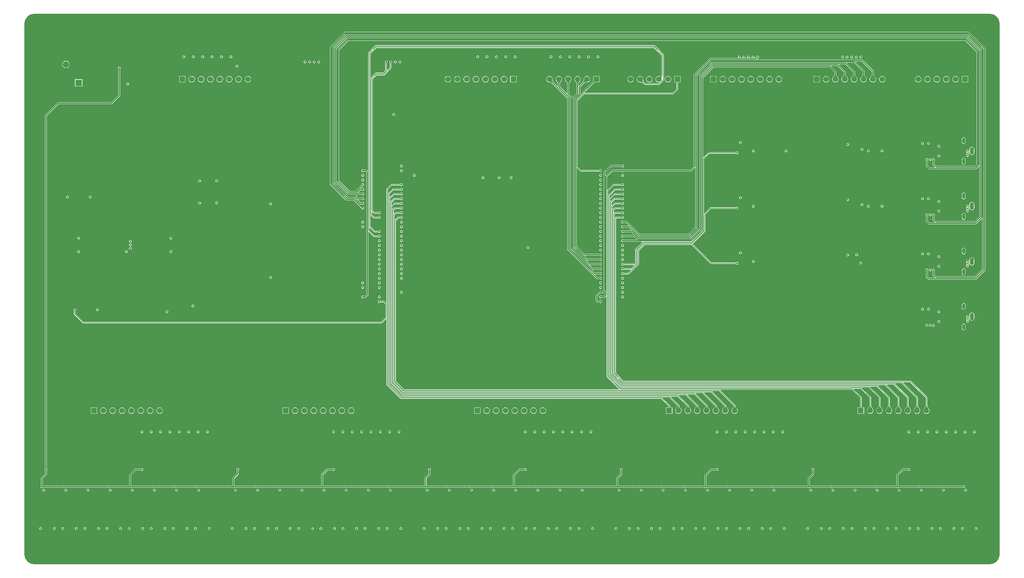
<source format=gbl>
G04*
G04 #@! TF.GenerationSoftware,Altium Limited,Altium Designer,20.0.13 (296)*
G04*
G04 Layer_Physical_Order=4*
G04 Layer_Color=16711680*
%FSLAX25Y25*%
%MOIN*%
G70*
G01*
G75*
%ADD70C,0.02953*%
%ADD72C,0.00787*%
%ADD73C,0.01181*%
%ADD75O,0.04331X0.07874*%
%ADD76O,0.03150X0.06299*%
%ADD77R,0.06000X0.06000*%
%ADD78C,0.06000*%
%ADD79R,0.07087X0.07087*%
%ADD80C,0.07087*%
%ADD81C,0.19685*%
%ADD82C,0.01968*%
G36*
X1033609Y589363D02*
X1034978Y588996D01*
X1036286Y588454D01*
X1037513Y587746D01*
X1038637Y586883D01*
X1039639Y585881D01*
X1040501Y584757D01*
X1041210Y583531D01*
X1041752Y582222D01*
X1042119Y580853D01*
X1042304Y579449D01*
X1042304Y578740D01*
Y11811D01*
X1042304Y11103D01*
X1042119Y9698D01*
X1041752Y8330D01*
X1041210Y7021D01*
X1040501Y5794D01*
X1039639Y4670D01*
X1038637Y3668D01*
X1037513Y2806D01*
X1036286Y2097D01*
X1034977Y1555D01*
X1033609Y1188D01*
X1032204Y1003D01*
X11103D01*
X9698Y1188D01*
X8330Y1555D01*
X7021Y2097D01*
X5794Y2806D01*
X4670Y3668D01*
X3668Y4670D01*
X2806Y5794D01*
X2097Y7021D01*
X1555Y8330D01*
X1188Y9698D01*
X1003Y11103D01*
Y11811D01*
Y578740D01*
Y579449D01*
X1188Y580853D01*
X1555Y582222D01*
X2097Y583531D01*
X2806Y584757D01*
X3668Y585881D01*
X4670Y586883D01*
X5794Y587746D01*
X7021Y588454D01*
X8330Y588996D01*
X9698Y589363D01*
X11103Y589548D01*
X1032204D01*
X1033609Y589363D01*
D02*
G37*
%LPC*%
G36*
X783899Y544712D02*
X783362Y544605D01*
X782906Y544301D01*
X782601Y543845D01*
X782548Y543577D01*
X782503Y543504D01*
X782495Y543457D01*
X782488Y543426D01*
X782478Y543395D01*
X782467Y543366D01*
X782453Y543337D01*
X782438Y543308D01*
X782419Y543279D01*
X782398Y543250D01*
X782373Y543221D01*
X782337Y543182D01*
X782325Y543152D01*
X781476Y542303D01*
X780566D01*
X780284Y542757D01*
X780283Y542803D01*
X780383Y543307D01*
X780276Y543845D01*
X779971Y544301D01*
X779516Y544605D01*
X778978Y544712D01*
X778440Y544605D01*
X777985Y544301D01*
X777680Y543845D01*
X777573Y543307D01*
X777673Y542803D01*
X777672Y542757D01*
X777390Y542303D01*
X775644D01*
X775363Y542757D01*
X775361Y542803D01*
X775462Y543307D01*
X775355Y543845D01*
X775050Y544301D01*
X774594Y544605D01*
X774057Y544712D01*
X773519Y544605D01*
X773063Y544301D01*
X772759Y543845D01*
X772652Y543307D01*
X772752Y542803D01*
X772751Y542757D01*
X772469Y542303D01*
X770723D01*
X770441Y542757D01*
X770440Y542803D01*
X770540Y543307D01*
X770433Y543845D01*
X770129Y544301D01*
X769673Y544605D01*
X769135Y544712D01*
X768598Y544605D01*
X768142Y544301D01*
X767837Y543845D01*
X767731Y543307D01*
X767831Y542803D01*
X767829Y542757D01*
X767548Y542303D01*
X765802D01*
X765520Y542757D01*
X765519Y542803D01*
X765619Y543307D01*
X765512Y543845D01*
X765208Y544301D01*
X764752Y544605D01*
X764214Y544712D01*
X763677Y544605D01*
X763221Y544301D01*
X762916Y543845D01*
X762809Y543307D01*
X762910Y542803D01*
X762908Y542757D01*
X762627Y542303D01*
X733391D01*
X733007Y542226D01*
X732681Y542009D01*
X715991Y525319D01*
X715774Y524993D01*
X715697Y524609D01*
Y426616D01*
X711915Y422834D01*
X640986D01*
X640957Y422847D01*
X640904Y422849D01*
X640866Y422852D01*
X640830Y422858D01*
X640796Y422865D01*
X640765Y422874D01*
X640735Y422885D01*
X640706Y422898D01*
X640678Y422913D01*
X640651Y422930D01*
X640612Y422958D01*
X640528Y422977D01*
X640301Y423129D01*
X639764Y423236D01*
X639226Y423129D01*
X638999Y422977D01*
X638916Y422958D01*
X638877Y422930D01*
X638849Y422913D01*
X638822Y422898D01*
X638793Y422885D01*
X638763Y422874D01*
X638731Y422865D01*
X638698Y422858D01*
X638662Y422852D01*
X638624Y422849D01*
X638570Y422847D01*
X638542Y422834D01*
X628331D01*
X627947Y422758D01*
X627621Y422540D01*
X622013Y416932D01*
X621551Y417123D01*
Y419632D01*
X627746Y425827D01*
X638542D01*
X638570Y425814D01*
X638624Y425813D01*
X638662Y425809D01*
X638698Y425804D01*
X638731Y425797D01*
X638763Y425787D01*
X638793Y425776D01*
X638822Y425764D01*
X638849Y425749D01*
X638877Y425732D01*
X638916Y425704D01*
X638999Y425684D01*
X639226Y425533D01*
X639764Y425426D01*
X640301Y425533D01*
X640757Y425837D01*
X641062Y426293D01*
X641169Y426831D01*
X641062Y427368D01*
X640757Y427824D01*
X640301Y428129D01*
X639764Y428236D01*
X639226Y428129D01*
X638999Y427977D01*
X638916Y427958D01*
X638877Y427930D01*
X638849Y427913D01*
X638822Y427898D01*
X638793Y427885D01*
X638763Y427874D01*
X638731Y427865D01*
X638698Y427858D01*
X638662Y427852D01*
X638624Y427849D01*
X638570Y427847D01*
X638542Y427834D01*
X627331D01*
X626947Y427758D01*
X626621Y427540D01*
X619838Y420757D01*
X619620Y420431D01*
X619544Y420047D01*
Y294463D01*
X617584Y292503D01*
X615000D01*
X614616Y292427D01*
X614290Y292210D01*
X611290Y289210D01*
X611073Y288884D01*
X610996Y288500D01*
Y283500D01*
X611073Y283116D01*
X611290Y282790D01*
X612809Y281272D01*
X613135Y281054D01*
X613519Y280978D01*
X614777D01*
X614785Y280973D01*
X614811Y280978D01*
X614822D01*
X614849Y280965D01*
X614892Y280963D01*
X614917Y280960D01*
X614941Y280955D01*
X614967Y280946D01*
X614995Y280935D01*
X615024Y280920D01*
X615056Y280901D01*
X615090Y280877D01*
X615127Y280848D01*
X615174Y280805D01*
X615223Y280788D01*
X615604Y280533D01*
X616142Y280426D01*
X616679Y280533D01*
X617135Y280837D01*
X617440Y281293D01*
X617547Y281831D01*
X617440Y282368D01*
X617135Y282824D01*
X616679Y283129D01*
X616142Y283236D01*
X615604Y283129D01*
X615491Y283053D01*
X615427Y283047D01*
X615409Y283036D01*
X615401Y283033D01*
X615393Y283030D01*
X615331Y283015D01*
X615309Y283011D01*
X615152Y282999D01*
X615094Y282998D01*
X615064Y282985D01*
X613934D01*
X613003Y283916D01*
Y288084D01*
X615416Y290496D01*
X618000D01*
X618384Y290573D01*
X618710Y290790D01*
X620657Y292737D01*
X621118Y292546D01*
Y289038D01*
X619915Y287834D01*
X617364D01*
X617335Y287847D01*
X617282Y287849D01*
X617243Y287852D01*
X617208Y287858D01*
X617174Y287865D01*
X617143Y287874D01*
X617113Y287885D01*
X617084Y287898D01*
X617056Y287913D01*
X617028Y287930D01*
X616990Y287958D01*
X616906Y287977D01*
X616679Y288129D01*
X616142Y288236D01*
X615604Y288129D01*
X615148Y287824D01*
X614844Y287368D01*
X614737Y286831D01*
X614844Y286293D01*
X615148Y285837D01*
X615604Y285533D01*
X616142Y285426D01*
X616679Y285533D01*
X616906Y285684D01*
X616990Y285704D01*
X617028Y285732D01*
X617056Y285749D01*
X617084Y285764D01*
X617113Y285776D01*
X617143Y285787D01*
X617174Y285796D01*
X617208Y285804D01*
X617243Y285809D01*
X617282Y285813D01*
X617335Y285814D01*
X617364Y285827D01*
X620331D01*
X620715Y285904D01*
X621040Y286121D01*
X622235Y287316D01*
X622697Y287125D01*
Y202000D01*
X622758Y201693D01*
X622932Y201432D01*
X636013Y188351D01*
X635822Y187889D01*
X406757D01*
X397570Y197076D01*
Y368435D01*
X400163Y371028D01*
X402177D01*
X402189Y371019D01*
X402202Y371016D01*
X402208Y371013D01*
X402217Y371012D01*
X402232Y371007D01*
X402265Y370992D01*
X402301Y370973D01*
X402600Y370775D01*
X402687Y370710D01*
X402774Y370687D01*
X403006Y370533D01*
X403543Y370426D01*
X404081Y370533D01*
X404537Y370837D01*
X404841Y371293D01*
X404948Y371831D01*
X404841Y372368D01*
X404537Y372824D01*
X404081Y373129D01*
X403543Y373236D01*
X403006Y373129D01*
X402774Y372974D01*
X402687Y372952D01*
X402596Y372883D01*
X402436Y372770D01*
X402308Y372692D01*
X402265Y372670D01*
X402232Y372655D01*
X402217Y372650D01*
X402208Y372649D01*
X402202Y372646D01*
X402189Y372642D01*
X402177Y372634D01*
X399831D01*
X399831Y372634D01*
X399523Y372572D01*
X399263Y372398D01*
X399263Y372398D01*
X396851Y369987D01*
X396389Y370178D01*
Y374254D01*
X398163Y376028D01*
X402177D01*
X402189Y376019D01*
X402202Y376016D01*
X402208Y376013D01*
X402217Y376012D01*
X402232Y376007D01*
X402265Y375992D01*
X402301Y375973D01*
X402600Y375775D01*
X402687Y375710D01*
X402774Y375687D01*
X403006Y375533D01*
X403543Y375426D01*
X404081Y375533D01*
X404537Y375837D01*
X404841Y376293D01*
X404948Y376831D01*
X404841Y377368D01*
X404537Y377824D01*
X404081Y378129D01*
X403543Y378236D01*
X403006Y378129D01*
X402774Y377974D01*
X402687Y377952D01*
X402596Y377883D01*
X402436Y377770D01*
X402308Y377692D01*
X402265Y377670D01*
X402232Y377655D01*
X402217Y377649D01*
X402208Y377649D01*
X402202Y377646D01*
X402189Y377642D01*
X402177Y377634D01*
X397831D01*
X397831Y377634D01*
X397523Y377572D01*
X397263Y377398D01*
X397263Y377398D01*
X395670Y375806D01*
X395208Y375997D01*
Y379573D01*
X396663Y381028D01*
X402177D01*
X402189Y381019D01*
X402202Y381016D01*
X402208Y381013D01*
X402217Y381012D01*
X402232Y381007D01*
X402265Y380992D01*
X402301Y380973D01*
X402600Y380775D01*
X402687Y380710D01*
X402774Y380687D01*
X403006Y380533D01*
X403543Y380426D01*
X404081Y380533D01*
X404537Y380837D01*
X404841Y381293D01*
X404948Y381831D01*
X404841Y382368D01*
X404537Y382824D01*
X404081Y383129D01*
X403543Y383236D01*
X403006Y383129D01*
X402774Y382974D01*
X402687Y382952D01*
X402596Y382883D01*
X402436Y382770D01*
X402308Y382692D01*
X402265Y382670D01*
X402232Y382655D01*
X402217Y382649D01*
X402208Y382649D01*
X402202Y382646D01*
X402189Y382642D01*
X402177Y382633D01*
X396331D01*
X396024Y382572D01*
X395763Y382398D01*
X395763Y382398D01*
X394489Y381124D01*
X394027Y381316D01*
Y383892D01*
X396163Y386028D01*
X402177D01*
X402189Y386019D01*
X402202Y386016D01*
X402208Y386013D01*
X402217Y386012D01*
X402232Y386007D01*
X402265Y385992D01*
X402301Y385973D01*
X402600Y385775D01*
X402687Y385710D01*
X402774Y385687D01*
X403006Y385533D01*
X403543Y385426D01*
X404081Y385533D01*
X404537Y385837D01*
X404841Y386293D01*
X404948Y386831D01*
X404841Y387368D01*
X404537Y387824D01*
X404081Y388129D01*
X403543Y388236D01*
X403006Y388129D01*
X402774Y387974D01*
X402687Y387952D01*
X402596Y387883D01*
X402436Y387770D01*
X402308Y387692D01*
X402265Y387670D01*
X402232Y387655D01*
X402217Y387649D01*
X402208Y387649D01*
X402202Y387646D01*
X402189Y387642D01*
X402177Y387633D01*
X395831D01*
X395524Y387572D01*
X395263Y387398D01*
X395263Y387398D01*
X393308Y385443D01*
X392846Y385635D01*
Y387711D01*
X396163Y391028D01*
X402177D01*
X402189Y391019D01*
X402202Y391016D01*
X402208Y391013D01*
X402217Y391012D01*
X402232Y391007D01*
X402265Y390992D01*
X402301Y390973D01*
X402600Y390775D01*
X402687Y390710D01*
X402774Y390687D01*
X403006Y390533D01*
X403543Y390426D01*
X404081Y390533D01*
X404537Y390837D01*
X404841Y391293D01*
X404948Y391831D01*
X404841Y392368D01*
X404537Y392824D01*
X404081Y393129D01*
X403543Y393236D01*
X403006Y393129D01*
X402774Y392974D01*
X402687Y392952D01*
X402596Y392883D01*
X402436Y392770D01*
X402308Y392692D01*
X402265Y392670D01*
X402232Y392655D01*
X402217Y392650D01*
X402208Y392649D01*
X402202Y392646D01*
X402189Y392642D01*
X402177Y392634D01*
X395831D01*
X395524Y392572D01*
X395263Y392398D01*
X395263Y392398D01*
X392127Y389262D01*
X391665Y389454D01*
Y392030D01*
X395663Y396028D01*
X402177D01*
X402189Y396019D01*
X402202Y396016D01*
X402208Y396013D01*
X402217Y396012D01*
X402232Y396007D01*
X402265Y395992D01*
X402301Y395973D01*
X402600Y395775D01*
X402687Y395710D01*
X402774Y395687D01*
X403006Y395533D01*
X403543Y395426D01*
X404081Y395533D01*
X404537Y395837D01*
X404841Y396293D01*
X404948Y396831D01*
X404841Y397368D01*
X404537Y397824D01*
X404081Y398129D01*
X403543Y398236D01*
X403006Y398129D01*
X402774Y397974D01*
X402687Y397952D01*
X402596Y397883D01*
X402436Y397770D01*
X402308Y397692D01*
X402265Y397670D01*
X402232Y397655D01*
X402217Y397650D01*
X402208Y397649D01*
X402202Y397646D01*
X402189Y397642D01*
X402177Y397634D01*
X395331D01*
X395023Y397572D01*
X394763Y397398D01*
X394763Y397398D01*
X390946Y393581D01*
X390484Y393773D01*
Y396849D01*
X394663Y401028D01*
X402177D01*
X402189Y401019D01*
X402202Y401016D01*
X402208Y401013D01*
X402217Y401012D01*
X402232Y401007D01*
X402265Y400992D01*
X402301Y400973D01*
X402600Y400775D01*
X402687Y400710D01*
X402774Y400687D01*
X403006Y400533D01*
X403543Y400426D01*
X404081Y400533D01*
X404537Y400837D01*
X404841Y401293D01*
X404948Y401831D01*
X404841Y402368D01*
X404537Y402824D01*
X404081Y403129D01*
X403543Y403236D01*
X403006Y403129D01*
X402774Y402974D01*
X402687Y402952D01*
X402596Y402883D01*
X402436Y402770D01*
X402308Y402692D01*
X402265Y402670D01*
X402232Y402655D01*
X402217Y402649D01*
X402208Y402649D01*
X402202Y402646D01*
X402189Y402642D01*
X402177Y402633D01*
X394331D01*
X394331Y402633D01*
X394023Y402572D01*
X393763Y402398D01*
X393763Y402398D01*
X389765Y398400D01*
X389303Y398591D01*
Y402168D01*
X393163Y406028D01*
X402177D01*
X402189Y406019D01*
X402202Y406016D01*
X402208Y406013D01*
X402217Y406012D01*
X402232Y406007D01*
X402265Y405992D01*
X402301Y405973D01*
X402600Y405775D01*
X402687Y405710D01*
X402774Y405687D01*
X403006Y405533D01*
X403543Y405426D01*
X404081Y405533D01*
X404537Y405837D01*
X404841Y406293D01*
X404948Y406831D01*
X404841Y407368D01*
X404537Y407824D01*
X404081Y408129D01*
X403543Y408236D01*
X403006Y408129D01*
X402774Y407974D01*
X402687Y407952D01*
X402596Y407883D01*
X402436Y407770D01*
X402308Y407692D01*
X402265Y407670D01*
X402232Y407655D01*
X402217Y407650D01*
X402208Y407649D01*
X402202Y407646D01*
X402189Y407642D01*
X402177Y407633D01*
X392831D01*
X392524Y407572D01*
X392263Y407398D01*
X392263Y407398D01*
X387932Y403068D01*
X387758Y402807D01*
X387697Y402500D01*
Y280910D01*
X387235Y280719D01*
X385556Y282398D01*
X385295Y282572D01*
X384988Y282633D01*
X381288D01*
X381276Y282642D01*
X381262Y282646D01*
X381257Y282649D01*
X381247Y282649D01*
X381233Y282655D01*
X381200Y282670D01*
X381163Y282689D01*
X380864Y282886D01*
X380777Y282952D01*
X380690Y282974D01*
X380459Y283129D01*
X379921Y283236D01*
X379384Y283129D01*
X378928Y282824D01*
X378623Y282368D01*
X378516Y281831D01*
X378623Y281293D01*
X378928Y280837D01*
X379384Y280533D01*
X379921Y280426D01*
X380459Y280533D01*
X380690Y280687D01*
X380777Y280710D01*
X380869Y280779D01*
X381029Y280891D01*
X381157Y280969D01*
X381200Y280992D01*
X381233Y281007D01*
X381247Y281012D01*
X381257Y281013D01*
X381262Y281016D01*
X381276Y281019D01*
X381288Y281028D01*
X384656D01*
X386516Y279168D01*
Y265152D01*
X381667Y260303D01*
X64332D01*
X55673Y268962D01*
Y271779D01*
X55682Y271791D01*
X55686Y271805D01*
X55689Y271810D01*
X55689Y271819D01*
X55695Y271834D01*
X55710Y271867D01*
X55728Y271903D01*
X55926Y272203D01*
X55992Y272290D01*
X56014Y272377D01*
X56169Y272608D01*
X56275Y273146D01*
X56169Y273683D01*
X55864Y274139D01*
X55408Y274444D01*
X54870Y274551D01*
X54333Y274444D01*
X53877Y274139D01*
X53572Y273683D01*
X53465Y273146D01*
X53572Y272608D01*
X53727Y272377D01*
X53750Y272290D01*
X53819Y272198D01*
X53931Y272038D01*
X54009Y271910D01*
X54031Y271867D01*
X54046Y271834D01*
X54052Y271819D01*
X54053Y271810D01*
X54055Y271805D01*
X54059Y271791D01*
X54068Y271779D01*
Y268630D01*
X54129Y268322D01*
X54303Y268062D01*
X63432Y258932D01*
X63432Y258932D01*
X63693Y258758D01*
X64000Y258697D01*
X64000Y258697D01*
X382000D01*
X382307Y258758D01*
X382568Y258932D01*
X387235Y263600D01*
X387697Y263408D01*
Y193319D01*
X387758Y193011D01*
X387932Y192751D01*
X402432Y178251D01*
X402693Y178077D01*
X403000Y178016D01*
X680849D01*
X688607Y170258D01*
Y169179D01*
X688590Y169141D01*
X688586Y169002D01*
X688577Y168895D01*
X688563Y168811D01*
X688548Y168753D01*
X688546Y168748D01*
X686016D01*
Y161961D01*
X692803D01*
Y168748D01*
X690273D01*
X690271Y168753D01*
X690256Y168811D01*
X690242Y168895D01*
X690233Y169002D01*
X690229Y169141D01*
X690212Y169179D01*
Y170591D01*
X690151Y170898D01*
X689977Y171158D01*
X689977Y171158D01*
X682400Y178735D01*
X682591Y179197D01*
X689668D01*
X698607Y170258D01*
Y169705D01*
X696705Y167457D01*
X696676Y167367D01*
X696445Y167066D01*
X696103Y166240D01*
X695987Y165354D01*
X696103Y164468D01*
X696445Y163643D01*
X696989Y162934D01*
X697698Y162390D01*
X698524Y162048D01*
X699409Y161931D01*
X700295Y162048D01*
X701121Y162390D01*
X701830Y162934D01*
X702374Y163643D01*
X702716Y164468D01*
X702832Y165354D01*
X702716Y166240D01*
X702374Y167066D01*
X702148Y167361D01*
X702125Y167444D01*
X701112Y168741D01*
X701106Y168744D01*
X701104Y168751D01*
X700449Y169540D01*
X700438Y169545D01*
X700433Y169557D01*
X700294Y169707D01*
X700280Y169713D01*
X700274Y169728D01*
X700212Y169786D01*
Y170591D01*
X700151Y170898D01*
X699977Y171158D01*
X691219Y179916D01*
X691410Y180378D01*
X698486D01*
X708607Y170258D01*
Y169705D01*
X706705Y167457D01*
X706676Y167367D01*
X706445Y167066D01*
X706103Y166240D01*
X705986Y165354D01*
X706103Y164468D01*
X706445Y163643D01*
X706989Y162934D01*
X707698Y162390D01*
X708524Y162048D01*
X709410Y161931D01*
X710295Y162048D01*
X711121Y162390D01*
X711830Y162934D01*
X712374Y163643D01*
X712716Y164468D01*
X712832Y165354D01*
X712716Y166240D01*
X712374Y167066D01*
X712148Y167361D01*
X712124Y167444D01*
X711112Y168741D01*
X711106Y168744D01*
X711104Y168751D01*
X710449Y169540D01*
X710438Y169545D01*
X710433Y169557D01*
X710294Y169707D01*
X710280Y169713D01*
X710274Y169728D01*
X710212Y169786D01*
Y170590D01*
X710212Y170591D01*
X710151Y170898D01*
X709977Y171158D01*
X700038Y181097D01*
X700229Y181559D01*
X707305D01*
X718607Y170258D01*
Y169705D01*
X716705Y167457D01*
X716676Y167367D01*
X716445Y167066D01*
X716103Y166240D01*
X715986Y165354D01*
X716103Y164468D01*
X716445Y163643D01*
X716989Y162934D01*
X717698Y162390D01*
X718524Y162048D01*
X719410Y161931D01*
X720295Y162048D01*
X721121Y162390D01*
X721830Y162934D01*
X722374Y163643D01*
X722716Y164468D01*
X722832Y165354D01*
X722716Y166240D01*
X722374Y167066D01*
X722148Y167361D01*
X722124Y167444D01*
X721112Y168741D01*
X721106Y168744D01*
X721104Y168751D01*
X720449Y169540D01*
X720438Y169545D01*
X720433Y169557D01*
X720294Y169707D01*
X720280Y169713D01*
X720274Y169728D01*
X720212Y169786D01*
Y170590D01*
X720212Y170591D01*
X720151Y170898D01*
X719977Y171158D01*
X719977Y171158D01*
X708857Y182279D01*
X709048Y182740D01*
X716124D01*
X728607Y170258D01*
Y169705D01*
X726705Y167457D01*
X726676Y167367D01*
X726445Y167066D01*
X726103Y166240D01*
X725986Y165354D01*
X726103Y164468D01*
X726445Y163643D01*
X726989Y162934D01*
X727698Y162390D01*
X728523Y162048D01*
X729410Y161931D01*
X730295Y162048D01*
X731121Y162390D01*
X731830Y162934D01*
X732374Y163643D01*
X732716Y164468D01*
X732832Y165354D01*
X732716Y166240D01*
X732374Y167066D01*
X732148Y167361D01*
X732125Y167444D01*
X731112Y168741D01*
X731106Y168744D01*
X731104Y168751D01*
X730449Y169540D01*
X730438Y169545D01*
X730433Y169557D01*
X730294Y169707D01*
X730280Y169713D01*
X730274Y169728D01*
X730212Y169786D01*
Y170591D01*
X730151Y170898D01*
X729977Y171158D01*
X729977Y171158D01*
X717676Y183460D01*
X717867Y183922D01*
X724943D01*
X738607Y170258D01*
Y169705D01*
X736705Y167457D01*
X736676Y167367D01*
X736445Y167066D01*
X736103Y166240D01*
X735987Y165354D01*
X736103Y164468D01*
X736445Y163643D01*
X736989Y162934D01*
X737698Y162390D01*
X738523Y162048D01*
X739409Y161931D01*
X740295Y162048D01*
X741121Y162390D01*
X741830Y162934D01*
X742374Y163643D01*
X742716Y164468D01*
X742832Y165354D01*
X742716Y166240D01*
X742374Y167066D01*
X742148Y167361D01*
X742125Y167444D01*
X741112Y168741D01*
X741106Y168744D01*
X741104Y168751D01*
X740449Y169540D01*
X740438Y169545D01*
X740433Y169557D01*
X740294Y169707D01*
X740280Y169713D01*
X740274Y169728D01*
X740212Y169786D01*
Y170591D01*
X740151Y170898D01*
X739977Y171158D01*
X739977Y171158D01*
X726495Y184641D01*
X726686Y185103D01*
X733762D01*
X748607Y170258D01*
Y169705D01*
X746705Y167457D01*
X746676Y167367D01*
X746445Y167066D01*
X746103Y166240D01*
X745987Y165354D01*
X746103Y164468D01*
X746445Y163643D01*
X746989Y162934D01*
X747698Y162390D01*
X748524Y162048D01*
X749409Y161931D01*
X750295Y162048D01*
X751121Y162390D01*
X751830Y162934D01*
X752374Y163643D01*
X752716Y164468D01*
X752832Y165354D01*
X752716Y166240D01*
X752374Y167066D01*
X752148Y167361D01*
X752125Y167444D01*
X751112Y168741D01*
X751106Y168744D01*
X751104Y168751D01*
X750449Y169540D01*
X750438Y169545D01*
X750433Y169557D01*
X750294Y169707D01*
X750280Y169713D01*
X750274Y169728D01*
X750212Y169786D01*
Y170591D01*
X750151Y170898D01*
X749977Y171158D01*
X735314Y185822D01*
X735505Y186284D01*
X742581D01*
X758607Y170258D01*
Y169705D01*
X756705Y167457D01*
X756676Y167367D01*
X756445Y167066D01*
X756103Y166240D01*
X755986Y165354D01*
X756103Y164468D01*
X756445Y163643D01*
X756989Y162934D01*
X757698Y162390D01*
X758524Y162048D01*
X759410Y161931D01*
X760295Y162048D01*
X761121Y162390D01*
X761830Y162934D01*
X762374Y163643D01*
X762716Y164468D01*
X762832Y165354D01*
X762716Y166240D01*
X762374Y167066D01*
X762148Y167361D01*
X762124Y167444D01*
X761112Y168741D01*
X761106Y168744D01*
X761104Y168751D01*
X760449Y169540D01*
X760438Y169545D01*
X760433Y169557D01*
X760294Y169707D01*
X760280Y169713D01*
X760274Y169728D01*
X760212Y169786D01*
Y170590D01*
X760212Y170591D01*
X760151Y170898D01*
X759977Y171158D01*
X759977Y171158D01*
X744132Y187003D01*
X744324Y187465D01*
X884900D01*
X893331Y179034D01*
Y169179D01*
X893314Y169141D01*
X893311Y169002D01*
X893301Y168895D01*
X893288Y168811D01*
X893272Y168753D01*
X893270Y168748D01*
X890740D01*
Y161961D01*
X897528D01*
Y168748D01*
X894998D01*
X894996Y168753D01*
X894980Y168811D01*
X894967Y168895D01*
X894957Y169002D01*
X894954Y169141D01*
X894937Y169179D01*
Y179366D01*
X894937Y179366D01*
X894876Y179673D01*
X894701Y179934D01*
X894701Y179934D01*
X886400Y188235D01*
X886592Y188697D01*
X894167D01*
X903331Y179534D01*
Y169705D01*
X901429Y167457D01*
X901401Y167367D01*
X901169Y167066D01*
X900828Y166240D01*
X900711Y165354D01*
X900828Y164468D01*
X901169Y163643D01*
X901713Y162934D01*
X902422Y162390D01*
X903248Y162048D01*
X904134Y161931D01*
X905020Y162048D01*
X905845Y162390D01*
X906554Y162934D01*
X907098Y163643D01*
X907440Y164468D01*
X907557Y165354D01*
X907440Y166240D01*
X907098Y167066D01*
X906872Y167361D01*
X906849Y167444D01*
X905836Y168741D01*
X905830Y168744D01*
X905828Y168751D01*
X905173Y169540D01*
X905162Y169545D01*
X905158Y169557D01*
X905019Y169707D01*
X905005Y169713D01*
X904998Y169728D01*
X904937Y169786D01*
Y179866D01*
X904937Y179866D01*
X904876Y180173D01*
X904702Y180434D01*
X904702Y180434D01*
X895719Y189416D01*
X895910Y189878D01*
X902486D01*
X913331Y179034D01*
Y169705D01*
X911429Y167457D01*
X911401Y167367D01*
X911170Y167066D01*
X910828Y166240D01*
X910711Y165354D01*
X910828Y164468D01*
X911170Y163643D01*
X911714Y162934D01*
X912422Y162390D01*
X913248Y162048D01*
X914134Y161931D01*
X915020Y162048D01*
X915845Y162390D01*
X916554Y162934D01*
X917098Y163643D01*
X917440Y164468D01*
X917557Y165354D01*
X917440Y166240D01*
X917098Y167066D01*
X916872Y167361D01*
X916849Y167444D01*
X915836Y168741D01*
X915830Y168744D01*
X915828Y168751D01*
X915173Y169540D01*
X915162Y169545D01*
X915158Y169557D01*
X915019Y169707D01*
X915005Y169713D01*
X914998Y169728D01*
X914937Y169786D01*
Y179366D01*
X914876Y179673D01*
X914701Y179934D01*
X904038Y190597D01*
X904229Y191059D01*
X911305D01*
X923331Y179034D01*
Y169705D01*
X921429Y167457D01*
X921401Y167367D01*
X921169Y167066D01*
X920827Y166240D01*
X920711Y165354D01*
X920827Y164468D01*
X921169Y163643D01*
X921714Y162934D01*
X922422Y162390D01*
X923248Y162048D01*
X924134Y161931D01*
X925020Y162048D01*
X925845Y162390D01*
X926554Y162934D01*
X927098Y163643D01*
X927440Y164468D01*
X927557Y165354D01*
X927440Y166240D01*
X927098Y167066D01*
X926872Y167361D01*
X926849Y167444D01*
X925836Y168741D01*
X925830Y168744D01*
X925828Y168751D01*
X925173Y169540D01*
X925162Y169545D01*
X925158Y169557D01*
X925019Y169707D01*
X925005Y169713D01*
X924998Y169728D01*
X924937Y169786D01*
Y179366D01*
X924937Y179366D01*
X924876Y179673D01*
X924701Y179934D01*
X924701Y179934D01*
X912857Y191779D01*
X913048Y192241D01*
X920124D01*
X933331Y179034D01*
Y169705D01*
X931429Y167457D01*
X931401Y167367D01*
X931170Y167066D01*
X930828Y166240D01*
X930711Y165354D01*
X930828Y164468D01*
X931170Y163643D01*
X931713Y162934D01*
X932422Y162390D01*
X933248Y162048D01*
X934134Y161931D01*
X935020Y162048D01*
X935845Y162390D01*
X936554Y162934D01*
X937098Y163643D01*
X937440Y164468D01*
X937557Y165354D01*
X937440Y166240D01*
X937098Y167066D01*
X936872Y167361D01*
X936849Y167444D01*
X935836Y168741D01*
X935830Y168744D01*
X935828Y168751D01*
X935173Y169540D01*
X935162Y169545D01*
X935158Y169557D01*
X935019Y169707D01*
X935005Y169713D01*
X934998Y169728D01*
X934937Y169786D01*
Y179366D01*
X934937Y179366D01*
X934876Y179673D01*
X934702Y179934D01*
X934702Y179934D01*
X921676Y192960D01*
X921867Y193422D01*
X928943D01*
X943331Y179034D01*
Y169705D01*
X941429Y167457D01*
X941401Y167367D01*
X941169Y167066D01*
X940827Y166240D01*
X940711Y165354D01*
X940827Y164468D01*
X941169Y163643D01*
X941714Y162934D01*
X942422Y162390D01*
X943248Y162048D01*
X944134Y161931D01*
X945020Y162048D01*
X945845Y162390D01*
X946554Y162934D01*
X947098Y163643D01*
X947440Y164468D01*
X947557Y165354D01*
X947440Y166240D01*
X947098Y167066D01*
X946872Y167361D01*
X946849Y167444D01*
X945836Y168741D01*
X945830Y168744D01*
X945828Y168751D01*
X945173Y169540D01*
X945162Y169545D01*
X945158Y169557D01*
X945019Y169707D01*
X945005Y169713D01*
X944998Y169728D01*
X944937Y169786D01*
Y179366D01*
X944876Y179673D01*
X944701Y179934D01*
X944701Y179934D01*
X930495Y194141D01*
X930686Y194603D01*
X937762D01*
X953331Y179034D01*
Y169705D01*
X951429Y167457D01*
X951401Y167367D01*
X951169Y167066D01*
X950828Y166240D01*
X950711Y165354D01*
X950828Y164468D01*
X951169Y163643D01*
X951713Y162934D01*
X952422Y162390D01*
X953248Y162048D01*
X954134Y161931D01*
X955020Y162048D01*
X955845Y162390D01*
X956554Y162934D01*
X957098Y163643D01*
X957440Y164468D01*
X957557Y165354D01*
X957440Y166240D01*
X957098Y167066D01*
X956872Y167361D01*
X956849Y167444D01*
X955836Y168741D01*
X955830Y168744D01*
X955828Y168751D01*
X955173Y169540D01*
X955162Y169545D01*
X955158Y169557D01*
X955019Y169707D01*
X955005Y169713D01*
X954998Y169728D01*
X954937Y169786D01*
Y179366D01*
X954876Y179673D01*
X954702Y179934D01*
X939314Y195322D01*
X939505Y195784D01*
X946581D01*
X963331Y179034D01*
Y169705D01*
X961429Y167457D01*
X961401Y167367D01*
X961170Y167066D01*
X960828Y166240D01*
X960711Y165354D01*
X960828Y164468D01*
X961170Y163643D01*
X961714Y162934D01*
X962422Y162390D01*
X963248Y162048D01*
X964134Y161931D01*
X965020Y162048D01*
X965845Y162390D01*
X966554Y162934D01*
X967098Y163643D01*
X967440Y164468D01*
X967557Y165354D01*
X967440Y166240D01*
X967098Y167066D01*
X966872Y167361D01*
X966849Y167444D01*
X965836Y168741D01*
X965830Y168744D01*
X965828Y168751D01*
X965173Y169540D01*
X965162Y169545D01*
X965158Y169557D01*
X965019Y169707D01*
X965005Y169713D01*
X964998Y169728D01*
X964937Y169786D01*
Y179366D01*
X964937Y179366D01*
X964876Y179673D01*
X964701Y179934D01*
X947481Y197154D01*
X947221Y197328D01*
X946913Y197389D01*
X640938D01*
X632571Y205757D01*
Y370435D01*
X633163Y371028D01*
X638397D01*
X638409Y371019D01*
X638423Y371016D01*
X638428Y371013D01*
X638438Y371012D01*
X638452Y371007D01*
X638486Y370992D01*
X638522Y370973D01*
X638821Y370775D01*
X638908Y370710D01*
X638995Y370687D01*
X639226Y370533D01*
X639764Y370426D01*
X640301Y370533D01*
X640757Y370837D01*
X641062Y371293D01*
X641169Y371831D01*
X641062Y372368D01*
X640757Y372824D01*
X640301Y373129D01*
X639764Y373236D01*
X639226Y373129D01*
X638995Y372974D01*
X638908Y372952D01*
X638816Y372883D01*
X638656Y372770D01*
X638528Y372692D01*
X638486Y372670D01*
X638452Y372655D01*
X638438Y372650D01*
X638428Y372649D01*
X638423Y372646D01*
X638409Y372642D01*
X638397Y372634D01*
X632831D01*
X632831Y372634D01*
X632523Y372572D01*
X632263Y372398D01*
X631851Y371987D01*
X631389Y372178D01*
Y375254D01*
X632163Y376028D01*
X638397D01*
X638409Y376019D01*
X638423Y376016D01*
X638428Y376013D01*
X638438Y376012D01*
X638452Y376007D01*
X638486Y375992D01*
X638522Y375973D01*
X638821Y375775D01*
X638908Y375710D01*
X638995Y375687D01*
X639226Y375533D01*
X639764Y375426D01*
X640301Y375533D01*
X640757Y375837D01*
X641062Y376293D01*
X641169Y376831D01*
X641062Y377368D01*
X640757Y377824D01*
X640301Y378129D01*
X639764Y378236D01*
X639226Y378129D01*
X638995Y377974D01*
X638908Y377952D01*
X638816Y377883D01*
X638656Y377770D01*
X638528Y377692D01*
X638486Y377670D01*
X638452Y377655D01*
X638438Y377649D01*
X638428Y377649D01*
X638423Y377646D01*
X638409Y377642D01*
X638397Y377634D01*
X631831D01*
X631524Y377572D01*
X631263Y377398D01*
X631263Y377398D01*
X630670Y376806D01*
X630208Y376997D01*
Y379573D01*
X631663Y381028D01*
X638397D01*
X638409Y381019D01*
X638423Y381016D01*
X638428Y381013D01*
X638438Y381012D01*
X638452Y381007D01*
X638486Y380992D01*
X638522Y380973D01*
X638821Y380775D01*
X638908Y380710D01*
X638995Y380687D01*
X639226Y380533D01*
X639764Y380426D01*
X640301Y380533D01*
X640757Y380837D01*
X641062Y381293D01*
X641169Y381831D01*
X641062Y382368D01*
X640757Y382824D01*
X640301Y383129D01*
X639764Y383236D01*
X639226Y383129D01*
X638995Y382974D01*
X638908Y382952D01*
X638816Y382883D01*
X638656Y382770D01*
X638528Y382692D01*
X638486Y382670D01*
X638452Y382655D01*
X638438Y382649D01*
X638428Y382649D01*
X638423Y382646D01*
X638409Y382642D01*
X638397Y382633D01*
X631331D01*
X631024Y382572D01*
X630763Y382398D01*
X630763Y382398D01*
X629489Y381124D01*
X629027Y381316D01*
Y383392D01*
X631663Y386028D01*
X638397D01*
X638409Y386019D01*
X638423Y386016D01*
X638428Y386013D01*
X638438Y386012D01*
X638452Y386007D01*
X638486Y385992D01*
X638522Y385973D01*
X638821Y385775D01*
X638908Y385710D01*
X638995Y385687D01*
X639226Y385533D01*
X639764Y385426D01*
X640301Y385533D01*
X640757Y385837D01*
X641062Y386293D01*
X641169Y386831D01*
X641062Y387368D01*
X640757Y387824D01*
X640301Y388129D01*
X639764Y388236D01*
X639226Y388129D01*
X638995Y387974D01*
X638908Y387952D01*
X638816Y387883D01*
X638656Y387770D01*
X638528Y387692D01*
X638486Y387670D01*
X638452Y387655D01*
X638438Y387649D01*
X638428Y387649D01*
X638423Y387646D01*
X638409Y387642D01*
X638397Y387633D01*
X631331D01*
X631024Y387572D01*
X630763Y387398D01*
X628308Y384943D01*
X627846Y385135D01*
Y387711D01*
X631163Y391028D01*
X638397D01*
X638409Y391019D01*
X638423Y391016D01*
X638428Y391013D01*
X638438Y391012D01*
X638452Y391007D01*
X638486Y390992D01*
X638522Y390973D01*
X638821Y390775D01*
X638908Y390710D01*
X638995Y390687D01*
X639226Y390533D01*
X639764Y390426D01*
X640301Y390533D01*
X640757Y390837D01*
X641062Y391293D01*
X641169Y391831D01*
X641062Y392368D01*
X640757Y392824D01*
X640301Y393129D01*
X639764Y393236D01*
X639226Y393129D01*
X638995Y392974D01*
X638908Y392952D01*
X638816Y392883D01*
X638656Y392770D01*
X638528Y392692D01*
X638486Y392670D01*
X638452Y392655D01*
X638438Y392650D01*
X638428Y392649D01*
X638423Y392646D01*
X638409Y392642D01*
X638397Y392634D01*
X630831D01*
X630523Y392572D01*
X630263Y392398D01*
X630263Y392398D01*
X627127Y389262D01*
X626665Y389454D01*
Y391530D01*
X631163Y396028D01*
X638397D01*
X638409Y396019D01*
X638423Y396016D01*
X638428Y396013D01*
X638438Y396012D01*
X638452Y396007D01*
X638486Y395992D01*
X638522Y395973D01*
X638821Y395775D01*
X638908Y395710D01*
X638995Y395687D01*
X639226Y395533D01*
X639764Y395426D01*
X640301Y395533D01*
X640757Y395837D01*
X641062Y396293D01*
X641169Y396831D01*
X641062Y397368D01*
X640757Y397824D01*
X640301Y398129D01*
X639764Y398236D01*
X639226Y398129D01*
X638995Y397974D01*
X638908Y397952D01*
X638816Y397883D01*
X638656Y397770D01*
X638528Y397692D01*
X638486Y397670D01*
X638452Y397655D01*
X638438Y397650D01*
X638428Y397649D01*
X638423Y397646D01*
X638409Y397642D01*
X638397Y397634D01*
X630831D01*
X630523Y397572D01*
X630263Y397398D01*
X625946Y393081D01*
X625484Y393273D01*
Y394848D01*
X631663Y401028D01*
X638397D01*
X638409Y401019D01*
X638423Y401016D01*
X638428Y401013D01*
X638438Y401012D01*
X638452Y401007D01*
X638486Y400992D01*
X638522Y400973D01*
X638821Y400775D01*
X638908Y400710D01*
X638995Y400687D01*
X639226Y400533D01*
X639764Y400426D01*
X640301Y400533D01*
X640757Y400837D01*
X641062Y401293D01*
X641169Y401831D01*
X641062Y402368D01*
X640757Y402824D01*
X640301Y403129D01*
X639764Y403236D01*
X639226Y403129D01*
X638995Y402974D01*
X638908Y402952D01*
X638816Y402883D01*
X638656Y402770D01*
X638528Y402692D01*
X638486Y402670D01*
X638452Y402655D01*
X638438Y402649D01*
X638428Y402649D01*
X638423Y402646D01*
X638409Y402642D01*
X638397Y402633D01*
X631331D01*
X631024Y402572D01*
X630763Y402398D01*
X630763Y402398D01*
X624765Y396400D01*
X624303Y396591D01*
Y400168D01*
X630163Y406028D01*
X638397D01*
X638409Y406019D01*
X638423Y406016D01*
X638428Y406013D01*
X638438Y406012D01*
X638452Y406007D01*
X638486Y405992D01*
X638522Y405973D01*
X638821Y405775D01*
X638908Y405710D01*
X638995Y405687D01*
X639226Y405533D01*
X639764Y405426D01*
X640301Y405533D01*
X640757Y405837D01*
X641062Y406293D01*
X641169Y406831D01*
X641062Y407368D01*
X640757Y407824D01*
X640301Y408129D01*
X639764Y408236D01*
X639226Y408129D01*
X638995Y407974D01*
X638908Y407952D01*
X638816Y407883D01*
X638656Y407770D01*
X638528Y407692D01*
X638486Y407670D01*
X638452Y407655D01*
X638438Y407650D01*
X638428Y407649D01*
X638423Y407646D01*
X638409Y407642D01*
X638397Y407633D01*
X629831D01*
X629524Y407572D01*
X629263Y407398D01*
X623588Y401723D01*
X623126Y401914D01*
Y415206D01*
X628746Y420827D01*
X638542D01*
X638570Y420814D01*
X638624Y420813D01*
X638662Y420809D01*
X638698Y420804D01*
X638731Y420796D01*
X638763Y420787D01*
X638793Y420777D01*
X638822Y420764D01*
X638849Y420749D01*
X638877Y420732D01*
X638916Y420704D01*
X638999Y420684D01*
X639226Y420533D01*
X639764Y420426D01*
X640301Y420533D01*
X640528Y420684D01*
X640612Y420704D01*
X640651Y420732D01*
X640678Y420749D01*
X640706Y420764D01*
X640735Y420776D01*
X640765Y420787D01*
X640796Y420796D01*
X640830Y420804D01*
X640866Y420809D01*
X640904Y420813D01*
X640957Y420814D01*
X640986Y420827D01*
X712331D01*
X712715Y420904D01*
X713040Y421121D01*
X716810Y424891D01*
X717272Y424700D01*
Y361373D01*
X710033Y354133D01*
X658467D01*
X645060Y367540D01*
X644735Y367758D01*
X644351Y367834D01*
X640986D01*
X640957Y367847D01*
X640904Y367849D01*
X640866Y367852D01*
X640830Y367858D01*
X640796Y367865D01*
X640765Y367874D01*
X640735Y367885D01*
X640706Y367898D01*
X640678Y367913D01*
X640651Y367930D01*
X640612Y367958D01*
X640528Y367977D01*
X640301Y368129D01*
X639764Y368236D01*
X639226Y368129D01*
X638770Y367824D01*
X638466Y367368D01*
X638359Y366831D01*
X638466Y366293D01*
X638770Y365837D01*
X639226Y365533D01*
X639764Y365426D01*
X640301Y365533D01*
X640528Y365684D01*
X640612Y365704D01*
X640651Y365732D01*
X640678Y365749D01*
X640706Y365764D01*
X640735Y365776D01*
X640765Y365787D01*
X640796Y365796D01*
X640830Y365804D01*
X640866Y365809D01*
X640904Y365813D01*
X640957Y365814D01*
X640986Y365827D01*
X643935D01*
X646466Y363296D01*
X646275Y362834D01*
X640986D01*
X640957Y362847D01*
X640904Y362849D01*
X640866Y362852D01*
X640830Y362858D01*
X640796Y362865D01*
X640765Y362874D01*
X640735Y362885D01*
X640706Y362898D01*
X640678Y362913D01*
X640651Y362930D01*
X640612Y362958D01*
X640528Y362977D01*
X640301Y363129D01*
X639764Y363236D01*
X639226Y363129D01*
X638770Y362824D01*
X638466Y362368D01*
X638359Y361831D01*
X638466Y361293D01*
X638770Y360837D01*
X639226Y360533D01*
X639764Y360426D01*
X640301Y360533D01*
X640528Y360684D01*
X640612Y360704D01*
X640651Y360732D01*
X640678Y360749D01*
X640706Y360764D01*
X640735Y360776D01*
X640765Y360787D01*
X640796Y360796D01*
X640830Y360804D01*
X640866Y360809D01*
X640904Y360813D01*
X640957Y360814D01*
X640986Y360827D01*
X646708D01*
X649239Y358296D01*
X649048Y357834D01*
X640986D01*
X640957Y357847D01*
X640904Y357849D01*
X640866Y357852D01*
X640830Y357858D01*
X640796Y357865D01*
X640765Y357874D01*
X640735Y357885D01*
X640706Y357898D01*
X640678Y357913D01*
X640651Y357930D01*
X640612Y357958D01*
X640528Y357977D01*
X640301Y358129D01*
X639764Y358236D01*
X639226Y358129D01*
X638770Y357824D01*
X638466Y357368D01*
X638359Y356831D01*
X638466Y356293D01*
X638770Y355837D01*
X639226Y355533D01*
X639764Y355426D01*
X640301Y355533D01*
X640528Y355684D01*
X640612Y355704D01*
X640651Y355732D01*
X640678Y355749D01*
X640706Y355764D01*
X640735Y355776D01*
X640765Y355787D01*
X640796Y355797D01*
X640830Y355804D01*
X640866Y355809D01*
X640904Y355813D01*
X640957Y355814D01*
X640986Y355827D01*
X649481D01*
X652012Y353296D01*
X651820Y352834D01*
X640986D01*
X640957Y352847D01*
X640904Y352849D01*
X640866Y352852D01*
X640830Y352858D01*
X640796Y352865D01*
X640765Y352874D01*
X640735Y352885D01*
X640706Y352898D01*
X640678Y352913D01*
X640651Y352930D01*
X640612Y352958D01*
X640528Y352977D01*
X640301Y353129D01*
X639764Y353236D01*
X639226Y353129D01*
X638770Y352824D01*
X638466Y352368D01*
X638359Y351831D01*
X638466Y351293D01*
X638770Y350837D01*
X639226Y350533D01*
X639764Y350426D01*
X640301Y350533D01*
X640528Y350684D01*
X640612Y350704D01*
X640651Y350732D01*
X640678Y350749D01*
X640706Y350764D01*
X640735Y350776D01*
X640765Y350787D01*
X640796Y350797D01*
X640830Y350804D01*
X640866Y350809D01*
X640904Y350813D01*
X640957Y350814D01*
X640986Y350827D01*
X652254D01*
X654785Y348296D01*
X654593Y347834D01*
X640986D01*
X640957Y347847D01*
X640904Y347849D01*
X640866Y347852D01*
X640830Y347858D01*
X640796Y347865D01*
X640765Y347874D01*
X640735Y347885D01*
X640706Y347898D01*
X640678Y347913D01*
X640651Y347930D01*
X640612Y347958D01*
X640528Y347977D01*
X640301Y348129D01*
X639764Y348236D01*
X639226Y348129D01*
X638770Y347824D01*
X638466Y347368D01*
X638359Y346831D01*
X638466Y346293D01*
X638770Y345837D01*
X639226Y345533D01*
X639764Y345426D01*
X640301Y345533D01*
X640528Y345684D01*
X640612Y345704D01*
X640651Y345732D01*
X640678Y345749D01*
X640706Y345764D01*
X640735Y345776D01*
X640765Y345787D01*
X640796Y345796D01*
X640830Y345804D01*
X640866Y345809D01*
X640904Y345813D01*
X640957Y345814D01*
X640986Y345827D01*
X660415D01*
X660607Y345365D01*
X653570Y338329D01*
X653396Y338068D01*
X653335Y337761D01*
Y323470D01*
X652498Y322634D01*
X641130D01*
X641118Y322642D01*
X641105Y322646D01*
X641099Y322649D01*
X641090Y322650D01*
X641075Y322655D01*
X641042Y322670D01*
X641006Y322689D01*
X640707Y322886D01*
X640620Y322952D01*
X640533Y322974D01*
X640301Y323129D01*
X639764Y323236D01*
X639226Y323129D01*
X638770Y322824D01*
X638466Y322368D01*
X638359Y321831D01*
X638466Y321293D01*
X638770Y320837D01*
X639226Y320533D01*
X639764Y320426D01*
X640301Y320533D01*
X640533Y320687D01*
X640620Y320710D01*
X640711Y320779D01*
X640871Y320891D01*
X641000Y320969D01*
X641042Y320992D01*
X641075Y321007D01*
X641090Y321012D01*
X641099Y321013D01*
X641105Y321016D01*
X641118Y321019D01*
X641130Y321028D01*
X651909D01*
X652101Y320566D01*
X649168Y317634D01*
X641130D01*
X641118Y317642D01*
X641105Y317646D01*
X641099Y317649D01*
X641090Y317650D01*
X641075Y317655D01*
X641042Y317670D01*
X641006Y317689D01*
X640707Y317886D01*
X640620Y317952D01*
X640533Y317974D01*
X640301Y318129D01*
X639764Y318236D01*
X639226Y318129D01*
X638770Y317824D01*
X638466Y317368D01*
X638359Y316831D01*
X638466Y316293D01*
X638770Y315837D01*
X639226Y315533D01*
X639764Y315426D01*
X640301Y315533D01*
X640533Y315687D01*
X640620Y315710D01*
X640711Y315779D01*
X640871Y315891D01*
X641000Y315969D01*
X641042Y315992D01*
X641075Y316007D01*
X641090Y316012D01*
X641099Y316013D01*
X641105Y316016D01*
X641118Y316019D01*
X641130Y316028D01*
X648580D01*
X648771Y315566D01*
X645839Y312633D01*
X641130D01*
X641118Y312642D01*
X641105Y312646D01*
X641099Y312649D01*
X641090Y312649D01*
X641075Y312655D01*
X641042Y312670D01*
X641006Y312689D01*
X640707Y312886D01*
X640620Y312952D01*
X640533Y312974D01*
X640301Y313129D01*
X639764Y313236D01*
X639226Y313129D01*
X638770Y312824D01*
X638466Y312368D01*
X638359Y311831D01*
X638466Y311293D01*
X638770Y310837D01*
X639226Y310533D01*
X639764Y310426D01*
X640301Y310533D01*
X640533Y310687D01*
X640620Y310710D01*
X640711Y310779D01*
X640871Y310891D01*
X641000Y310969D01*
X641042Y310992D01*
X641075Y311007D01*
X641090Y311012D01*
X641099Y311013D01*
X641105Y311016D01*
X641118Y311019D01*
X641130Y311028D01*
X646171D01*
X646479Y311089D01*
X646739Y311263D01*
X657068Y321592D01*
X657242Y321852D01*
X657303Y322159D01*
Y336450D01*
X663141Y342288D01*
X713577D01*
X733706Y322159D01*
X733706Y322159D01*
X733966Y321985D01*
X734274Y321923D01*
X734274Y321923D01*
X760622D01*
X760634Y321915D01*
X760647Y321911D01*
X760653Y321908D01*
X760662Y321907D01*
X760677Y321902D01*
X760710Y321887D01*
X760746Y321868D01*
X761045Y321671D01*
X761132Y321605D01*
X761219Y321583D01*
X761450Y321428D01*
X761988Y321321D01*
X762526Y321428D01*
X762982Y321733D01*
X763286Y322189D01*
X763393Y322726D01*
X763286Y323264D01*
X762982Y323720D01*
X762526Y324024D01*
X761988Y324131D01*
X761450Y324024D01*
X761219Y323870D01*
X761132Y323847D01*
X761040Y323778D01*
X760881Y323666D01*
X760752Y323588D01*
X760710Y323566D01*
X760677Y323551D01*
X760662Y323545D01*
X760653Y323544D01*
X760647Y323541D01*
X760634Y323538D01*
X760622Y323529D01*
X734606D01*
X714663Y343473D01*
X714685Y343704D01*
X727702Y356720D01*
X727702Y356720D01*
X727876Y356980D01*
X727937Y357288D01*
Y375167D01*
X733748Y380979D01*
X760622D01*
X760634Y380970D01*
X760647Y380966D01*
X760653Y380963D01*
X760662Y380963D01*
X760677Y380957D01*
X760710Y380942D01*
X760746Y380924D01*
X761045Y380726D01*
X761132Y380661D01*
X761219Y380638D01*
X761450Y380484D01*
X761988Y380377D01*
X762526Y380484D01*
X762982Y380788D01*
X763286Y381244D01*
X763393Y381782D01*
X763286Y382319D01*
X762982Y382775D01*
X762526Y383080D01*
X761988Y383187D01*
X761450Y383080D01*
X761219Y382925D01*
X761132Y382903D01*
X761040Y382833D01*
X760881Y382721D01*
X760752Y382643D01*
X760710Y382621D01*
X760677Y382606D01*
X760662Y382600D01*
X760653Y382599D01*
X760647Y382596D01*
X760634Y382593D01*
X760622Y382584D01*
X733415D01*
X733108Y382523D01*
X732848Y382349D01*
X732848Y382349D01*
X727217Y376719D01*
X726756Y376910D01*
Y434667D01*
X732122Y440034D01*
X760622D01*
X760634Y440025D01*
X760647Y440022D01*
X760653Y440019D01*
X760662Y440018D01*
X760677Y440013D01*
X760710Y439997D01*
X760746Y439979D01*
X761045Y439781D01*
X761132Y439716D01*
X761219Y439693D01*
X761450Y439539D01*
X761988Y439432D01*
X762526Y439539D01*
X762982Y439843D01*
X763286Y440299D01*
X763393Y440837D01*
X763286Y441374D01*
X762982Y441830D01*
X762526Y442135D01*
X761988Y442242D01*
X761450Y442135D01*
X761219Y441980D01*
X761132Y441958D01*
X761040Y441889D01*
X760881Y441776D01*
X760752Y441698D01*
X760710Y441676D01*
X760677Y441661D01*
X760662Y441655D01*
X760653Y441655D01*
X760647Y441652D01*
X760634Y441648D01*
X760622Y441640D01*
X731789D01*
X731789Y441640D01*
X731482Y441578D01*
X731222Y441404D01*
X731222Y441404D01*
X726040Y436223D01*
X725578Y436414D01*
Y520932D01*
X737068Y532422D01*
X860659D01*
X865886Y527195D01*
Y523989D01*
X864173Y521773D01*
X864151Y521691D01*
X863925Y521396D01*
X863583Y520571D01*
X863467Y519685D01*
X863583Y518799D01*
X863925Y517974D01*
X864469Y517265D01*
X865178Y516721D01*
X866004Y516379D01*
X866890Y516262D01*
X867776Y516379D01*
X868601Y516721D01*
X869310Y517265D01*
X869854Y517974D01*
X870196Y518799D01*
X870313Y519685D01*
X870196Y520571D01*
X869854Y521396D01*
X869629Y521690D01*
X869607Y521772D01*
X868104Y523723D01*
X868102Y523724D01*
X868102Y523726D01*
X867893Y523992D01*
Y527610D01*
X867817Y527994D01*
X867599Y528320D01*
X862385Y533534D01*
X862576Y533996D01*
X869084D01*
X875886Y527195D01*
Y523989D01*
X874173Y521773D01*
X874151Y521691D01*
X873925Y521396D01*
X873583Y520571D01*
X873467Y519685D01*
X873583Y518799D01*
X873925Y517974D01*
X874469Y517265D01*
X875178Y516721D01*
X876004Y516379D01*
X876890Y516262D01*
X877776Y516379D01*
X878601Y516721D01*
X879310Y517265D01*
X879854Y517974D01*
X880196Y518799D01*
X880313Y519685D01*
X880196Y520571D01*
X879854Y521396D01*
X879629Y521690D01*
X879607Y521772D01*
X878104Y523723D01*
X878102Y523724D01*
X878102Y523726D01*
X877893Y523992D01*
Y527610D01*
X877817Y527994D01*
X877599Y528320D01*
X870810Y535109D01*
X871001Y535571D01*
X877509D01*
X885886Y527195D01*
Y523989D01*
X884173Y521773D01*
X884151Y521691D01*
X883925Y521396D01*
X883583Y520571D01*
X883467Y519685D01*
X883583Y518799D01*
X883925Y517974D01*
X884469Y517265D01*
X885178Y516721D01*
X886004Y516379D01*
X886890Y516262D01*
X887776Y516379D01*
X888601Y516721D01*
X889310Y517265D01*
X889854Y517974D01*
X890196Y518799D01*
X890313Y519685D01*
X890196Y520571D01*
X889854Y521396D01*
X889629Y521690D01*
X889607Y521772D01*
X888104Y523723D01*
X888103Y523724D01*
X888102Y523726D01*
X887893Y523992D01*
Y527610D01*
X887817Y527994D01*
X887599Y528320D01*
X879235Y536684D01*
X879426Y537146D01*
X886935D01*
X895886Y528195D01*
Y523989D01*
X894173Y521773D01*
X894151Y521691D01*
X893925Y521396D01*
X893583Y520571D01*
X893467Y519685D01*
X893583Y518799D01*
X893925Y517974D01*
X894469Y517265D01*
X895178Y516721D01*
X896004Y516379D01*
X896890Y516262D01*
X897776Y516379D01*
X898601Y516721D01*
X899310Y517265D01*
X899854Y517974D01*
X900196Y518799D01*
X900313Y519685D01*
X900196Y520571D01*
X899854Y521396D01*
X899629Y521690D01*
X899607Y521772D01*
X898104Y523723D01*
X898102Y523724D01*
X898102Y523726D01*
X897893Y523992D01*
Y528610D01*
X897817Y528994D01*
X897599Y529320D01*
X888660Y538259D01*
X888852Y538721D01*
X894860D01*
X905886Y527695D01*
Y523989D01*
X904173Y521773D01*
X904151Y521691D01*
X903925Y521396D01*
X903583Y520571D01*
X903467Y519685D01*
X903583Y518799D01*
X903925Y517974D01*
X904469Y517265D01*
X905178Y516721D01*
X906004Y516379D01*
X906890Y516262D01*
X907776Y516379D01*
X908601Y516721D01*
X909310Y517265D01*
X909854Y517974D01*
X910196Y518799D01*
X910313Y519685D01*
X910196Y520571D01*
X909854Y521396D01*
X909629Y521690D01*
X909607Y521772D01*
X908104Y523723D01*
X908103Y523724D01*
X908102Y523726D01*
X907893Y523992D01*
Y528110D01*
X907817Y528494D01*
X907599Y528820D01*
X895985Y540434D01*
X895660Y540652D01*
X895276Y540728D01*
X783392D01*
X783201Y541190D01*
X783744Y541733D01*
X783774Y541745D01*
X783813Y541781D01*
X783842Y541806D01*
X783872Y541827D01*
X783900Y541846D01*
X783929Y541861D01*
X783958Y541875D01*
X783987Y541886D01*
X784018Y541896D01*
X784050Y541903D01*
X784096Y541911D01*
X784169Y541956D01*
X784437Y542009D01*
X784893Y542314D01*
X785197Y542769D01*
X785304Y543307D01*
X785197Y543845D01*
X784893Y544301D01*
X784437Y544605D01*
X783899Y544712D01*
D02*
G37*
G36*
X181417Y545059D02*
X180880Y544952D01*
X180424Y544647D01*
X180119Y544192D01*
X180012Y543654D01*
X180119Y543116D01*
X180424Y542661D01*
X180880Y542356D01*
X181417Y542249D01*
X181955Y542356D01*
X182411Y542661D01*
X182715Y543116D01*
X182822Y543654D01*
X182715Y544192D01*
X182411Y544647D01*
X181955Y544952D01*
X181417Y545059D01*
D02*
G37*
G36*
X171417D02*
X170880Y544952D01*
X170424Y544647D01*
X170119Y544192D01*
X170012Y543654D01*
X170119Y543116D01*
X170424Y542661D01*
X170880Y542356D01*
X171417Y542249D01*
X171955Y542356D01*
X172411Y542661D01*
X172715Y543116D01*
X172822Y543654D01*
X172715Y544192D01*
X172411Y544647D01*
X171955Y544952D01*
X171417Y545059D01*
D02*
G37*
G36*
X613307Y545059D02*
X612769Y544952D01*
X612314Y544647D01*
X612009Y544192D01*
X611902Y543654D01*
X612009Y543116D01*
X612314Y542661D01*
X612769Y542356D01*
X613307Y542249D01*
X613845Y542356D01*
X614300Y542661D01*
X614605Y543116D01*
X614712Y543654D01*
X614605Y544192D01*
X614300Y544647D01*
X613845Y544952D01*
X613307Y545059D01*
D02*
G37*
G36*
X603307D02*
X602769Y544952D01*
X602314Y544647D01*
X602009Y544192D01*
X601902Y543654D01*
X602009Y543116D01*
X602314Y542661D01*
X602769Y542356D01*
X603307Y542249D01*
X603845Y542356D01*
X604300Y542661D01*
X604605Y543116D01*
X604712Y543654D01*
X604605Y544192D01*
X604300Y544647D01*
X603845Y544952D01*
X603307Y545059D01*
D02*
G37*
G36*
X593307D02*
X592769Y544952D01*
X592314Y544647D01*
X592009Y544192D01*
X591902Y543654D01*
X592009Y543116D01*
X592314Y542661D01*
X592769Y542356D01*
X593307Y542249D01*
X593845Y542356D01*
X594301Y542661D01*
X594605Y543116D01*
X594712Y543654D01*
X594605Y544192D01*
X594301Y544647D01*
X593845Y544952D01*
X593307Y545059D01*
D02*
G37*
G36*
X583307D02*
X582769Y544952D01*
X582314Y544647D01*
X582009Y544192D01*
X581902Y543654D01*
X582009Y543116D01*
X582314Y542661D01*
X582769Y542356D01*
X583307Y542249D01*
X583845Y542356D01*
X584301Y542661D01*
X584605Y543116D01*
X584712Y543654D01*
X584605Y544192D01*
X584301Y544647D01*
X583845Y544952D01*
X583307Y545059D01*
D02*
G37*
G36*
X573307D02*
X572769Y544952D01*
X572314Y544647D01*
X572009Y544192D01*
X571902Y543654D01*
X572009Y543116D01*
X572314Y542661D01*
X572769Y542356D01*
X573307Y542249D01*
X573845Y542356D01*
X574300Y542661D01*
X574605Y543116D01*
X574712Y543654D01*
X574605Y544192D01*
X574300Y544647D01*
X573845Y544952D01*
X573307Y545059D01*
D02*
G37*
G36*
X563307D02*
X562769Y544952D01*
X562314Y544647D01*
X562009Y544192D01*
X561902Y543654D01*
X562009Y543116D01*
X562314Y542661D01*
X562769Y542356D01*
X563307Y542249D01*
X563845Y542356D01*
X564300Y542661D01*
X564605Y543116D01*
X564712Y543654D01*
X564605Y544192D01*
X564300Y544647D01*
X563845Y544952D01*
X563307Y545059D01*
D02*
G37*
G36*
X524882D02*
X524344Y544952D01*
X523888Y544647D01*
X523584Y544192D01*
X523477Y543654D01*
X523584Y543116D01*
X523888Y542661D01*
X524344Y542356D01*
X524882Y542249D01*
X525420Y542356D01*
X525875Y542661D01*
X526180Y543116D01*
X526287Y543654D01*
X526180Y544192D01*
X525875Y544647D01*
X525420Y544952D01*
X524882Y545059D01*
D02*
G37*
G36*
X514882D02*
X514344Y544952D01*
X513888Y544647D01*
X513584Y544192D01*
X513477Y543654D01*
X513584Y543116D01*
X513888Y542661D01*
X514344Y542356D01*
X514882Y542249D01*
X515419Y542356D01*
X515875Y542661D01*
X516180Y543116D01*
X516287Y543654D01*
X516180Y544192D01*
X515875Y544647D01*
X515419Y544952D01*
X514882Y545059D01*
D02*
G37*
G36*
X504882D02*
X504344Y544952D01*
X503888Y544647D01*
X503584Y544192D01*
X503477Y543654D01*
X503584Y543116D01*
X503888Y542661D01*
X504344Y542356D01*
X504882Y542249D01*
X505419Y542356D01*
X505875Y542661D01*
X506180Y543116D01*
X506287Y543654D01*
X506180Y544192D01*
X505875Y544647D01*
X505419Y544952D01*
X504882Y545059D01*
D02*
G37*
G36*
X494882D02*
X494344Y544952D01*
X493888Y544647D01*
X493584Y544192D01*
X493477Y543654D01*
X493584Y543116D01*
X493888Y542661D01*
X494344Y542356D01*
X494882Y542249D01*
X495420Y542356D01*
X495875Y542661D01*
X496180Y543116D01*
X496287Y543654D01*
X496180Y544192D01*
X495875Y544647D01*
X495420Y544952D01*
X494882Y545059D01*
D02*
G37*
G36*
X484882D02*
X484344Y544952D01*
X483888Y544647D01*
X483584Y544192D01*
X483477Y543654D01*
X483584Y543116D01*
X483888Y542661D01*
X484344Y542356D01*
X484882Y542249D01*
X485420Y542356D01*
X485875Y542661D01*
X486180Y543116D01*
X486287Y543654D01*
X486180Y544192D01*
X485875Y544647D01*
X485420Y544952D01*
X484882Y545059D01*
D02*
G37*
G36*
X221417D02*
X220880Y544952D01*
X220424Y544647D01*
X220119Y544192D01*
X220012Y543654D01*
X220119Y543116D01*
X220424Y542661D01*
X220880Y542356D01*
X221417Y542249D01*
X221955Y542356D01*
X222411Y542661D01*
X222715Y543116D01*
X222822Y543654D01*
X222715Y544192D01*
X222411Y544647D01*
X221955Y544952D01*
X221417Y545059D01*
D02*
G37*
G36*
X211417D02*
X210880Y544952D01*
X210424Y544647D01*
X210119Y544192D01*
X210012Y543654D01*
X210119Y543116D01*
X210424Y542661D01*
X210880Y542356D01*
X211417Y542249D01*
X211955Y542356D01*
X212411Y542661D01*
X212715Y543116D01*
X212822Y543654D01*
X212715Y544192D01*
X212411Y544647D01*
X211955Y544952D01*
X211417Y545059D01*
D02*
G37*
G36*
X201417D02*
X200880Y544952D01*
X200424Y544647D01*
X200119Y544192D01*
X200012Y543654D01*
X200119Y543116D01*
X200424Y542661D01*
X200880Y542356D01*
X201417Y542249D01*
X201955Y542356D01*
X202411Y542661D01*
X202715Y543116D01*
X202822Y543654D01*
X202715Y544192D01*
X202411Y544647D01*
X201955Y544952D01*
X201417Y545059D01*
D02*
G37*
G36*
X191417D02*
X190880Y544952D01*
X190424Y544647D01*
X190119Y544192D01*
X190012Y543654D01*
X190119Y543116D01*
X190424Y542661D01*
X190880Y542356D01*
X191417Y542249D01*
X191955Y542356D01*
X192411Y542661D01*
X192715Y543116D01*
X192822Y543654D01*
X192715Y544192D01*
X192411Y544647D01*
X191955Y544952D01*
X191417Y545059D01*
D02*
G37*
G36*
X894135Y544712D02*
X893598Y544605D01*
X893142Y544301D01*
X892837Y543845D01*
X892731Y543307D01*
X892837Y542769D01*
X893142Y542314D01*
X893598Y542009D01*
X894135Y541902D01*
X894673Y542009D01*
X895129Y542314D01*
X895433Y542769D01*
X895540Y543307D01*
X895433Y543845D01*
X895129Y544301D01*
X894673Y544605D01*
X894135Y544712D01*
D02*
G37*
G36*
X889214D02*
X888676Y544605D01*
X888221Y544301D01*
X887916Y543845D01*
X887809Y543307D01*
X887916Y542769D01*
X888221Y542314D01*
X888676Y542009D01*
X889214Y541902D01*
X889752Y542009D01*
X890208Y542314D01*
X890512Y542769D01*
X890619Y543307D01*
X890512Y543845D01*
X890208Y544301D01*
X889752Y544605D01*
X889214Y544712D01*
D02*
G37*
G36*
X884293D02*
X883755Y544605D01*
X883300Y544301D01*
X882995Y543845D01*
X882888Y543307D01*
X882995Y542769D01*
X883300Y542314D01*
X883755Y542009D01*
X884293Y541902D01*
X884831Y542009D01*
X885286Y542314D01*
X885591Y542769D01*
X885698Y543307D01*
X885591Y543845D01*
X885286Y544301D01*
X884831Y544605D01*
X884293Y544712D01*
D02*
G37*
G36*
X879372D02*
X878834Y544605D01*
X878378Y544301D01*
X878074Y543845D01*
X877967Y543307D01*
X878074Y542769D01*
X878378Y542314D01*
X878834Y542009D01*
X879372Y541902D01*
X879909Y542009D01*
X880365Y542314D01*
X880670Y542769D01*
X880777Y543307D01*
X880670Y543845D01*
X880365Y544301D01*
X879909Y544605D01*
X879372Y544712D01*
D02*
G37*
G36*
X874450D02*
X873913Y544605D01*
X873457Y544301D01*
X873152Y543845D01*
X873045Y543307D01*
X873152Y542769D01*
X873457Y542314D01*
X873913Y542009D01*
X874450Y541902D01*
X874988Y542009D01*
X875444Y542314D01*
X875748Y542769D01*
X875855Y543307D01*
X875748Y543845D01*
X875444Y544301D01*
X874988Y544605D01*
X874450Y544712D01*
D02*
G37*
G36*
X402009Y539543D02*
X401472Y539436D01*
X401016Y539132D01*
X400711Y538676D01*
X400604Y538138D01*
X400711Y537601D01*
X401016Y537145D01*
X401472Y536840D01*
X402009Y536733D01*
X402547Y536840D01*
X403003Y537145D01*
X403307Y537601D01*
X403414Y538138D01*
X403307Y538676D01*
X403003Y539132D01*
X402547Y539436D01*
X402009Y539543D01*
D02*
G37*
G36*
X397088D02*
X396550Y539436D01*
X396095Y539132D01*
X395790Y538676D01*
X395683Y538138D01*
X395790Y537601D01*
X396095Y537145D01*
X396550Y536840D01*
X397088Y536733D01*
X397626Y536840D01*
X398082Y537145D01*
X398386Y537601D01*
X398493Y538138D01*
X398386Y538676D01*
X398082Y539132D01*
X397626Y539436D01*
X397088Y539543D01*
D02*
G37*
G36*
X315395D02*
X314858Y539436D01*
X314402Y539132D01*
X314097Y538676D01*
X313990Y538138D01*
X314097Y537601D01*
X314402Y537145D01*
X314858Y536840D01*
X315395Y536733D01*
X315933Y536840D01*
X316389Y537145D01*
X316693Y537601D01*
X316800Y538138D01*
X316693Y538676D01*
X316389Y539132D01*
X315933Y539436D01*
X315395Y539543D01*
D02*
G37*
G36*
X310474D02*
X309936Y539436D01*
X309481Y539132D01*
X309176Y538676D01*
X309069Y538138D01*
X309176Y537601D01*
X309481Y537145D01*
X309936Y536840D01*
X310474Y536733D01*
X311012Y536840D01*
X311468Y537145D01*
X311772Y537601D01*
X311879Y538138D01*
X311772Y538676D01*
X311468Y539132D01*
X311012Y539436D01*
X310474Y539543D01*
D02*
G37*
G36*
X305553D02*
X305015Y539436D01*
X304559Y539132D01*
X304255Y538676D01*
X304148Y538138D01*
X304255Y537601D01*
X304559Y537145D01*
X305015Y536840D01*
X305553Y536733D01*
X306090Y536840D01*
X306546Y537145D01*
X306851Y537601D01*
X306958Y538138D01*
X306851Y538676D01*
X306546Y539132D01*
X306090Y539436D01*
X305553Y539543D01*
D02*
G37*
G36*
X300631D02*
X300094Y539436D01*
X299638Y539132D01*
X299334Y538676D01*
X299226Y538138D01*
X299334Y537601D01*
X299638Y537145D01*
X300094Y536840D01*
X300631Y536733D01*
X301169Y536840D01*
X301625Y537145D01*
X301929Y537601D01*
X302036Y538138D01*
X301929Y538676D01*
X301625Y539132D01*
X301169Y539436D01*
X300631Y539543D01*
D02*
G37*
G36*
X45669Y539352D02*
Y535827D01*
X49195D01*
X49111Y536461D01*
X48715Y537419D01*
X48083Y538241D01*
X47261Y538872D01*
X46303Y539269D01*
X45669Y539352D01*
D02*
G37*
G36*
X44882D02*
X44248Y539269D01*
X43290Y538872D01*
X42468Y538241D01*
X41837Y537419D01*
X41440Y536461D01*
X41357Y535827D01*
X44882D01*
Y539352D01*
D02*
G37*
G36*
X228031Y535059D02*
X227494Y534952D01*
X227038Y534647D01*
X226733Y534192D01*
X226627Y533654D01*
X226733Y533116D01*
X227038Y532660D01*
X227494Y532356D01*
X228031Y532249D01*
X228569Y532356D01*
X229025Y532660D01*
X229329Y533116D01*
X229436Y533654D01*
X229329Y534192D01*
X229025Y534647D01*
X228569Y534952D01*
X228031Y535059D01*
D02*
G37*
G36*
X49195Y535039D02*
X45669D01*
Y531514D01*
X46303Y531597D01*
X47261Y531994D01*
X48083Y532625D01*
X48715Y533448D01*
X49111Y534405D01*
X49195Y535039D01*
D02*
G37*
G36*
X44882D02*
X41357D01*
X41440Y534405D01*
X41837Y533448D01*
X42468Y532625D01*
X43290Y531994D01*
X44248Y531597D01*
X44882Y531514D01*
Y535039D01*
D02*
G37*
G36*
X857283Y523056D02*
Y520079D01*
X860261D01*
X860196Y520571D01*
X859854Y521396D01*
X859310Y522106D01*
X858601Y522649D01*
X857776Y522991D01*
X857283Y523056D01*
D02*
G37*
G36*
X856496D02*
X856004Y522991D01*
X855178Y522649D01*
X854469Y522106D01*
X853925Y521396D01*
X853583Y520571D01*
X853519Y520079D01*
X856496D01*
Y523056D01*
D02*
G37*
G36*
X850284Y523079D02*
X847283D01*
Y520079D01*
X850284D01*
Y523079D01*
D02*
G37*
G36*
X846496D02*
X843496D01*
Y520079D01*
X846496D01*
Y523079D01*
D02*
G37*
G36*
X747047Y523056D02*
Y520079D01*
X750025D01*
X749960Y520571D01*
X749618Y521396D01*
X749074Y522106D01*
X748365Y522649D01*
X747540Y522991D01*
X747047Y523056D01*
D02*
G37*
G36*
X746260D02*
X745768Y522991D01*
X744942Y522649D01*
X744233Y522106D01*
X743689Y521396D01*
X743347Y520571D01*
X743282Y520079D01*
X746260D01*
Y523056D01*
D02*
G37*
G36*
X740047Y523079D02*
X737047D01*
Y520079D01*
X740047D01*
Y523079D01*
D02*
G37*
G36*
X736260D02*
X733260D01*
Y520079D01*
X736260D01*
Y523079D01*
D02*
G37*
G36*
X240118Y523056D02*
Y520079D01*
X243096D01*
X243031Y520571D01*
X242689Y521396D01*
X242145Y522106D01*
X241436Y522649D01*
X240610Y522991D01*
X240118Y523056D01*
D02*
G37*
G36*
X239331D02*
X238839Y522991D01*
X238013Y522649D01*
X237304Y522106D01*
X236760Y521396D01*
X236418Y520571D01*
X236353Y520079D01*
X239331D01*
Y523056D01*
D02*
G37*
G36*
X648622Y523056D02*
Y520079D01*
X651600D01*
X651535Y520571D01*
X651193Y521396D01*
X650649Y522106D01*
X649940Y522649D01*
X649114Y522991D01*
X648622Y523056D01*
D02*
G37*
G36*
X955709Y523056D02*
Y520079D01*
X958686D01*
X958621Y520571D01*
X958279Y521396D01*
X957735Y522106D01*
X957026Y522649D01*
X956201Y522991D01*
X955709Y523056D01*
D02*
G37*
G36*
X463583D02*
Y520079D01*
X466560D01*
X466495Y520571D01*
X466153Y521396D01*
X465609Y522106D01*
X464900Y522649D01*
X464075Y522991D01*
X463583Y523056D01*
D02*
G37*
G36*
X453583D02*
Y520079D01*
X456560D01*
X456495Y520571D01*
X456153Y521396D01*
X455609Y522106D01*
X454901Y522649D01*
X454075Y522991D01*
X453583Y523056D01*
D02*
G37*
G36*
X462795Y523056D02*
X462303Y522991D01*
X461478Y522649D01*
X460769Y522106D01*
X460225Y521396D01*
X459883Y520571D01*
X459818Y520079D01*
X462795D01*
Y523056D01*
D02*
G37*
G36*
X452795D02*
X452303Y522991D01*
X451477Y522649D01*
X450769Y522106D01*
X450225Y521396D01*
X449883Y520571D01*
X449818Y520079D01*
X452795D01*
Y523056D01*
D02*
G37*
G36*
X954921Y523056D02*
X954429Y522991D01*
X953603Y522649D01*
X952894Y522106D01*
X952351Y521396D01*
X952009Y520571D01*
X951944Y520079D01*
X954921D01*
Y523056D01*
D02*
G37*
G36*
X647835D02*
X647342Y522991D01*
X646517Y522649D01*
X645808Y522106D01*
X645264Y521396D01*
X644922Y520571D01*
X644857Y520079D01*
X647835D01*
Y523056D01*
D02*
G37*
G36*
X462795Y519291D02*
X459818D01*
X459883Y518799D01*
X460225Y517974D01*
X460769Y517265D01*
X461478Y516721D01*
X462303Y516379D01*
X462795Y516314D01*
Y519291D01*
D02*
G37*
G36*
X452795D02*
X449818D01*
X449883Y518799D01*
X450225Y517974D01*
X450769Y517265D01*
X451477Y516721D01*
X452303Y516379D01*
X452795Y516314D01*
Y519291D01*
D02*
G37*
G36*
X651600D02*
X648622D01*
Y516314D01*
X649114Y516379D01*
X649940Y516721D01*
X650649Y517265D01*
X651193Y517974D01*
X651535Y518799D01*
X651600Y519291D01*
D02*
G37*
G36*
X958686D02*
X955709D01*
Y516314D01*
X956201Y516379D01*
X957026Y516721D01*
X957735Y517265D01*
X958279Y517974D01*
X958621Y518799D01*
X958686Y519291D01*
D02*
G37*
G36*
X860261Y519291D02*
X857283D01*
Y516314D01*
X857776Y516379D01*
X858601Y516721D01*
X859310Y517265D01*
X859854Y517974D01*
X860196Y518799D01*
X860261Y519291D01*
D02*
G37*
G36*
X856496D02*
X853519D01*
X853583Y518799D01*
X853925Y517974D01*
X854469Y517265D01*
X855178Y516721D01*
X856004Y516379D01*
X856496Y516314D01*
Y519291D01*
D02*
G37*
G36*
X750025D02*
X747047D01*
Y516314D01*
X747540Y516379D01*
X748365Y516721D01*
X749074Y517265D01*
X749618Y517974D01*
X749960Y518799D01*
X750025Y519291D01*
D02*
G37*
G36*
X746260D02*
X743282D01*
X743347Y518799D01*
X743689Y517974D01*
X744233Y517265D01*
X744942Y516721D01*
X745768Y516379D01*
X746260Y516314D01*
Y519291D01*
D02*
G37*
G36*
X243096D02*
X240118D01*
Y516314D01*
X240610Y516379D01*
X241436Y516721D01*
X242145Y517265D01*
X242689Y517974D01*
X243031Y518799D01*
X243096Y519291D01*
D02*
G37*
G36*
X239331D02*
X236353D01*
X236418Y518799D01*
X236760Y517974D01*
X237304Y517265D01*
X238013Y516721D01*
X238839Y516379D01*
X239331Y516314D01*
Y519291D01*
D02*
G37*
G36*
X954921Y519291D02*
X951944D01*
X952009Y518799D01*
X952351Y517974D01*
X952894Y517265D01*
X953603Y516721D01*
X954429Y516379D01*
X954921Y516314D01*
Y519291D01*
D02*
G37*
G36*
X647835D02*
X644857D01*
X644922Y518799D01*
X645264Y517974D01*
X645808Y517265D01*
X646517Y516721D01*
X647342Y516379D01*
X647835Y516314D01*
Y519291D01*
D02*
G37*
G36*
X466560D02*
X463583D01*
Y516314D01*
X464075Y516379D01*
X464900Y516721D01*
X465609Y517265D01*
X466153Y517974D01*
X466495Y518799D01*
X466560Y519291D01*
D02*
G37*
G36*
X456560D02*
X453583D01*
Y516314D01*
X454075Y516379D01*
X454901Y516721D01*
X455609Y517265D01*
X456153Y517974D01*
X456495Y518799D01*
X456560Y519291D01*
D02*
G37*
G36*
X1008709Y523079D02*
X1001921D01*
Y516291D01*
X1008709D01*
Y523079D01*
D02*
G37*
G36*
X850284Y519291D02*
X847283D01*
Y516291D01*
X850284D01*
Y519291D01*
D02*
G37*
G36*
X846496D02*
X843496D01*
Y516291D01*
X846496D01*
Y519291D01*
D02*
G37*
G36*
X740047D02*
X737047D01*
Y516291D01*
X740047D01*
Y519291D01*
D02*
G37*
G36*
X736260D02*
X733260D01*
Y516291D01*
X736260D01*
Y519291D01*
D02*
G37*
G36*
X526583Y523079D02*
X519795D01*
Y516291D01*
X526583D01*
Y523079D01*
D02*
G37*
G36*
X173118D02*
X166331D01*
Y516291D01*
X173118D01*
Y523079D01*
D02*
G37*
G36*
X995315Y523108D02*
X994429Y522991D01*
X993604Y522649D01*
X992894Y522106D01*
X992351Y521396D01*
X992009Y520571D01*
X991892Y519685D01*
X992009Y518799D01*
X992351Y517974D01*
X992894Y517265D01*
X993604Y516721D01*
X994429Y516379D01*
X995315Y516262D01*
X996201Y516379D01*
X997026Y516721D01*
X997735Y517265D01*
X998279Y517974D01*
X998621Y518799D01*
X998738Y519685D01*
X998621Y520571D01*
X998279Y521396D01*
X997735Y522106D01*
X997026Y522649D01*
X996201Y522991D01*
X995315Y523108D01*
D02*
G37*
G36*
X985315D02*
X984429Y522991D01*
X983603Y522649D01*
X982895Y522106D01*
X982351Y521396D01*
X982009Y520571D01*
X981892Y519685D01*
X982009Y518799D01*
X982351Y517974D01*
X982895Y517265D01*
X983603Y516721D01*
X984429Y516379D01*
X985315Y516262D01*
X986201Y516379D01*
X987026Y516721D01*
X987735Y517265D01*
X988279Y517974D01*
X988621Y518799D01*
X988738Y519685D01*
X988621Y520571D01*
X988279Y521396D01*
X987735Y522106D01*
X987026Y522649D01*
X986201Y522991D01*
X985315Y523108D01*
D02*
G37*
G36*
X975315D02*
X974429Y522991D01*
X973604Y522649D01*
X972894Y522106D01*
X972351Y521396D01*
X972009Y520571D01*
X971892Y519685D01*
X972009Y518799D01*
X972351Y517974D01*
X972894Y517265D01*
X973604Y516721D01*
X974429Y516379D01*
X975315Y516262D01*
X976201Y516379D01*
X977026Y516721D01*
X977735Y517265D01*
X978279Y517974D01*
X978621Y518799D01*
X978738Y519685D01*
X978621Y520571D01*
X978279Y521396D01*
X977735Y522106D01*
X977026Y522649D01*
X976201Y522991D01*
X975315Y523108D01*
D02*
G37*
G36*
X965315D02*
X964429Y522991D01*
X963603Y522649D01*
X962895Y522106D01*
X962351Y521396D01*
X962009Y520571D01*
X961892Y519685D01*
X962009Y518799D01*
X962351Y517974D01*
X962895Y517265D01*
X963603Y516721D01*
X964429Y516379D01*
X965315Y516262D01*
X966201Y516379D01*
X967026Y516721D01*
X967735Y517265D01*
X968279Y517974D01*
X968621Y518799D01*
X968738Y519685D01*
X968621Y520571D01*
X968279Y521396D01*
X967735Y522106D01*
X967026Y522649D01*
X966201Y522991D01*
X965315Y523108D01*
D02*
G37*
G36*
X916890D02*
X916004Y522991D01*
X915178Y522649D01*
X914469Y522106D01*
X913925Y521396D01*
X913583Y520571D01*
X913467Y519685D01*
X913583Y518799D01*
X913925Y517974D01*
X914469Y517265D01*
X915178Y516721D01*
X916004Y516379D01*
X916890Y516262D01*
X917776Y516379D01*
X918601Y516721D01*
X919310Y517265D01*
X919854Y517974D01*
X920196Y518799D01*
X920313Y519685D01*
X920196Y520571D01*
X919854Y521396D01*
X919310Y522106D01*
X918601Y522649D01*
X917776Y522991D01*
X916890Y523108D01*
D02*
G37*
G36*
X806653D02*
X805768Y522991D01*
X804942Y522649D01*
X804233Y522106D01*
X803689Y521396D01*
X803347Y520571D01*
X803231Y519685D01*
X803347Y518799D01*
X803689Y517974D01*
X804233Y517265D01*
X804942Y516721D01*
X805768Y516379D01*
X806653Y516262D01*
X807539Y516379D01*
X808365Y516721D01*
X809074Y517265D01*
X809618Y517974D01*
X809960Y518799D01*
X810077Y519685D01*
X809960Y520571D01*
X809618Y521396D01*
X809074Y522106D01*
X808365Y522649D01*
X807539Y522991D01*
X806653Y523108D01*
D02*
G37*
G36*
X796654D02*
X795768Y522991D01*
X794942Y522649D01*
X794233Y522106D01*
X793689Y521396D01*
X793347Y520571D01*
X793231Y519685D01*
X793347Y518799D01*
X793689Y517974D01*
X794233Y517265D01*
X794942Y516721D01*
X795768Y516379D01*
X796654Y516262D01*
X797540Y516379D01*
X798365Y516721D01*
X799074Y517265D01*
X799618Y517974D01*
X799960Y518799D01*
X800076Y519685D01*
X799960Y520571D01*
X799618Y521396D01*
X799074Y522106D01*
X798365Y522649D01*
X797540Y522991D01*
X796654Y523108D01*
D02*
G37*
G36*
X786654D02*
X785768Y522991D01*
X784942Y522649D01*
X784233Y522106D01*
X783689Y521396D01*
X783347Y520571D01*
X783231Y519685D01*
X783347Y518799D01*
X783689Y517974D01*
X784233Y517265D01*
X784942Y516721D01*
X785768Y516379D01*
X786654Y516262D01*
X787539Y516379D01*
X788365Y516721D01*
X789074Y517265D01*
X789618Y517974D01*
X789960Y518799D01*
X790076Y519685D01*
X789960Y520571D01*
X789618Y521396D01*
X789074Y522106D01*
X788365Y522649D01*
X787539Y522991D01*
X786654Y523108D01*
D02*
G37*
G36*
X776653D02*
X775768Y522991D01*
X774942Y522649D01*
X774233Y522106D01*
X773689Y521396D01*
X773347Y520571D01*
X773231Y519685D01*
X773347Y518799D01*
X773689Y517974D01*
X774233Y517265D01*
X774942Y516721D01*
X775768Y516379D01*
X776653Y516262D01*
X777539Y516379D01*
X778365Y516721D01*
X779074Y517265D01*
X779618Y517974D01*
X779960Y518799D01*
X780077Y519685D01*
X779960Y520571D01*
X779618Y521396D01*
X779074Y522106D01*
X778365Y522649D01*
X777539Y522991D01*
X776653Y523108D01*
D02*
G37*
G36*
X766653D02*
X765768Y522991D01*
X764942Y522649D01*
X764233Y522106D01*
X763689Y521396D01*
X763347Y520571D01*
X763231Y519685D01*
X763347Y518799D01*
X763689Y517974D01*
X764233Y517265D01*
X764942Y516721D01*
X765768Y516379D01*
X766653Y516262D01*
X767540Y516379D01*
X768365Y516721D01*
X769074Y517265D01*
X769618Y517974D01*
X769960Y518799D01*
X770077Y519685D01*
X769960Y520571D01*
X769618Y521396D01*
X769074Y522106D01*
X768365Y522649D01*
X767540Y522991D01*
X766653Y523108D01*
D02*
G37*
G36*
X756653D02*
X755768Y522991D01*
X754942Y522649D01*
X754233Y522106D01*
X753689Y521396D01*
X753347Y520571D01*
X753231Y519685D01*
X753347Y518799D01*
X753689Y517974D01*
X754233Y517265D01*
X754942Y516721D01*
X755768Y516379D01*
X756653Y516262D01*
X757540Y516379D01*
X758365Y516721D01*
X759074Y517265D01*
X759618Y517974D01*
X759960Y518799D01*
X760077Y519685D01*
X759960Y520571D01*
X759618Y521396D01*
X759074Y522106D01*
X758365Y522649D01*
X757540Y522991D01*
X756653Y523108D01*
D02*
G37*
G36*
X688228D02*
X687342Y522991D01*
X686517Y522649D01*
X685808Y522106D01*
X685264Y521396D01*
X684922Y520571D01*
X684805Y519685D01*
X684922Y518799D01*
X685264Y517974D01*
X685808Y517265D01*
X686517Y516721D01*
X687342Y516379D01*
X688228Y516262D01*
X689114Y516379D01*
X689940Y516721D01*
X690649Y517265D01*
X691193Y517974D01*
X691535Y518799D01*
X691651Y519685D01*
X691535Y520571D01*
X691193Y521396D01*
X690649Y522106D01*
X689940Y522649D01*
X689114Y522991D01*
X688228Y523108D01*
D02*
G37*
G36*
X668228D02*
X667342Y522991D01*
X666517Y522649D01*
X665808Y522106D01*
X665264Y521396D01*
X664922Y520571D01*
X664805Y519685D01*
X664922Y518799D01*
X665264Y517974D01*
X665808Y517265D01*
X666517Y516721D01*
X667342Y516379D01*
X668228Y516262D01*
X669114Y516379D01*
X669940Y516721D01*
X670649Y517265D01*
X671193Y517974D01*
X671535Y518799D01*
X671651Y519685D01*
X671535Y520571D01*
X671193Y521396D01*
X670649Y522106D01*
X669940Y522649D01*
X669114Y522991D01*
X668228Y523108D01*
D02*
G37*
G36*
X513189D02*
X512303Y522991D01*
X511478Y522649D01*
X510769Y522106D01*
X510225Y521396D01*
X509883Y520571D01*
X509766Y519685D01*
X509883Y518799D01*
X510225Y517974D01*
X510769Y517265D01*
X511478Y516721D01*
X512303Y516379D01*
X513189Y516262D01*
X514075Y516379D01*
X514900Y516721D01*
X515609Y517265D01*
X516153Y517974D01*
X516495Y518799D01*
X516612Y519685D01*
X516495Y520571D01*
X516153Y521396D01*
X515609Y522106D01*
X514900Y522649D01*
X514075Y522991D01*
X513189Y523108D01*
D02*
G37*
G36*
X503189D02*
X502303Y522991D01*
X501477Y522649D01*
X500769Y522106D01*
X500225Y521396D01*
X499883Y520571D01*
X499766Y519685D01*
X499883Y518799D01*
X500225Y517974D01*
X500769Y517265D01*
X501477Y516721D01*
X502303Y516379D01*
X503189Y516262D01*
X504075Y516379D01*
X504901Y516721D01*
X505609Y517265D01*
X506153Y517974D01*
X506495Y518799D01*
X506612Y519685D01*
X506495Y520571D01*
X506153Y521396D01*
X505609Y522106D01*
X504901Y522649D01*
X504075Y522991D01*
X503189Y523108D01*
D02*
G37*
G36*
X493189D02*
X492303Y522991D01*
X491477Y522649D01*
X490769Y522106D01*
X490225Y521396D01*
X489883Y520571D01*
X489766Y519685D01*
X489883Y518799D01*
X490225Y517974D01*
X490769Y517265D01*
X491477Y516721D01*
X492303Y516379D01*
X493189Y516262D01*
X494075Y516379D01*
X494901Y516721D01*
X495609Y517265D01*
X496153Y517974D01*
X496495Y518799D01*
X496612Y519685D01*
X496495Y520571D01*
X496153Y521396D01*
X495609Y522106D01*
X494901Y522649D01*
X494075Y522991D01*
X493189Y523108D01*
D02*
G37*
G36*
X483189D02*
X482303Y522991D01*
X481477Y522649D01*
X480769Y522106D01*
X480225Y521396D01*
X479883Y520571D01*
X479766Y519685D01*
X479883Y518799D01*
X480225Y517974D01*
X480769Y517265D01*
X481477Y516721D01*
X482303Y516379D01*
X483189Y516262D01*
X484075Y516379D01*
X484901Y516721D01*
X485609Y517265D01*
X486153Y517974D01*
X486495Y518799D01*
X486612Y519685D01*
X486495Y520571D01*
X486153Y521396D01*
X485609Y522106D01*
X484901Y522649D01*
X484075Y522991D01*
X483189Y523108D01*
D02*
G37*
G36*
X473189D02*
X472303Y522991D01*
X471478Y522649D01*
X470769Y522106D01*
X470225Y521396D01*
X469883Y520571D01*
X469766Y519685D01*
X469883Y518799D01*
X470225Y517974D01*
X470769Y517265D01*
X471478Y516721D01*
X472303Y516379D01*
X473189Y516262D01*
X474075Y516379D01*
X474900Y516721D01*
X475609Y517265D01*
X476153Y517974D01*
X476495Y518799D01*
X476612Y519685D01*
X476495Y520571D01*
X476153Y521396D01*
X475609Y522106D01*
X474900Y522649D01*
X474075Y522991D01*
X473189Y523108D01*
D02*
G37*
G36*
X229724D02*
X228838Y522991D01*
X228013Y522649D01*
X227304Y522106D01*
X226760Y521396D01*
X226418Y520571D01*
X226301Y519685D01*
X226418Y518799D01*
X226760Y517974D01*
X227304Y517265D01*
X228013Y516721D01*
X228838Y516379D01*
X229724Y516262D01*
X230610Y516379D01*
X231436Y516721D01*
X232145Y517265D01*
X232689Y517974D01*
X233031Y518799D01*
X233147Y519685D01*
X233031Y520571D01*
X232689Y521396D01*
X232145Y522106D01*
X231436Y522649D01*
X230610Y522991D01*
X229724Y523108D01*
D02*
G37*
G36*
X219724D02*
X218839Y522991D01*
X218013Y522649D01*
X217304Y522106D01*
X216760Y521396D01*
X216418Y520571D01*
X216301Y519685D01*
X216418Y518799D01*
X216760Y517974D01*
X217304Y517265D01*
X218013Y516721D01*
X218839Y516379D01*
X219724Y516262D01*
X220610Y516379D01*
X221436Y516721D01*
X222145Y517265D01*
X222689Y517974D01*
X223031Y518799D01*
X223147Y519685D01*
X223031Y520571D01*
X222689Y521396D01*
X222145Y522106D01*
X221436Y522649D01*
X220610Y522991D01*
X219724Y523108D01*
D02*
G37*
G36*
X209724D02*
X208839Y522991D01*
X208013Y522649D01*
X207304Y522106D01*
X206760Y521396D01*
X206418Y520571D01*
X206301Y519685D01*
X206418Y518799D01*
X206760Y517974D01*
X207304Y517265D01*
X208013Y516721D01*
X208839Y516379D01*
X209724Y516262D01*
X210610Y516379D01*
X211436Y516721D01*
X212145Y517265D01*
X212689Y517974D01*
X213031Y518799D01*
X213147Y519685D01*
X213031Y520571D01*
X212689Y521396D01*
X212145Y522106D01*
X211436Y522649D01*
X210610Y522991D01*
X209724Y523108D01*
D02*
G37*
G36*
X199724D02*
X198838Y522991D01*
X198013Y522649D01*
X197304Y522106D01*
X196760Y521396D01*
X196418Y520571D01*
X196301Y519685D01*
X196418Y518799D01*
X196760Y517974D01*
X197304Y517265D01*
X198013Y516721D01*
X198838Y516379D01*
X199724Y516262D01*
X200610Y516379D01*
X201436Y516721D01*
X202145Y517265D01*
X202689Y517974D01*
X203031Y518799D01*
X203147Y519685D01*
X203031Y520571D01*
X202689Y521396D01*
X202145Y522106D01*
X201436Y522649D01*
X200610Y522991D01*
X199724Y523108D01*
D02*
G37*
G36*
X189724D02*
X188839Y522991D01*
X188013Y522649D01*
X187304Y522106D01*
X186760Y521396D01*
X186418Y520571D01*
X186301Y519685D01*
X186418Y518799D01*
X186760Y517974D01*
X187304Y517265D01*
X188013Y516721D01*
X188839Y516379D01*
X189724Y516262D01*
X190610Y516379D01*
X191436Y516721D01*
X192145Y517265D01*
X192689Y517974D01*
X193031Y518799D01*
X193147Y519685D01*
X193031Y520571D01*
X192689Y521396D01*
X192145Y522106D01*
X191436Y522649D01*
X190610Y522991D01*
X189724Y523108D01*
D02*
G37*
G36*
X179724D02*
X178839Y522991D01*
X178013Y522649D01*
X177304Y522106D01*
X176760Y521396D01*
X176418Y520571D01*
X176301Y519685D01*
X176418Y518799D01*
X176760Y517974D01*
X177304Y517265D01*
X178013Y516721D01*
X178839Y516379D01*
X179724Y516262D01*
X180610Y516379D01*
X181436Y516721D01*
X182145Y517265D01*
X182689Y517974D01*
X183031Y518799D01*
X183147Y519685D01*
X183031Y520571D01*
X182689Y521396D01*
X182145Y522106D01*
X181436Y522649D01*
X180610Y522991D01*
X179724Y523108D01*
D02*
G37*
G36*
X674000Y555803D02*
X375841D01*
X375533Y555742D01*
X375273Y555568D01*
X375273Y555568D01*
X368070Y548365D01*
X367896Y548104D01*
X367835Y547797D01*
Y421997D01*
X367373Y421806D01*
X366639Y422540D01*
X366313Y422758D01*
X365929Y422834D01*
X363427D01*
X363398Y422847D01*
X363345Y422849D01*
X363307Y422852D01*
X363271Y422858D01*
X363237Y422865D01*
X363206Y422874D01*
X363176Y422885D01*
X363147Y422898D01*
X363119Y422913D01*
X363091Y422930D01*
X363053Y422958D01*
X362969Y422977D01*
X362742Y423129D01*
X362205Y423236D01*
X361667Y423129D01*
X361211Y422824D01*
X360907Y422368D01*
X360800Y421831D01*
X360907Y421293D01*
X361211Y420837D01*
X361667Y420533D01*
X362205Y420426D01*
X362742Y420533D01*
X362969Y420684D01*
X363053Y420704D01*
X363091Y420732D01*
X363119Y420749D01*
X363147Y420764D01*
X363176Y420776D01*
X363206Y420787D01*
X363237Y420796D01*
X363271Y420804D01*
X363307Y420809D01*
X363345Y420813D01*
X363398Y420814D01*
X363427Y420827D01*
X365513D01*
X366256Y420084D01*
Y289675D01*
X364545Y287964D01*
X363306D01*
X363276Y287977D01*
X363213Y287978D01*
X363166Y287981D01*
X363071Y287991D01*
X363041Y287997D01*
X363012Y288003D01*
X362989Y288010D01*
X362972Y288017D01*
X362961Y288022D01*
X362938Y288035D01*
X362870Y288043D01*
X362742Y288129D01*
X362205Y288236D01*
X361667Y288129D01*
X361211Y287824D01*
X360907Y287368D01*
X360800Y286831D01*
X360907Y286293D01*
X361211Y285837D01*
X361667Y285533D01*
X362205Y285426D01*
X362742Y285533D01*
X363098Y285770D01*
X363157Y285790D01*
X363203Y285831D01*
X363239Y285859D01*
X363273Y285882D01*
X363304Y285900D01*
X363334Y285914D01*
X363362Y285926D01*
X363389Y285934D01*
X363415Y285939D01*
X363441Y285943D01*
X363486Y285944D01*
X363512Y285956D01*
X363539Y285950D01*
X363551Y285957D01*
X364961D01*
X365345Y286034D01*
X365670Y286251D01*
X367969Y288550D01*
X368187Y288876D01*
X368263Y289260D01*
Y356448D01*
X368725Y356639D01*
X374102Y351263D01*
X374362Y351089D01*
X374669Y351028D01*
X374669Y351028D01*
X378555D01*
X378567Y351019D01*
X378580Y351016D01*
X378586Y351013D01*
X378595Y351012D01*
X378610Y351007D01*
X378643Y350992D01*
X378679Y350973D01*
X378978Y350775D01*
X379065Y350710D01*
X379152Y350687D01*
X379384Y350533D01*
X379921Y350426D01*
X380459Y350533D01*
X380915Y350837D01*
X381219Y351293D01*
X381326Y351831D01*
X381219Y352368D01*
X380915Y352824D01*
X380459Y353129D01*
X379921Y353236D01*
X379384Y353129D01*
X379152Y352974D01*
X379065Y352952D01*
X378974Y352883D01*
X378814Y352770D01*
X378686Y352692D01*
X378643Y352670D01*
X378610Y352655D01*
X378595Y352649D01*
X378586Y352649D01*
X378580Y352646D01*
X378567Y352642D01*
X378555Y352634D01*
X375002D01*
X369441Y358195D01*
Y360771D01*
X369903Y360962D01*
X374602Y356263D01*
X374862Y356089D01*
X375169Y356028D01*
X375169Y356028D01*
X378555D01*
X378567Y356019D01*
X378580Y356016D01*
X378586Y356013D01*
X378595Y356012D01*
X378610Y356007D01*
X378643Y355992D01*
X378679Y355973D01*
X378978Y355775D01*
X379065Y355710D01*
X379152Y355687D01*
X379384Y355533D01*
X379921Y355426D01*
X380459Y355533D01*
X380915Y355837D01*
X381219Y356293D01*
X381326Y356831D01*
X381219Y357368D01*
X380915Y357824D01*
X380459Y358129D01*
X379921Y358236D01*
X379384Y358129D01*
X379152Y357974D01*
X379065Y357952D01*
X378974Y357883D01*
X378814Y357770D01*
X378686Y357692D01*
X378643Y357670D01*
X378610Y357655D01*
X378595Y357649D01*
X378586Y357649D01*
X378580Y357646D01*
X378567Y357642D01*
X378555Y357633D01*
X375502D01*
X370622Y362514D01*
Y373590D01*
X371084Y373781D01*
X373602Y371263D01*
X373602Y371263D01*
X373862Y371089D01*
X374169Y371028D01*
X374169Y371028D01*
X378555D01*
X378567Y371019D01*
X378580Y371016D01*
X378586Y371013D01*
X378595Y371012D01*
X378610Y371007D01*
X378643Y370992D01*
X378679Y370973D01*
X378978Y370775D01*
X379065Y370710D01*
X379152Y370687D01*
X379384Y370533D01*
X379921Y370426D01*
X380459Y370533D01*
X380915Y370837D01*
X381219Y371293D01*
X381326Y371831D01*
X381219Y372368D01*
X380915Y372824D01*
X380459Y373129D01*
X379921Y373236D01*
X379384Y373129D01*
X379152Y372974D01*
X379065Y372952D01*
X378974Y372883D01*
X378814Y372770D01*
X378686Y372692D01*
X378643Y372670D01*
X378610Y372655D01*
X378595Y372650D01*
X378586Y372649D01*
X378580Y372646D01*
X378567Y372642D01*
X378555Y372634D01*
X374502D01*
X371803Y375332D01*
Y377908D01*
X372265Y378100D01*
X374102Y376263D01*
X374362Y376089D01*
X374669Y376028D01*
X378555D01*
X378567Y376019D01*
X378580Y376016D01*
X378586Y376013D01*
X378595Y376012D01*
X378610Y376007D01*
X378643Y375992D01*
X378679Y375973D01*
X378978Y375775D01*
X379065Y375710D01*
X379152Y375687D01*
X379384Y375533D01*
X379921Y375426D01*
X380459Y375533D01*
X380915Y375837D01*
X381219Y376293D01*
X381326Y376831D01*
X381219Y377368D01*
X380915Y377824D01*
X380459Y378129D01*
X379921Y378236D01*
X379384Y378129D01*
X379152Y377974D01*
X379065Y377952D01*
X378974Y377883D01*
X378814Y377770D01*
X378686Y377692D01*
X378643Y377670D01*
X378610Y377655D01*
X378595Y377649D01*
X378586Y377649D01*
X378580Y377646D01*
X378567Y377642D01*
X378555Y377634D01*
X375002D01*
X372984Y379651D01*
Y519678D01*
X377003Y523697D01*
X384670D01*
X384978Y523758D01*
X385238Y523932D01*
X392735Y531429D01*
X392735Y531429D01*
X392909Y531689D01*
X392970Y531997D01*
X392970Y531997D01*
Y536771D01*
X392979Y536784D01*
X392982Y536797D01*
X392985Y536803D01*
X392986Y536812D01*
X392991Y536827D01*
X393006Y536860D01*
X393025Y536896D01*
X393222Y537195D01*
X393288Y537282D01*
X393310Y537369D01*
X393465Y537601D01*
X393572Y538138D01*
X393465Y538676D01*
X393160Y539132D01*
X392705Y539436D01*
X392167Y539543D01*
X391629Y539436D01*
X391174Y539132D01*
X390869Y538676D01*
X390762Y538138D01*
X390869Y537601D01*
X391023Y537369D01*
X391046Y537282D01*
X391115Y537190D01*
X391227Y537031D01*
X391306Y536903D01*
X391328Y536860D01*
X391343Y536827D01*
X391348Y536812D01*
X391349Y536803D01*
X391352Y536797D01*
X391355Y536784D01*
X391364Y536771D01*
Y532329D01*
X388510Y529475D01*
X388049Y529667D01*
Y536771D01*
X388057Y536784D01*
X388061Y536797D01*
X388064Y536803D01*
X388065Y536812D01*
X388070Y536827D01*
X388085Y536860D01*
X388104Y536896D01*
X388301Y537195D01*
X388367Y537282D01*
X388389Y537369D01*
X388544Y537601D01*
X388651Y538138D01*
X388544Y538676D01*
X388239Y539132D01*
X387783Y539436D01*
X387246Y539543D01*
X386708Y539436D01*
X386252Y539132D01*
X385948Y538676D01*
X385841Y538138D01*
X385948Y537601D01*
X386102Y537369D01*
X386125Y537282D01*
X386194Y537190D01*
X386306Y537031D01*
X386384Y536903D01*
X386407Y536860D01*
X386422Y536827D01*
X386427Y536812D01*
X386428Y536803D01*
X386431Y536797D01*
X386434Y536784D01*
X386443Y536771D01*
Y529078D01*
X383849Y526484D01*
X376181D01*
X375874Y526423D01*
X375613Y526249D01*
X371084Y521719D01*
X370622Y521910D01*
Y546975D01*
X376662Y553016D01*
X673178D01*
X681197Y544997D01*
Y523789D01*
X680737Y523329D01*
X677803Y523084D01*
X677719Y523041D01*
X677342Y522991D01*
X676517Y522649D01*
X675808Y522106D01*
X675264Y521396D01*
X674922Y520571D01*
X674805Y519685D01*
X674922Y518799D01*
X675264Y517974D01*
X675808Y517265D01*
X676517Y516721D01*
X677342Y516379D01*
X678228Y516262D01*
X678333Y516276D01*
X678566Y515802D01*
X678067Y515303D01*
X663746D01*
X661872Y517177D01*
X661627Y520111D01*
X661584Y520195D01*
X661535Y520571D01*
X661193Y521396D01*
X660649Y522106D01*
X659940Y522649D01*
X659114Y522991D01*
X658228Y523108D01*
X657342Y522991D01*
X656517Y522649D01*
X655808Y522106D01*
X655264Y521396D01*
X654922Y520571D01*
X654805Y519685D01*
X654922Y518799D01*
X655264Y517974D01*
X655808Y517265D01*
X656517Y516721D01*
X657342Y516379D01*
X657711Y516330D01*
X657786Y516288D01*
X659419Y516086D01*
X659426Y516088D01*
X659432Y516085D01*
X660453Y515991D01*
X660465Y515994D01*
X660476Y515989D01*
X660680Y515981D01*
X660695Y515987D01*
X660709Y515981D01*
X660794Y515984D01*
X662846Y513932D01*
X663106Y513758D01*
X663413Y513697D01*
X663413Y513697D01*
X678400D01*
X678707Y513758D01*
X678967Y513932D01*
X683749Y518714D01*
X683749Y518714D01*
X683923Y518974D01*
X683984Y519282D01*
X683984Y519282D01*
Y545819D01*
X683984Y545819D01*
X683923Y546126D01*
X683749Y546387D01*
X683749Y546387D01*
X674568Y555568D01*
X674307Y555742D01*
X674000Y555803D01*
D02*
G37*
G36*
X111417Y515905D02*
X110880Y515798D01*
X110424Y515493D01*
X110119Y515038D01*
X110012Y514500D01*
X110119Y513962D01*
X110424Y513507D01*
X110880Y513202D01*
X111417Y513095D01*
X111955Y513202D01*
X112411Y513507D01*
X112715Y513962D01*
X112822Y514500D01*
X112715Y515038D01*
X112411Y515493D01*
X111955Y515798D01*
X111417Y515905D01*
D02*
G37*
G36*
X601614Y523108D02*
X600728Y522991D01*
X599903Y522649D01*
X599194Y522106D01*
X598650Y521396D01*
X598308Y520571D01*
X598259Y520204D01*
X598217Y520130D01*
X597900Y517688D01*
X597900Y517687D01*
X597900Y517685D01*
X597859Y517349D01*
X593118Y512608D01*
X592618Y512815D01*
Y515381D01*
X594331Y517597D01*
X594353Y517680D01*
X594579Y517974D01*
X594920Y518799D01*
X595037Y519685D01*
X594920Y520571D01*
X594579Y521396D01*
X594035Y522106D01*
X593326Y522649D01*
X592500Y522991D01*
X591614Y523108D01*
X590728Y522991D01*
X589903Y522649D01*
X589194Y522106D01*
X588650Y521396D01*
X588308Y520571D01*
X588191Y519685D01*
X588308Y518799D01*
X588650Y517974D01*
X588875Y517680D01*
X588897Y517598D01*
X590400Y515647D01*
X590401Y515646D01*
X590402Y515644D01*
X590611Y515378D01*
Y504530D01*
X586316Y500235D01*
X585854Y500426D01*
Y500650D01*
X585778Y501034D01*
X585560Y501359D01*
X582618Y504302D01*
Y515381D01*
X584331Y517597D01*
X584353Y517680D01*
X584579Y517974D01*
X584921Y518799D01*
X585037Y519685D01*
X584921Y520571D01*
X584579Y521396D01*
X584035Y522106D01*
X583326Y522649D01*
X582500Y522991D01*
X581614Y523108D01*
X580728Y522991D01*
X579903Y522649D01*
X579194Y522106D01*
X578650Y521396D01*
X578308Y520571D01*
X578191Y519685D01*
X578308Y518799D01*
X578650Y517974D01*
X578875Y517680D01*
X578897Y517598D01*
X580400Y515647D01*
X580401Y515646D01*
X580402Y515644D01*
X580611Y515378D01*
Y504735D01*
X580149Y504543D01*
X572618Y512074D01*
Y515381D01*
X574331Y517597D01*
X574353Y517680D01*
X574579Y517974D01*
X574921Y518799D01*
X575037Y519685D01*
X574921Y520571D01*
X574579Y521396D01*
X574035Y522106D01*
X573326Y522649D01*
X572500Y522991D01*
X571614Y523108D01*
X570728Y522991D01*
X569903Y522649D01*
X569194Y522106D01*
X568650Y521396D01*
X568308Y520571D01*
X568191Y519685D01*
X568308Y518799D01*
X568650Y517974D01*
X568875Y517680D01*
X568897Y517598D01*
X570400Y515647D01*
X570401Y515646D01*
X570402Y515644D01*
X570611Y515378D01*
Y512508D01*
X570149Y512316D01*
X565268Y517197D01*
X565027Y519984D01*
X564988Y520060D01*
X564921Y520571D01*
X564579Y521396D01*
X564035Y522106D01*
X563326Y522649D01*
X562500Y522991D01*
X561614Y523108D01*
X560728Y522991D01*
X559903Y522649D01*
X559194Y522106D01*
X558650Y521396D01*
X558308Y520571D01*
X558191Y519685D01*
X558308Y518799D01*
X558650Y517974D01*
X559194Y517265D01*
X559903Y516721D01*
X560728Y516379D01*
X560966Y516347D01*
X561025Y516310D01*
X563787Y515836D01*
X563790Y515837D01*
X580697Y498929D01*
Y337799D01*
X580774Y337415D01*
X580991Y337090D01*
X611960Y306121D01*
X612285Y305904D01*
X612669Y305827D01*
X614919D01*
X614948Y305814D01*
X615002Y305813D01*
X615040Y305809D01*
X615076Y305804D01*
X615109Y305797D01*
X615141Y305787D01*
X615170Y305777D01*
X615199Y305764D01*
X615228Y305749D01*
X615255Y305732D01*
X615294Y305704D01*
X615377Y305684D01*
X615604Y305533D01*
X616142Y305426D01*
X616679Y305533D01*
X617135Y305837D01*
X617440Y306293D01*
X617547Y306831D01*
X617440Y307368D01*
X617135Y307824D01*
X616679Y308129D01*
X616142Y308236D01*
X615604Y308129D01*
X615377Y307977D01*
X615294Y307958D01*
X615255Y307930D01*
X615228Y307913D01*
X615199Y307898D01*
X615171Y307885D01*
X615141Y307874D01*
X615109Y307865D01*
X615076Y307858D01*
X615040Y307852D01*
X615002Y307849D01*
X614948Y307847D01*
X614919Y307834D01*
X613085D01*
X610554Y310365D01*
X610745Y310827D01*
X614919D01*
X614948Y310814D01*
X615002Y310813D01*
X615040Y310809D01*
X615076Y310804D01*
X615109Y310796D01*
X615141Y310787D01*
X615170Y310776D01*
X615199Y310764D01*
X615228Y310749D01*
X615255Y310732D01*
X615294Y310704D01*
X615377Y310684D01*
X615604Y310533D01*
X616142Y310426D01*
X616679Y310533D01*
X617135Y310837D01*
X617440Y311293D01*
X617547Y311831D01*
X617440Y312368D01*
X617135Y312824D01*
X616679Y313129D01*
X616142Y313236D01*
X615604Y313129D01*
X615377Y312977D01*
X615294Y312958D01*
X615255Y312930D01*
X615228Y312913D01*
X615199Y312898D01*
X615171Y312885D01*
X615141Y312874D01*
X615109Y312865D01*
X615076Y312858D01*
X615040Y312852D01*
X615002Y312849D01*
X614948Y312847D01*
X614919Y312834D01*
X610312D01*
X607781Y315365D01*
X607972Y315827D01*
X614919D01*
X614948Y315814D01*
X615002Y315813D01*
X615040Y315809D01*
X615076Y315804D01*
X615109Y315796D01*
X615141Y315787D01*
X615170Y315776D01*
X615199Y315764D01*
X615228Y315749D01*
X615255Y315732D01*
X615294Y315704D01*
X615377Y315684D01*
X615604Y315533D01*
X616142Y315426D01*
X616679Y315533D01*
X617135Y315837D01*
X617440Y316293D01*
X617547Y316831D01*
X617440Y317368D01*
X617135Y317824D01*
X616679Y318129D01*
X616142Y318236D01*
X615604Y318129D01*
X615377Y317977D01*
X615294Y317958D01*
X615255Y317930D01*
X615228Y317913D01*
X615199Y317898D01*
X615171Y317885D01*
X615141Y317874D01*
X615109Y317865D01*
X615076Y317858D01*
X615040Y317852D01*
X615002Y317849D01*
X614948Y317847D01*
X614919Y317834D01*
X607539D01*
X605008Y320365D01*
X605199Y320827D01*
X614919D01*
X614948Y320814D01*
X615002Y320813D01*
X615040Y320809D01*
X615076Y320804D01*
X615109Y320796D01*
X615141Y320787D01*
X615170Y320777D01*
X615199Y320764D01*
X615228Y320749D01*
X615255Y320732D01*
X615294Y320704D01*
X615377Y320684D01*
X615604Y320533D01*
X616142Y320426D01*
X616679Y320533D01*
X617135Y320837D01*
X617440Y321293D01*
X617547Y321831D01*
X617440Y322368D01*
X617135Y322824D01*
X616679Y323129D01*
X616142Y323236D01*
X615604Y323129D01*
X615377Y322977D01*
X615294Y322958D01*
X615255Y322930D01*
X615228Y322913D01*
X615199Y322898D01*
X615171Y322885D01*
X615141Y322874D01*
X615109Y322865D01*
X615076Y322858D01*
X615040Y322852D01*
X615002Y322849D01*
X614948Y322847D01*
X614919Y322834D01*
X604766D01*
X602235Y325365D01*
X602427Y325827D01*
X614919D01*
X614948Y325814D01*
X615002Y325813D01*
X615040Y325809D01*
X615076Y325804D01*
X615109Y325797D01*
X615141Y325787D01*
X615170Y325777D01*
X615199Y325764D01*
X615228Y325749D01*
X615255Y325732D01*
X615294Y325704D01*
X615377Y325684D01*
X615604Y325533D01*
X616142Y325426D01*
X616679Y325533D01*
X617135Y325837D01*
X617440Y326293D01*
X617547Y326831D01*
X617440Y327368D01*
X617135Y327824D01*
X616679Y328129D01*
X616142Y328236D01*
X615604Y328129D01*
X615377Y327977D01*
X615294Y327958D01*
X615255Y327930D01*
X615228Y327913D01*
X615199Y327898D01*
X615171Y327885D01*
X615141Y327874D01*
X615109Y327865D01*
X615076Y327858D01*
X615040Y327852D01*
X615002Y327849D01*
X614948Y327847D01*
X614919Y327834D01*
X601993D01*
X599462Y330365D01*
X599654Y330827D01*
X614919D01*
X614948Y330814D01*
X615002Y330813D01*
X615040Y330809D01*
X615076Y330804D01*
X615109Y330797D01*
X615141Y330787D01*
X615170Y330777D01*
X615199Y330764D01*
X615228Y330749D01*
X615255Y330732D01*
X615294Y330704D01*
X615377Y330684D01*
X615604Y330533D01*
X616142Y330426D01*
X616679Y330533D01*
X617135Y330837D01*
X617440Y331293D01*
X617547Y331831D01*
X617440Y332368D01*
X617135Y332824D01*
X616679Y333129D01*
X616142Y333236D01*
X615604Y333129D01*
X615377Y332977D01*
X615294Y332958D01*
X615255Y332930D01*
X615228Y332913D01*
X615199Y332898D01*
X615171Y332885D01*
X615141Y332874D01*
X615109Y332865D01*
X615076Y332858D01*
X615040Y332852D01*
X615002Y332849D01*
X614948Y332847D01*
X614919Y332834D01*
X599221D01*
X590578Y341476D01*
Y424586D01*
X591040Y424777D01*
X594554Y421263D01*
X594815Y421089D01*
X595122Y421028D01*
X614775D01*
X614787Y421019D01*
X614801Y421016D01*
X614807Y421013D01*
X614815Y421012D01*
X614830Y421007D01*
X614863Y420992D01*
X614899Y420973D01*
X615199Y420775D01*
X615286Y420710D01*
X615373Y420687D01*
X615604Y420533D01*
X616142Y420426D01*
X616679Y420533D01*
X617135Y420837D01*
X617440Y421293D01*
X617547Y421831D01*
X617440Y422368D01*
X617135Y422824D01*
X616679Y423129D01*
X616142Y423236D01*
X615604Y423129D01*
X615373Y422974D01*
X615286Y422952D01*
X615194Y422883D01*
X615034Y422770D01*
X614906Y422692D01*
X614863Y422670D01*
X614830Y422655D01*
X614815Y422649D01*
X614807Y422649D01*
X614801Y422646D01*
X614787Y422642D01*
X614775Y422634D01*
X595455D01*
X591756Y426333D01*
Y496717D01*
X598236Y503197D01*
X693500D01*
X693807Y503258D01*
X694068Y503432D01*
X698796Y508161D01*
X698796Y508161D01*
X698970Y508421D01*
X699031Y508728D01*
X699031Y508728D01*
Y515861D01*
X699048Y515898D01*
X699052Y516035D01*
X699061Y516139D01*
X699074Y516221D01*
X699090Y516277D01*
X699095Y516291D01*
X701622D01*
Y523079D01*
X694835D01*
Y516291D01*
X697361D01*
X697367Y516277D01*
X697382Y516221D01*
X697396Y516139D01*
X697405Y516035D01*
X697409Y515898D01*
X697426Y515861D01*
Y509061D01*
X693167Y504803D01*
X598830D01*
X598638Y505265D01*
X600099Y506726D01*
X600150Y506802D01*
X608887Y515539D01*
X608916Y515550D01*
X609372Y515973D01*
X609558Y516121D01*
X609723Y516236D01*
X609819Y516291D01*
X610247D01*
X610296Y516271D01*
X610329Y516284D01*
X610363Y516276D01*
X610388Y516291D01*
X615008D01*
Y523079D01*
X608220D01*
Y518459D01*
X608205Y518434D01*
X608214Y518400D01*
X608200Y518367D01*
X608220Y518318D01*
Y517890D01*
X608165Y517794D01*
X608054Y517633D01*
X607709Y517225D01*
X607484Y516993D01*
X607472Y516962D01*
X598680Y508170D01*
X598630Y508095D01*
X594966Y504430D01*
X594503Y504622D01*
Y511155D01*
X599281Y515932D01*
X602058Y516288D01*
X602133Y516330D01*
X602500Y516379D01*
X603326Y516721D01*
X604035Y517265D01*
X604579Y517974D01*
X604920Y518799D01*
X605037Y519685D01*
X604920Y520571D01*
X604579Y521396D01*
X604035Y522106D01*
X603326Y522649D01*
X602500Y522991D01*
X601614Y523108D01*
D02*
G37*
G36*
X62992Y519685D02*
X55118D01*
Y511811D01*
X62992D01*
Y519685D01*
D02*
G37*
G36*
X395500Y483405D02*
X394962Y483298D01*
X394507Y482994D01*
X394202Y482538D01*
X394095Y482000D01*
X394202Y481462D01*
X394507Y481006D01*
X394962Y480702D01*
X395500Y480595D01*
X396038Y480702D01*
X396493Y481006D01*
X396798Y481462D01*
X396905Y482000D01*
X396798Y482538D01*
X396493Y482994D01*
X396038Y483298D01*
X395500Y483405D01*
D02*
G37*
G36*
X765512Y453441D02*
X764974Y453334D01*
X764518Y453029D01*
X764214Y452573D01*
X764107Y452036D01*
X764214Y451498D01*
X764518Y451042D01*
X764974Y450738D01*
X765512Y450631D01*
X766049Y450738D01*
X766505Y451042D01*
X766810Y451498D01*
X766917Y452036D01*
X766810Y452573D01*
X766505Y453029D01*
X766049Y453334D01*
X765512Y453441D01*
D02*
G37*
G36*
X1003937Y457519D02*
X1003169Y457366D01*
X1002518Y456931D01*
X1002083Y456280D01*
X1001930Y455512D01*
Y452362D01*
X1002083Y451594D01*
X1002518Y450943D01*
X1003169Y450508D01*
X1003937Y450355D01*
X1004705Y450508D01*
X1005356Y450943D01*
X1005791Y451594D01*
X1005944Y452362D01*
Y455512D01*
X1005791Y456280D01*
X1005356Y456931D01*
X1004705Y457366D01*
X1003937Y457519D01*
D02*
G37*
G36*
X966343Y452405D02*
X965805Y452298D01*
X965349Y451994D01*
X965044Y451538D01*
X964938Y451000D01*
X965044Y450462D01*
X965349Y450006D01*
X965805Y449702D01*
X966343Y449595D01*
X966880Y449702D01*
X967336Y450006D01*
X967640Y450462D01*
X967747Y451000D01*
X967640Y451538D01*
X967336Y451994D01*
X966880Y452298D01*
X966343Y452405D01*
D02*
G37*
G36*
X960000D02*
X959462Y452298D01*
X959007Y451994D01*
X958702Y451538D01*
X958595Y451000D01*
X958702Y450462D01*
X959007Y450006D01*
X959462Y449702D01*
X960000Y449595D01*
X960538Y449702D01*
X960993Y450006D01*
X961298Y450462D01*
X961405Y451000D01*
X961298Y451538D01*
X960993Y451994D01*
X960538Y452298D01*
X960000Y452405D01*
D02*
G37*
G36*
X880118Y451256D02*
X879580Y451149D01*
X879125Y450844D01*
X878820Y450388D01*
X878713Y449851D01*
X878820Y449313D01*
X879125Y448857D01*
X879580Y448553D01*
X880118Y448446D01*
X880656Y448553D01*
X881112Y448857D01*
X881416Y449313D01*
X881523Y449851D01*
X881416Y450388D01*
X881112Y450844D01*
X880656Y451149D01*
X880118Y451256D01*
D02*
G37*
G36*
X977366Y449436D02*
X976828Y449330D01*
X976373Y449025D01*
X976068Y448569D01*
X975961Y448032D01*
X976068Y447494D01*
X976373Y447038D01*
X976828Y446734D01*
X977366Y446627D01*
X977904Y446734D01*
X978360Y447038D01*
X978664Y447494D01*
X978771Y448032D01*
X978664Y448569D01*
X978360Y449025D01*
X977904Y449330D01*
X977366Y449436D01*
D02*
G37*
G36*
X895225Y446011D02*
X894687Y445904D01*
X894231Y445600D01*
X893927Y445144D01*
X893820Y444606D01*
X893927Y444069D01*
X894231Y443613D01*
X894687Y443308D01*
X895225Y443201D01*
X895763Y443308D01*
X896218Y443613D01*
X896523Y444069D01*
X896630Y444606D01*
X896523Y445144D01*
X896218Y445600D01*
X895763Y445904D01*
X895225Y446011D01*
D02*
G37*
G36*
X916732Y444318D02*
X916195Y444211D01*
X915739Y443907D01*
X915434Y443451D01*
X915327Y442913D01*
X915434Y442376D01*
X915739Y441920D01*
X916195Y441615D01*
X916732Y441508D01*
X917270Y441615D01*
X917726Y441920D01*
X918030Y442376D01*
X918137Y442913D01*
X918030Y443451D01*
X917726Y443907D01*
X917270Y444211D01*
X916732Y444318D01*
D02*
G37*
G36*
X902165D02*
X901628Y444211D01*
X901172Y443907D01*
X900867Y443451D01*
X900760Y442913D01*
X900867Y442376D01*
X901172Y441920D01*
X901628Y441615D01*
X902165Y441508D01*
X902703Y441615D01*
X903159Y441920D01*
X903463Y442376D01*
X903570Y442913D01*
X903463Y443451D01*
X903159Y443907D01*
X902703Y444211D01*
X902165Y444318D01*
D02*
G37*
G36*
X814319D02*
X813782Y444211D01*
X813326Y443907D01*
X813021Y443451D01*
X812914Y442913D01*
X813021Y442376D01*
X813326Y441920D01*
X813782Y441615D01*
X814319Y441508D01*
X814857Y441615D01*
X815313Y441920D01*
X815617Y442376D01*
X815724Y442913D01*
X815617Y443451D01*
X815313Y443907D01*
X814857Y444211D01*
X814319Y444318D01*
D02*
G37*
G36*
X779280D02*
X778742Y444211D01*
X778287Y443907D01*
X777982Y443451D01*
X777875Y442913D01*
X777982Y442376D01*
X778287Y441920D01*
X778742Y441615D01*
X779280Y441508D01*
X779818Y441615D01*
X780273Y441920D01*
X780578Y442376D01*
X780685Y442913D01*
X780578Y443451D01*
X780273Y443907D01*
X779818Y444211D01*
X779280Y444318D01*
D02*
G37*
G36*
X1012598Y447266D02*
X1011930Y447178D01*
X1011308Y446920D01*
X1010773Y446510D01*
X1010363Y445976D01*
X1010105Y445353D01*
X1010017Y444685D01*
Y441142D01*
X1010105Y440474D01*
X1010363Y439851D01*
X1010773Y439317D01*
X1011308Y438906D01*
X1011930Y438649D01*
X1012598Y438561D01*
X1013266Y438649D01*
X1013889Y438906D01*
X1014424Y439317D01*
X1014834Y439851D01*
X1015092Y440474D01*
X1015180Y441142D01*
Y444685D01*
X1015092Y445353D01*
X1014834Y445976D01*
X1014424Y446510D01*
X1013889Y446920D01*
X1013266Y447178D01*
X1012598Y447266D01*
D02*
G37*
G36*
X1007874Y444318D02*
X1007336Y444211D01*
X1006881Y443907D01*
X1006576Y443451D01*
X1006469Y442913D01*
X1006576Y442376D01*
X1006867Y441940D01*
X1006935Y441808D01*
Y441460D01*
X1006867Y441328D01*
X1006576Y440892D01*
X1006469Y440354D01*
X1006576Y439817D01*
X1006867Y439381D01*
X1006935Y439249D01*
Y438901D01*
X1006867Y438768D01*
X1006576Y438333D01*
X1006469Y437795D01*
X1006576Y437258D01*
X1006881Y436802D01*
X1007336Y436497D01*
X1007874Y436390D01*
X1008412Y436497D01*
X1008867Y436802D01*
X1009172Y437258D01*
X1009279Y437795D01*
X1009172Y438333D01*
X1008881Y438768D01*
X1008813Y438901D01*
Y439249D01*
X1008881Y439381D01*
X1009172Y439817D01*
X1009279Y440354D01*
X1009172Y440892D01*
X1008881Y441328D01*
X1008813Y441460D01*
Y441808D01*
X1008881Y441940D01*
X1009172Y442376D01*
X1009279Y442913D01*
X1009172Y443451D01*
X1008867Y443907D01*
X1008412Y444211D01*
X1007874Y444318D01*
D02*
G37*
G36*
X977366Y439200D02*
X976828Y439093D01*
X976373Y438789D01*
X976068Y438333D01*
X975961Y437795D01*
X976068Y437258D01*
X976373Y436802D01*
X976828Y436497D01*
X977366Y436390D01*
X977904Y436497D01*
X978360Y436802D01*
X978664Y437258D01*
X978771Y437795D01*
X978664Y438333D01*
X978360Y438789D01*
X977904Y439093D01*
X977366Y439200D01*
D02*
G37*
G36*
X968114Y435100D02*
X967577Y434993D01*
X967121Y434689D01*
X966816Y434233D01*
X966709Y433695D01*
X966816Y433157D01*
X967121Y432702D01*
X967577Y432397D01*
X968114Y432290D01*
X968652Y432397D01*
X969108Y432702D01*
X969412Y433157D01*
X969519Y433695D01*
X969412Y434233D01*
X969108Y434689D01*
X968652Y434993D01*
X968114Y435100D01*
D02*
G37*
G36*
X1003937Y435472D02*
X1003169Y435319D01*
X1002518Y434884D01*
X1002083Y434233D01*
X1001930Y433465D01*
Y430315D01*
X1002083Y429547D01*
X1002518Y428896D01*
X1003169Y428461D01*
X1003937Y428308D01*
X1004705Y428461D01*
X1005356Y428896D01*
X1005791Y429547D01*
X1005944Y430315D01*
Y433465D01*
X1005791Y434233D01*
X1005356Y434884D01*
X1004705Y435319D01*
X1003937Y435472D01*
D02*
G37*
G36*
X1009262Y570377D02*
X343427D01*
X343043Y570301D01*
X342717Y570084D01*
X327491Y554857D01*
X327274Y554532D01*
X327197Y554148D01*
Y407391D01*
X327274Y407007D01*
X327491Y406681D01*
X343882Y390290D01*
X344208Y390073D01*
X344592Y389997D01*
X352620D01*
X360631Y381985D01*
X360642Y381956D01*
X360679Y381917D01*
X360703Y381888D01*
X360725Y381858D01*
X360743Y381830D01*
X360759Y381801D01*
X360772Y381772D01*
X360784Y381743D01*
X360793Y381712D01*
X360801Y381680D01*
X360808Y381633D01*
X360853Y381561D01*
X360907Y381293D01*
X361211Y380837D01*
X361667Y380533D01*
X362205Y380426D01*
X362742Y380533D01*
X363198Y380837D01*
X363503Y381293D01*
X363610Y381831D01*
X363503Y382368D01*
X363198Y382824D01*
X362742Y383129D01*
X362474Y383182D01*
X362402Y383227D01*
X362355Y383235D01*
X362323Y383242D01*
X362293Y383252D01*
X362263Y383263D01*
X362234Y383276D01*
X362206Y383292D01*
X362177Y383311D01*
X362148Y383332D01*
X362118Y383357D01*
X362080Y383393D01*
X362050Y383405D01*
X360089Y385365D01*
X360281Y385827D01*
X360982D01*
X361011Y385814D01*
X361065Y385813D01*
X361103Y385809D01*
X361139Y385804D01*
X361172Y385796D01*
X361204Y385787D01*
X361233Y385776D01*
X361262Y385764D01*
X361291Y385749D01*
X361318Y385732D01*
X361357Y385704D01*
X361440Y385684D01*
X361667Y385533D01*
X362205Y385426D01*
X362742Y385533D01*
X363198Y385837D01*
X363503Y386293D01*
X363610Y386831D01*
X363503Y387368D01*
X363198Y387824D01*
X362742Y388129D01*
X362205Y388236D01*
X361667Y388129D01*
X361440Y387977D01*
X361357Y387958D01*
X361318Y387930D01*
X361291Y387913D01*
X361262Y387898D01*
X361234Y387885D01*
X361204Y387874D01*
X361172Y387865D01*
X361139Y387858D01*
X361103Y387852D01*
X361065Y387849D01*
X361011Y387847D01*
X360982Y387834D01*
X359847D01*
X357316Y390365D01*
X357508Y390827D01*
X360982D01*
X361011Y390814D01*
X361065Y390813D01*
X361103Y390809D01*
X361139Y390804D01*
X361172Y390796D01*
X361204Y390787D01*
X361233Y390776D01*
X361262Y390764D01*
X361291Y390749D01*
X361318Y390732D01*
X361357Y390704D01*
X361440Y390684D01*
X361667Y390533D01*
X362205Y390426D01*
X362742Y390533D01*
X363198Y390837D01*
X363503Y391293D01*
X363610Y391831D01*
X363503Y392368D01*
X363198Y392824D01*
X362742Y393129D01*
X362205Y393236D01*
X361667Y393129D01*
X361440Y392977D01*
X361357Y392958D01*
X361318Y392930D01*
X361291Y392913D01*
X361262Y392898D01*
X361234Y392885D01*
X361204Y392874D01*
X361172Y392865D01*
X361139Y392858D01*
X361103Y392852D01*
X361065Y392849D01*
X361011Y392847D01*
X360982Y392834D01*
X357085D01*
X355682Y394237D01*
X355847Y394779D01*
X355937Y394797D01*
X356262Y395015D01*
X357075Y395827D01*
X360982D01*
X361011Y395814D01*
X361065Y395813D01*
X361103Y395809D01*
X361139Y395804D01*
X361172Y395796D01*
X361204Y395787D01*
X361233Y395777D01*
X361262Y395764D01*
X361291Y395749D01*
X361318Y395732D01*
X361357Y395704D01*
X361440Y395684D01*
X361667Y395533D01*
X362205Y395426D01*
X362742Y395533D01*
X363198Y395837D01*
X363503Y396293D01*
X363610Y396831D01*
X363503Y397368D01*
X363198Y397824D01*
X362742Y398129D01*
X362205Y398236D01*
X361667Y398129D01*
X361440Y397977D01*
X361357Y397958D01*
X361318Y397930D01*
X361291Y397913D01*
X361262Y397898D01*
X361234Y397885D01*
X361204Y397874D01*
X361172Y397865D01*
X361139Y397858D01*
X361103Y397852D01*
X361065Y397849D01*
X361011Y397847D01*
X360982Y397834D01*
X357508D01*
X357316Y398296D01*
X359847Y400827D01*
X360982D01*
X361011Y400814D01*
X361065Y400813D01*
X361103Y400809D01*
X361139Y400804D01*
X361172Y400797D01*
X361204Y400787D01*
X361233Y400776D01*
X361262Y400764D01*
X361291Y400749D01*
X361318Y400732D01*
X361357Y400704D01*
X361440Y400684D01*
X361667Y400533D01*
X362205Y400426D01*
X362742Y400533D01*
X363198Y400837D01*
X363503Y401293D01*
X363610Y401831D01*
X363503Y402368D01*
X363198Y402824D01*
X362742Y403129D01*
X362205Y403236D01*
X361667Y403129D01*
X361440Y402977D01*
X361357Y402958D01*
X361318Y402930D01*
X361291Y402913D01*
X361262Y402898D01*
X361234Y402885D01*
X361204Y402874D01*
X361172Y402865D01*
X361139Y402858D01*
X361103Y402852D01*
X361065Y402849D01*
X361011Y402847D01*
X360982Y402834D01*
X360281D01*
X360089Y403296D01*
X362050Y405257D01*
X362080Y405268D01*
X362118Y405305D01*
X362148Y405329D01*
X362177Y405351D01*
X362206Y405369D01*
X362234Y405385D01*
X362263Y405399D01*
X362293Y405410D01*
X362323Y405419D01*
X362355Y405427D01*
X362402Y405434D01*
X362475Y405479D01*
X362742Y405533D01*
X363198Y405837D01*
X363503Y406293D01*
X363610Y406831D01*
X363503Y407368D01*
X363198Y407824D01*
X362742Y408129D01*
X362205Y408236D01*
X361667Y408129D01*
X361211Y407824D01*
X360907Y407368D01*
X360854Y407101D01*
X360808Y407028D01*
X360801Y406981D01*
X360793Y406949D01*
X360784Y406919D01*
X360773Y406890D01*
X360759Y406860D01*
X360743Y406832D01*
X360725Y406803D01*
X360703Y406774D01*
X360679Y406744D01*
X360642Y406706D01*
X360631Y406676D01*
X353832Y399878D01*
X348542D01*
X337078Y411341D01*
Y550471D01*
X347104Y560497D01*
X1005584D01*
X1017496Y548584D01*
Y428916D01*
X1015546Y426965D01*
X974954D01*
X972661Y429258D01*
Y432278D01*
X972674Y432307D01*
X972676Y432360D01*
X972679Y432398D01*
X972684Y432434D01*
X972692Y432467D01*
X972701Y432499D01*
X972712Y432529D01*
X972725Y432558D01*
X972739Y432586D01*
X972756Y432613D01*
X972784Y432652D01*
X972804Y432735D01*
X972956Y432962D01*
X973062Y433500D01*
X972956Y434038D01*
X972651Y434493D01*
X972195Y434798D01*
X971657Y434905D01*
X971120Y434798D01*
X970664Y434493D01*
X970360Y434038D01*
X970253Y433500D01*
X970360Y432962D01*
X970511Y432735D01*
X970531Y432652D01*
X970558Y432613D01*
X970576Y432586D01*
X970590Y432558D01*
X970603Y432529D01*
X970614Y432499D01*
X970623Y432467D01*
X970631Y432434D01*
X970636Y432398D01*
X970639Y432360D01*
X970641Y432307D01*
X970654Y432278D01*
Y428842D01*
X970730Y428458D01*
X970948Y428133D01*
X973229Y425852D01*
X973038Y425390D01*
X967529D01*
X965574Y427345D01*
Y432636D01*
X965587Y432665D01*
X965589Y432718D01*
X965592Y432756D01*
X965598Y432792D01*
X965605Y432826D01*
X965614Y432857D01*
X965625Y432887D01*
X965638Y432916D01*
X965653Y432944D01*
X965670Y432972D01*
X965698Y433010D01*
X965717Y433094D01*
X965869Y433321D01*
X965976Y433858D01*
X965869Y434396D01*
X965564Y434852D01*
X965108Y435156D01*
X964571Y435263D01*
X964033Y435156D01*
X963577Y434852D01*
X963273Y434396D01*
X963166Y433858D01*
X963273Y433321D01*
X963425Y433094D01*
X963444Y433010D01*
X963472Y432972D01*
X963489Y432944D01*
X963504Y432916D01*
X963517Y432887D01*
X963527Y432857D01*
X963537Y432826D01*
X963544Y432792D01*
X963549Y432756D01*
X963553Y432718D01*
X963554Y432665D01*
X963567Y432636D01*
Y426929D01*
X963644Y426545D01*
X963861Y426220D01*
X966404Y423677D01*
X966730Y423459D01*
X967114Y423383D01*
X1016614D01*
X1016998Y423459D01*
X1017323Y423677D01*
X1020184Y426538D01*
X1020646Y426346D01*
Y373010D01*
X1015546Y367910D01*
X974954D01*
X972661Y370203D01*
Y373223D01*
X972674Y373252D01*
X972676Y373305D01*
X972679Y373343D01*
X972684Y373379D01*
X972692Y373412D01*
X972701Y373444D01*
X972712Y373474D01*
X972725Y373503D01*
X972739Y373531D01*
X972756Y373558D01*
X972784Y373597D01*
X972804Y373680D01*
X972956Y373907D01*
X973062Y374445D01*
X972956Y374983D01*
X972651Y375438D01*
X972195Y375743D01*
X971657Y375850D01*
X971120Y375743D01*
X970664Y375438D01*
X970360Y374983D01*
X970253Y374445D01*
X970360Y373907D01*
X970511Y373680D01*
X970531Y373597D01*
X970558Y373558D01*
X970576Y373531D01*
X970590Y373503D01*
X970603Y373474D01*
X970614Y373444D01*
X970623Y373412D01*
X970631Y373379D01*
X970636Y373343D01*
X970639Y373305D01*
X970641Y373252D01*
X970654Y373223D01*
Y369787D01*
X970730Y369403D01*
X970948Y369078D01*
X973229Y366797D01*
X973038Y366335D01*
X967529D01*
X965574Y368290D01*
Y373581D01*
X965587Y373610D01*
X965589Y373663D01*
X965592Y373701D01*
X965598Y373737D01*
X965605Y373771D01*
X965614Y373802D01*
X965625Y373832D01*
X965638Y373861D01*
X965653Y373889D01*
X965670Y373916D01*
X965698Y373955D01*
X965717Y374039D01*
X965869Y374266D01*
X965976Y374803D01*
X965869Y375341D01*
X965564Y375797D01*
X965108Y376101D01*
X964571Y376208D01*
X964033Y376101D01*
X963577Y375797D01*
X963273Y375341D01*
X963166Y374803D01*
X963273Y374266D01*
X963425Y374039D01*
X963444Y373955D01*
X963472Y373916D01*
X963489Y373889D01*
X963504Y373861D01*
X963517Y373832D01*
X963527Y373802D01*
X963537Y373771D01*
X963544Y373737D01*
X963549Y373701D01*
X963553Y373663D01*
X963554Y373610D01*
X963567Y373581D01*
Y367874D01*
X963644Y367490D01*
X963861Y367164D01*
X966404Y364622D01*
X966730Y364404D01*
X967114Y364328D01*
X1016614D01*
X1016998Y364404D01*
X1017323Y364622D01*
X1023334Y370632D01*
X1023796Y370441D01*
Y317105D01*
X1015546Y308855D01*
X974954D01*
X972661Y311148D01*
Y314167D01*
X972674Y314196D01*
X972676Y314250D01*
X972679Y314288D01*
X972684Y314324D01*
X972692Y314357D01*
X972701Y314389D01*
X972712Y314419D01*
X972725Y314447D01*
X972739Y314475D01*
X972756Y314503D01*
X972784Y314542D01*
X972804Y314625D01*
X972956Y314852D01*
X973062Y315390D01*
X972956Y315927D01*
X972651Y316383D01*
X972195Y316688D01*
X971657Y316795D01*
X971120Y316688D01*
X970664Y316383D01*
X970360Y315927D01*
X970253Y315390D01*
X970360Y314852D01*
X970511Y314625D01*
X970531Y314542D01*
X970558Y314503D01*
X970576Y314475D01*
X970590Y314447D01*
X970603Y314419D01*
X970614Y314389D01*
X970623Y314357D01*
X970631Y314324D01*
X970636Y314288D01*
X970639Y314250D01*
X970641Y314196D01*
X970654Y314167D01*
Y310732D01*
X970730Y310348D01*
X970948Y310023D01*
X973229Y307742D01*
X973038Y307280D01*
X967529D01*
X965574Y309235D01*
Y314526D01*
X965587Y314555D01*
X965589Y314608D01*
X965592Y314646D01*
X965598Y314682D01*
X965605Y314715D01*
X965614Y314747D01*
X965625Y314777D01*
X965638Y314806D01*
X965653Y314834D01*
X965670Y314861D01*
X965698Y314900D01*
X965717Y314983D01*
X965869Y315210D01*
X965976Y315748D01*
X965869Y316286D01*
X965564Y316741D01*
X965108Y317046D01*
X964571Y317153D01*
X964033Y317046D01*
X963577Y316741D01*
X963273Y316286D01*
X963166Y315748D01*
X963273Y315210D01*
X963425Y314983D01*
X963444Y314900D01*
X963472Y314861D01*
X963489Y314834D01*
X963504Y314806D01*
X963517Y314777D01*
X963527Y314747D01*
X963537Y314715D01*
X963544Y314682D01*
X963549Y314646D01*
X963553Y314608D01*
X963554Y314555D01*
X963567Y314526D01*
Y308819D01*
X963644Y308435D01*
X963861Y308109D01*
X966404Y305567D01*
X966730Y305349D01*
X967114Y305273D01*
X1016614D01*
X1016998Y305349D01*
X1017323Y305567D01*
X1027084Y315327D01*
X1027301Y315653D01*
X1027378Y316037D01*
Y552261D01*
X1027301Y552645D01*
X1027084Y552971D01*
X1009971Y570084D01*
X1009645Y570301D01*
X1009262Y570377D01*
D02*
G37*
G36*
X403543Y428236D02*
X403006Y428129D01*
X402550Y427824D01*
X402245Y427368D01*
X402138Y426831D01*
X402245Y426293D01*
X402550Y425837D01*
X403006Y425533D01*
X403543Y425426D01*
X404081Y425533D01*
X404537Y425837D01*
X404841Y426293D01*
X404948Y426831D01*
X404841Y427368D01*
X404537Y427824D01*
X404081Y428129D01*
X403543Y428236D01*
D02*
G37*
G36*
Y423236D02*
X403006Y423129D01*
X402550Y422824D01*
X402245Y422368D01*
X402138Y421831D01*
X402245Y421293D01*
X402550Y420837D01*
X403006Y420533D01*
X403543Y420426D01*
X404081Y420533D01*
X404537Y420837D01*
X404841Y421293D01*
X404948Y421831D01*
X404841Y422368D01*
X404537Y422824D01*
X404081Y423129D01*
X403543Y423236D01*
D02*
G37*
G36*
X639764Y418236D02*
X639226Y418129D01*
X638770Y417824D01*
X638466Y417368D01*
X638359Y416831D01*
X638466Y416293D01*
X638770Y415837D01*
X639226Y415533D01*
X639764Y415426D01*
X640301Y415533D01*
X640757Y415837D01*
X641062Y416293D01*
X641169Y416831D01*
X641062Y417368D01*
X640757Y417824D01*
X640301Y418129D01*
X639764Y418236D01*
D02*
G37*
G36*
X616142D02*
X615604Y418129D01*
X615148Y417824D01*
X614844Y417368D01*
X614737Y416831D01*
X614844Y416293D01*
X615148Y415837D01*
X615604Y415533D01*
X616142Y415426D01*
X616679Y415533D01*
X617135Y415837D01*
X617440Y416293D01*
X617547Y416831D01*
X617440Y417368D01*
X617135Y417824D01*
X616679Y418129D01*
X616142Y418236D01*
D02*
G37*
G36*
X417323D02*
X416785Y418129D01*
X416329Y417824D01*
X416025Y417368D01*
X415918Y416831D01*
X416025Y416293D01*
X416329Y415837D01*
X416785Y415533D01*
X417323Y415426D01*
X417861Y415533D01*
X418316Y415837D01*
X418621Y416293D01*
X418728Y416831D01*
X418621Y417368D01*
X418316Y417824D01*
X417861Y418129D01*
X417323Y418236D01*
D02*
G37*
G36*
X362205D02*
X361667Y418129D01*
X361211Y417824D01*
X360907Y417368D01*
X360800Y416831D01*
X360907Y416293D01*
X361211Y415837D01*
X361667Y415533D01*
X362205Y415426D01*
X362742Y415533D01*
X363198Y415837D01*
X363503Y416293D01*
X363610Y416831D01*
X363503Y417368D01*
X363198Y417824D01*
X362742Y418129D01*
X362205Y418236D01*
D02*
G37*
G36*
X520622Y415881D02*
X520084Y415774D01*
X519629Y415470D01*
X519324Y415014D01*
X519217Y414476D01*
X519324Y413939D01*
X519629Y413483D01*
X520084Y413178D01*
X520622Y413071D01*
X521160Y413178D01*
X521616Y413483D01*
X521920Y413939D01*
X522027Y414476D01*
X521920Y415014D01*
X521616Y415470D01*
X521160Y415774D01*
X520622Y415881D01*
D02*
G37*
G36*
X507866D02*
X507329Y415774D01*
X506873Y415470D01*
X506568Y415014D01*
X506461Y414476D01*
X506568Y413939D01*
X506873Y413483D01*
X507329Y413178D01*
X507866Y413071D01*
X508404Y413178D01*
X508860Y413483D01*
X509164Y413939D01*
X509271Y414476D01*
X509164Y415014D01*
X508860Y415470D01*
X508404Y415774D01*
X507866Y415881D01*
D02*
G37*
G36*
X490622D02*
X490084Y415774D01*
X489629Y415470D01*
X489324Y415014D01*
X489217Y414476D01*
X489324Y413939D01*
X489629Y413483D01*
X490084Y413178D01*
X490622Y413071D01*
X491160Y413178D01*
X491615Y413483D01*
X491920Y413939D01*
X492027Y414476D01*
X491920Y415014D01*
X491615Y415470D01*
X491160Y415774D01*
X490622Y415881D01*
D02*
G37*
G36*
X616142Y413236D02*
X615604Y413129D01*
X615148Y412824D01*
X614844Y412368D01*
X614737Y411831D01*
X614844Y411293D01*
X615148Y410837D01*
X615604Y410533D01*
X616142Y410426D01*
X616679Y410533D01*
X617135Y410837D01*
X617440Y411293D01*
X617547Y411831D01*
X617440Y412368D01*
X617135Y412824D01*
X616679Y413129D01*
X616142Y413236D01*
D02*
G37*
G36*
X362205D02*
X361667Y413129D01*
X361211Y412824D01*
X360907Y412368D01*
X360800Y411831D01*
X360907Y411293D01*
X361211Y410837D01*
X361667Y410533D01*
X362205Y410426D01*
X362742Y410533D01*
X363198Y410837D01*
X363503Y411293D01*
X363610Y411831D01*
X363503Y412368D01*
X363198Y412824D01*
X362742Y413129D01*
X362205Y413236D01*
D02*
G37*
G36*
X206248Y412547D02*
X205711Y412440D01*
X205255Y412135D01*
X204950Y411679D01*
X204843Y411142D01*
X204950Y410604D01*
X205255Y410148D01*
X205711Y409844D01*
X206248Y409737D01*
X206786Y409844D01*
X207242Y410148D01*
X207546Y410604D01*
X207653Y411142D01*
X207546Y411679D01*
X207242Y412135D01*
X206786Y412440D01*
X206248Y412547D01*
D02*
G37*
G36*
X188091Y412330D02*
X187553Y412223D01*
X187097Y411919D01*
X186793Y411463D01*
X186686Y410925D01*
X186793Y410388D01*
X187097Y409932D01*
X187553Y409627D01*
X188091Y409520D01*
X188628Y409627D01*
X189084Y409932D01*
X189389Y410388D01*
X189496Y410925D01*
X189389Y411463D01*
X189084Y411919D01*
X188628Y412223D01*
X188091Y412330D01*
D02*
G37*
G36*
X616142Y408236D02*
X615604Y408129D01*
X615148Y407824D01*
X614844Y407368D01*
X614737Y406831D01*
X614844Y406293D01*
X615148Y405837D01*
X615604Y405533D01*
X616142Y405426D01*
X616679Y405533D01*
X617135Y405837D01*
X617440Y406293D01*
X617547Y406831D01*
X617440Y407368D01*
X617135Y407824D01*
X616679Y408129D01*
X616142Y408236D01*
D02*
G37*
G36*
Y403236D02*
X615604Y403129D01*
X615148Y402824D01*
X614844Y402368D01*
X614737Y401831D01*
X614844Y401293D01*
X615148Y400837D01*
X615604Y400533D01*
X616142Y400426D01*
X616679Y400533D01*
X617135Y400837D01*
X617440Y401293D01*
X617547Y401831D01*
X617440Y402368D01*
X617135Y402824D01*
X616679Y403129D01*
X616142Y403236D01*
D02*
G37*
G36*
Y398236D02*
X615604Y398129D01*
X615148Y397824D01*
X614844Y397368D01*
X614737Y396831D01*
X614844Y396293D01*
X615148Y395837D01*
X615604Y395533D01*
X616142Y395426D01*
X616679Y395533D01*
X617135Y395837D01*
X617440Y396293D01*
X617547Y396831D01*
X617440Y397368D01*
X617135Y397824D01*
X616679Y398129D01*
X616142Y398236D01*
D02*
G37*
G36*
X71271Y395106D02*
X70734Y394999D01*
X70278Y394694D01*
X69973Y394238D01*
X69866Y393701D01*
X69973Y393163D01*
X70278Y392707D01*
X70734Y392403D01*
X71271Y392296D01*
X71809Y392403D01*
X72265Y392707D01*
X72569Y393163D01*
X72676Y393701D01*
X72569Y394238D01*
X72265Y394694D01*
X71809Y394999D01*
X71271Y395106D01*
D02*
G37*
G36*
X46997D02*
X46459Y394999D01*
X46003Y394694D01*
X45698Y394238D01*
X45592Y393701D01*
X45698Y393163D01*
X46003Y392707D01*
X46459Y392403D01*
X46997Y392296D01*
X47534Y392403D01*
X47990Y392707D01*
X48294Y393163D01*
X48401Y393701D01*
X48294Y394238D01*
X47990Y394694D01*
X47534Y394999D01*
X46997Y395106D01*
D02*
G37*
G36*
X765512Y394386D02*
X764974Y394279D01*
X764518Y393974D01*
X764214Y393518D01*
X764107Y392981D01*
X764214Y392443D01*
X764518Y391987D01*
X764974Y391683D01*
X765512Y391576D01*
X766049Y391683D01*
X766505Y391987D01*
X766810Y392443D01*
X766917Y392981D01*
X766810Y393518D01*
X766505Y393974D01*
X766049Y394279D01*
X765512Y394386D01*
D02*
G37*
G36*
X1003937Y398464D02*
X1003169Y398311D01*
X1002518Y397876D01*
X1002083Y397225D01*
X1001930Y396457D01*
Y393307D01*
X1002083Y392539D01*
X1002518Y391888D01*
X1003169Y391453D01*
X1003937Y391300D01*
X1004705Y391453D01*
X1005356Y391888D01*
X1005791Y392539D01*
X1005944Y393307D01*
Y396457D01*
X1005791Y397225D01*
X1005356Y397876D01*
X1004705Y398311D01*
X1003937Y398464D01*
D02*
G37*
G36*
X966343Y393350D02*
X965805Y393243D01*
X965349Y392938D01*
X965044Y392482D01*
X964938Y391945D01*
X965044Y391407D01*
X965349Y390951D01*
X965805Y390647D01*
X966343Y390540D01*
X966880Y390647D01*
X967336Y390951D01*
X967640Y391407D01*
X967747Y391945D01*
X967640Y392482D01*
X967336Y392938D01*
X966880Y393243D01*
X966343Y393350D01*
D02*
G37*
G36*
X960000D02*
X959462Y393243D01*
X959007Y392938D01*
X958702Y392482D01*
X958595Y391945D01*
X958702Y391407D01*
X959007Y390951D01*
X959462Y390647D01*
X960000Y390540D01*
X960538Y390647D01*
X960993Y390951D01*
X961298Y391407D01*
X961405Y391945D01*
X961298Y392482D01*
X960993Y392938D01*
X960538Y393243D01*
X960000Y393350D01*
D02*
G37*
G36*
X616142Y393236D02*
X615604Y393129D01*
X615148Y392824D01*
X614844Y392368D01*
X614737Y391831D01*
X614844Y391293D01*
X615148Y390837D01*
X615604Y390533D01*
X616142Y390426D01*
X616679Y390533D01*
X617135Y390837D01*
X617440Y391293D01*
X617547Y391831D01*
X617440Y392368D01*
X617135Y392824D01*
X616679Y393129D01*
X616142Y393236D01*
D02*
G37*
G36*
X880118Y392201D02*
X879580Y392094D01*
X879125Y391789D01*
X878820Y391333D01*
X878713Y390796D01*
X878820Y390258D01*
X879125Y389802D01*
X879580Y389498D01*
X880118Y389391D01*
X880656Y389498D01*
X881112Y389802D01*
X881416Y390258D01*
X881523Y390796D01*
X881416Y391333D01*
X881112Y391789D01*
X880656Y392094D01*
X880118Y392201D01*
D02*
G37*
G36*
X977366Y390381D02*
X976828Y390274D01*
X976373Y389970D01*
X976068Y389514D01*
X975961Y388976D01*
X976068Y388439D01*
X976373Y387983D01*
X976828Y387678D01*
X977366Y387571D01*
X977904Y387678D01*
X978360Y387983D01*
X978664Y388439D01*
X978771Y388976D01*
X978664Y389514D01*
X978360Y389970D01*
X977904Y390274D01*
X977366Y390381D01*
D02*
G37*
G36*
X206248Y388925D02*
X205711Y388818D01*
X205255Y388513D01*
X204950Y388057D01*
X204843Y387520D01*
X204950Y386982D01*
X205255Y386526D01*
X205711Y386222D01*
X206248Y386115D01*
X206786Y386222D01*
X207242Y386526D01*
X207546Y386982D01*
X207653Y387520D01*
X207546Y388057D01*
X207242Y388513D01*
X206786Y388818D01*
X206248Y388925D01*
D02*
G37*
G36*
X188091Y388708D02*
X187553Y388601D01*
X187097Y388297D01*
X186793Y387841D01*
X186686Y387303D01*
X186793Y386766D01*
X187097Y386310D01*
X187553Y386005D01*
X188091Y385898D01*
X188628Y386005D01*
X189084Y386310D01*
X189389Y386766D01*
X189496Y387303D01*
X189389Y387841D01*
X189084Y388297D01*
X188628Y388601D01*
X188091Y388708D01*
D02*
G37*
G36*
X616142Y388236D02*
X615604Y388129D01*
X615148Y387824D01*
X614844Y387368D01*
X614737Y386831D01*
X614844Y386293D01*
X615148Y385837D01*
X615604Y385533D01*
X616142Y385426D01*
X616679Y385533D01*
X617135Y385837D01*
X617440Y386293D01*
X617547Y386831D01*
X617440Y387368D01*
X617135Y387824D01*
X616679Y388129D01*
X616142Y388236D01*
D02*
G37*
G36*
X263779Y387822D02*
X263242Y387715D01*
X262786Y387411D01*
X262481Y386955D01*
X262375Y386417D01*
X262481Y385880D01*
X262786Y385424D01*
X263242Y385119D01*
X263779Y385012D01*
X264317Y385119D01*
X264773Y385424D01*
X265077Y385880D01*
X265184Y386417D01*
X265077Y386955D01*
X264773Y387411D01*
X264317Y387715D01*
X263779Y387822D01*
D02*
G37*
G36*
X895225Y386956D02*
X894687Y386849D01*
X894231Y386545D01*
X893927Y386089D01*
X893820Y385551D01*
X893927Y385014D01*
X894231Y384558D01*
X894687Y384253D01*
X895225Y384146D01*
X895763Y384253D01*
X896218Y384558D01*
X896523Y385014D01*
X896630Y385551D01*
X896523Y386089D01*
X896218Y386545D01*
X895763Y386849D01*
X895225Y386956D01*
D02*
G37*
G36*
X916732Y385263D02*
X916195Y385156D01*
X915739Y384852D01*
X915434Y384396D01*
X915327Y383858D01*
X915434Y383321D01*
X915739Y382865D01*
X916195Y382560D01*
X916732Y382453D01*
X917270Y382560D01*
X917726Y382865D01*
X918030Y383321D01*
X918137Y383858D01*
X918030Y384396D01*
X917726Y384852D01*
X917270Y385156D01*
X916732Y385263D01*
D02*
G37*
G36*
X902165D02*
X901628Y385156D01*
X901172Y384852D01*
X900867Y384396D01*
X900760Y383858D01*
X900867Y383321D01*
X901172Y382865D01*
X901628Y382560D01*
X902165Y382453D01*
X902703Y382560D01*
X903159Y382865D01*
X903463Y383321D01*
X903570Y383858D01*
X903463Y384396D01*
X903159Y384852D01*
X902703Y385156D01*
X902165Y385263D01*
D02*
G37*
G36*
X779280D02*
X778742Y385156D01*
X778287Y384852D01*
X777982Y384396D01*
X777875Y383858D01*
X777982Y383321D01*
X778287Y382865D01*
X778742Y382560D01*
X779280Y382453D01*
X779818Y382560D01*
X780273Y382865D01*
X780578Y383321D01*
X780685Y383858D01*
X780578Y384396D01*
X780273Y384852D01*
X779818Y385156D01*
X779280Y385263D01*
D02*
G37*
G36*
X616142Y383236D02*
X615604Y383129D01*
X615148Y382824D01*
X614844Y382368D01*
X614737Y381831D01*
X614844Y381293D01*
X615148Y380837D01*
X615604Y380533D01*
X616142Y380426D01*
X616679Y380533D01*
X617135Y380837D01*
X617440Y381293D01*
X617547Y381831D01*
X617440Y382368D01*
X617135Y382824D01*
X616679Y383129D01*
X616142Y383236D01*
D02*
G37*
G36*
X1012598Y388211D02*
X1011930Y388123D01*
X1011308Y387865D01*
X1010773Y387455D01*
X1010363Y386920D01*
X1010105Y386298D01*
X1010017Y385630D01*
Y382087D01*
X1010105Y381419D01*
X1010363Y380796D01*
X1010773Y380261D01*
X1011308Y379851D01*
X1011930Y379593D01*
X1012598Y379505D01*
X1013266Y379593D01*
X1013889Y379851D01*
X1014424Y380261D01*
X1014834Y380796D01*
X1015092Y381419D01*
X1015180Y382087D01*
Y385630D01*
X1015092Y386298D01*
X1014834Y386920D01*
X1014424Y387455D01*
X1013889Y387865D01*
X1013266Y388123D01*
X1012598Y388211D01*
D02*
G37*
G36*
X1007874Y385263D02*
X1007336Y385156D01*
X1006881Y384852D01*
X1006576Y384396D01*
X1006469Y383858D01*
X1006576Y383321D01*
X1006867Y382885D01*
X1006935Y382753D01*
Y382404D01*
X1006867Y382273D01*
X1006576Y381837D01*
X1006469Y381299D01*
X1006576Y380762D01*
X1006867Y380326D01*
X1006935Y380194D01*
Y379845D01*
X1006867Y379713D01*
X1006576Y379278D01*
X1006469Y378740D01*
X1006576Y378203D01*
X1006881Y377747D01*
X1007336Y377442D01*
X1007874Y377335D01*
X1008412Y377442D01*
X1008867Y377747D01*
X1009172Y378203D01*
X1009279Y378740D01*
X1009172Y379278D01*
X1008881Y379713D01*
X1008813Y379845D01*
Y380194D01*
X1008881Y380326D01*
X1009172Y380762D01*
X1009279Y381299D01*
X1009172Y381837D01*
X1008881Y382273D01*
X1008813Y382404D01*
Y382753D01*
X1008881Y382885D01*
X1009172Y383321D01*
X1009279Y383858D01*
X1009172Y384396D01*
X1008867Y384852D01*
X1008412Y385156D01*
X1007874Y385263D01*
D02*
G37*
G36*
X977366Y380145D02*
X976828Y380038D01*
X976373Y379734D01*
X976068Y379278D01*
X975961Y378740D01*
X976068Y378203D01*
X976373Y377747D01*
X976828Y377442D01*
X977366Y377335D01*
X977904Y377442D01*
X978360Y377747D01*
X978664Y378203D01*
X978771Y378740D01*
X978664Y379278D01*
X978360Y379734D01*
X977904Y380038D01*
X977366Y380145D01*
D02*
G37*
G36*
X616142Y378236D02*
X615604Y378129D01*
X615148Y377824D01*
X614844Y377368D01*
X614737Y376831D01*
X614844Y376293D01*
X615148Y375837D01*
X615604Y375533D01*
X616142Y375426D01*
X616679Y375533D01*
X617135Y375837D01*
X617440Y376293D01*
X617547Y376831D01*
X617440Y377368D01*
X617135Y377824D01*
X616679Y378129D01*
X616142Y378236D01*
D02*
G37*
G36*
X968114Y376045D02*
X967577Y375938D01*
X967121Y375634D01*
X966816Y375178D01*
X966709Y374640D01*
X966816Y374102D01*
X967121Y373647D01*
X967577Y373342D01*
X968114Y373235D01*
X968652Y373342D01*
X969108Y373647D01*
X969412Y374102D01*
X969519Y374640D01*
X969412Y375178D01*
X969108Y375634D01*
X968652Y375938D01*
X968114Y376045D01*
D02*
G37*
G36*
X616142Y373236D02*
X615604Y373129D01*
X615148Y372824D01*
X614844Y372368D01*
X614737Y371831D01*
X614844Y371293D01*
X615148Y370837D01*
X615604Y370533D01*
X616142Y370426D01*
X616679Y370533D01*
X617135Y370837D01*
X617440Y371293D01*
X617547Y371831D01*
X617440Y372368D01*
X617135Y372824D01*
X616679Y373129D01*
X616142Y373236D01*
D02*
G37*
G36*
X1003937Y376416D02*
X1003169Y376264D01*
X1002518Y375829D01*
X1002083Y375178D01*
X1001930Y374410D01*
Y371260D01*
X1002083Y370492D01*
X1002518Y369841D01*
X1003169Y369406D01*
X1003937Y369253D01*
X1004705Y369406D01*
X1005356Y369841D01*
X1005791Y370492D01*
X1005944Y371260D01*
Y374410D01*
X1005791Y375178D01*
X1005356Y375829D01*
X1004705Y376264D01*
X1003937Y376416D01*
D02*
G37*
G36*
X616142Y368236D02*
X615604Y368129D01*
X615148Y367824D01*
X614844Y367368D01*
X614737Y366831D01*
X614844Y366293D01*
X615148Y365837D01*
X615604Y365533D01*
X616142Y365426D01*
X616679Y365533D01*
X617135Y365837D01*
X617440Y366293D01*
X617547Y366831D01*
X617440Y367368D01*
X617135Y367824D01*
X616679Y368129D01*
X616142Y368236D01*
D02*
G37*
G36*
X403543D02*
X403006Y368129D01*
X402550Y367824D01*
X402245Y367368D01*
X402138Y366831D01*
X402245Y366293D01*
X402550Y365837D01*
X403006Y365533D01*
X403543Y365426D01*
X404081Y365533D01*
X404537Y365837D01*
X404841Y366293D01*
X404948Y366831D01*
X404841Y367368D01*
X404537Y367824D01*
X404081Y368129D01*
X403543Y368236D01*
D02*
G37*
G36*
X362205D02*
X361667Y368129D01*
X361211Y367824D01*
X360907Y367368D01*
X360800Y366831D01*
X360907Y366293D01*
X361211Y365837D01*
X361667Y365533D01*
X362205Y365426D01*
X362742Y365533D01*
X363198Y365837D01*
X363503Y366293D01*
X363610Y366831D01*
X363503Y367368D01*
X363198Y367824D01*
X362742Y368129D01*
X362205Y368236D01*
D02*
G37*
G36*
X616142Y363236D02*
X615604Y363129D01*
X615148Y362824D01*
X614844Y362368D01*
X614737Y361831D01*
X614844Y361293D01*
X615148Y360837D01*
X615604Y360533D01*
X616142Y360426D01*
X616679Y360533D01*
X617135Y360837D01*
X617440Y361293D01*
X617547Y361831D01*
X617440Y362368D01*
X617135Y362824D01*
X616679Y363129D01*
X616142Y363236D01*
D02*
G37*
G36*
X403543D02*
X403006Y363129D01*
X402550Y362824D01*
X402245Y362368D01*
X402138Y361831D01*
X402245Y361293D01*
X402550Y360837D01*
X403006Y360533D01*
X403543Y360426D01*
X404081Y360533D01*
X404537Y360837D01*
X404841Y361293D01*
X404948Y361831D01*
X404841Y362368D01*
X404537Y362824D01*
X404081Y363129D01*
X403543Y363236D01*
D02*
G37*
G36*
X362205D02*
X361667Y363129D01*
X361211Y362824D01*
X360907Y362368D01*
X360800Y361831D01*
X360907Y361293D01*
X361211Y360837D01*
X361667Y360533D01*
X362205Y360426D01*
X362742Y360533D01*
X363198Y360837D01*
X363503Y361293D01*
X363610Y361831D01*
X363503Y362368D01*
X363198Y362824D01*
X362742Y363129D01*
X362205Y363236D01*
D02*
G37*
G36*
X616142Y358236D02*
X615604Y358129D01*
X615148Y357824D01*
X614844Y357368D01*
X614737Y356831D01*
X614844Y356293D01*
X615148Y355837D01*
X615604Y355533D01*
X616142Y355426D01*
X616679Y355533D01*
X617135Y355837D01*
X617440Y356293D01*
X617547Y356831D01*
X617440Y357368D01*
X617135Y357824D01*
X616679Y358129D01*
X616142Y358236D01*
D02*
G37*
G36*
X403543D02*
X403006Y358129D01*
X402550Y357824D01*
X402245Y357368D01*
X402138Y356831D01*
X402245Y356293D01*
X402550Y355837D01*
X403006Y355533D01*
X403543Y355426D01*
X404081Y355533D01*
X404537Y355837D01*
X404841Y356293D01*
X404948Y356831D01*
X404841Y357368D01*
X404537Y357824D01*
X404081Y358129D01*
X403543Y358236D01*
D02*
G37*
G36*
X616142Y353236D02*
X615604Y353129D01*
X615148Y352824D01*
X614844Y352368D01*
X614737Y351831D01*
X614844Y351293D01*
X615148Y350837D01*
X615604Y350533D01*
X616142Y350426D01*
X616679Y350533D01*
X617135Y350837D01*
X617440Y351293D01*
X617547Y351831D01*
X617440Y352368D01*
X617135Y352824D01*
X616679Y353129D01*
X616142Y353236D01*
D02*
G37*
G36*
X403543D02*
X403006Y353129D01*
X402550Y352824D01*
X402245Y352368D01*
X402138Y351831D01*
X402245Y351293D01*
X402550Y350837D01*
X403006Y350533D01*
X403543Y350426D01*
X404081Y350533D01*
X404537Y350837D01*
X404841Y351293D01*
X404948Y351831D01*
X404841Y352368D01*
X404537Y352824D01*
X404081Y353129D01*
X403543Y353236D01*
D02*
G37*
G36*
X157480Y351208D02*
X156943Y351101D01*
X156487Y350797D01*
X156182Y350341D01*
X156075Y349803D01*
X156182Y349266D01*
X156487Y348810D01*
X156943Y348505D01*
X157480Y348398D01*
X158018Y348505D01*
X158474Y348810D01*
X158778Y349266D01*
X158885Y349803D01*
X158778Y350341D01*
X158474Y350797D01*
X158018Y351101D01*
X157480Y351208D01*
D02*
G37*
G36*
X59055D02*
X58517Y351101D01*
X58062Y350797D01*
X57757Y350341D01*
X57650Y349803D01*
X57757Y349266D01*
X58062Y348810D01*
X58517Y348505D01*
X59055Y348398D01*
X59593Y348505D01*
X60049Y348810D01*
X60353Y349266D01*
X60460Y349803D01*
X60353Y350341D01*
X60049Y350797D01*
X59593Y351101D01*
X59055Y351208D01*
D02*
G37*
G36*
X616142Y348236D02*
X615604Y348129D01*
X615148Y347824D01*
X614844Y347368D01*
X614737Y346831D01*
X614844Y346293D01*
X615148Y345837D01*
X615604Y345533D01*
X616142Y345426D01*
X616679Y345533D01*
X617135Y345837D01*
X617440Y346293D01*
X617547Y346831D01*
X617440Y347368D01*
X617135Y347824D01*
X616679Y348129D01*
X616142Y348236D01*
D02*
G37*
G36*
X403543D02*
X403006Y348129D01*
X402550Y347824D01*
X402245Y347368D01*
X402138Y346831D01*
X402245Y346293D01*
X402550Y345837D01*
X403006Y345533D01*
X403543Y345426D01*
X404081Y345533D01*
X404537Y345837D01*
X404841Y346293D01*
X404948Y346831D01*
X404841Y347368D01*
X404537Y347824D01*
X404081Y348129D01*
X403543Y348236D01*
D02*
G37*
G36*
X379921D02*
X379384Y348129D01*
X378928Y347824D01*
X378623Y347368D01*
X378516Y346831D01*
X378623Y346293D01*
X378928Y345837D01*
X379384Y345533D01*
X379921Y345426D01*
X380459Y345533D01*
X380915Y345837D01*
X381219Y346293D01*
X381326Y346831D01*
X381219Y347368D01*
X380915Y347824D01*
X380459Y348129D01*
X379921Y348236D01*
D02*
G37*
G36*
X114173Y347665D02*
X113636Y347558D01*
X113180Y347253D01*
X112875Y346797D01*
X112768Y346260D01*
X112875Y345722D01*
X113180Y345266D01*
X113636Y344962D01*
X114173Y344855D01*
X114711Y344962D01*
X115167Y345266D01*
X115471Y345722D01*
X115578Y346260D01*
X115471Y346797D01*
X115167Y347253D01*
X114711Y347558D01*
X114173Y347665D01*
D02*
G37*
G36*
Y343925D02*
X113636Y343818D01*
X113180Y343513D01*
X112875Y343057D01*
X112768Y342520D01*
X112875Y341982D01*
X113180Y341526D01*
X113636Y341222D01*
X114173Y341115D01*
X114711Y341222D01*
X115167Y341526D01*
X115471Y341982D01*
X115578Y342520D01*
X115471Y343057D01*
X115167Y343513D01*
X114711Y343818D01*
X114173Y343925D01*
D02*
G37*
G36*
X639764Y343236D02*
X639226Y343129D01*
X638770Y342824D01*
X638466Y342368D01*
X638359Y341831D01*
X638466Y341293D01*
X638770Y340837D01*
X639226Y340533D01*
X639764Y340426D01*
X640301Y340533D01*
X640757Y340837D01*
X641062Y341293D01*
X641169Y341831D01*
X641062Y342368D01*
X640757Y342824D01*
X640301Y343129D01*
X639764Y343236D01*
D02*
G37*
G36*
X616142D02*
X615604Y343129D01*
X615148Y342824D01*
X614844Y342368D01*
X614737Y341831D01*
X614844Y341293D01*
X615148Y340837D01*
X615604Y340533D01*
X616142Y340426D01*
X616679Y340533D01*
X617135Y340837D01*
X617440Y341293D01*
X617547Y341831D01*
X617440Y342368D01*
X617135Y342824D01*
X616679Y343129D01*
X616142Y343236D01*
D02*
G37*
G36*
X403543D02*
X403006Y343129D01*
X402550Y342824D01*
X402245Y342368D01*
X402138Y341831D01*
X402245Y341293D01*
X402550Y340837D01*
X403006Y340533D01*
X403543Y340426D01*
X404081Y340533D01*
X404537Y340837D01*
X404841Y341293D01*
X404948Y341831D01*
X404841Y342368D01*
X404537Y342824D01*
X404081Y343129D01*
X403543Y343236D01*
D02*
G37*
G36*
X379921D02*
X379384Y343129D01*
X378928Y342824D01*
X378623Y342368D01*
X378516Y341831D01*
X378623Y341293D01*
X378928Y340837D01*
X379384Y340533D01*
X379921Y340426D01*
X380459Y340533D01*
X380915Y340837D01*
X381219Y341293D01*
X381326Y341831D01*
X381219Y342368D01*
X380915Y342824D01*
X380459Y343129D01*
X379921Y343236D01*
D02*
G37*
G36*
X538713Y341118D02*
X538175Y341011D01*
X537719Y340706D01*
X537415Y340250D01*
X537308Y339713D01*
X537415Y339175D01*
X537719Y338719D01*
X538175Y338415D01*
X538713Y338308D01*
X539250Y338415D01*
X539706Y338719D01*
X540011Y339175D01*
X540118Y339713D01*
X540011Y340250D01*
X539706Y340706D01*
X539250Y341011D01*
X538713Y341118D01*
D02*
G37*
G36*
X114173Y340184D02*
X113636Y340077D01*
X113180Y339773D01*
X112875Y339317D01*
X112768Y338779D01*
X112875Y338242D01*
X113180Y337786D01*
X113636Y337481D01*
X114173Y337375D01*
X114711Y337481D01*
X115167Y337786D01*
X115471Y338242D01*
X115578Y338779D01*
X115471Y339317D01*
X115167Y339773D01*
X114711Y340077D01*
X114173Y340184D01*
D02*
G37*
G36*
X639764Y338236D02*
X639226Y338129D01*
X638770Y337824D01*
X638466Y337368D01*
X638359Y336831D01*
X638466Y336293D01*
X638770Y335837D01*
X639226Y335533D01*
X639764Y335426D01*
X640301Y335533D01*
X640757Y335837D01*
X641062Y336293D01*
X641169Y336831D01*
X641062Y337368D01*
X640757Y337824D01*
X640301Y338129D01*
X639764Y338236D01*
D02*
G37*
G36*
X616142D02*
X615604Y338129D01*
X615148Y337824D01*
X614844Y337368D01*
X614737Y336831D01*
X614844Y336293D01*
X615148Y335837D01*
X615604Y335533D01*
X616142Y335426D01*
X616679Y335533D01*
X617135Y335837D01*
X617440Y336293D01*
X617547Y336831D01*
X617440Y337368D01*
X617135Y337824D01*
X616679Y338129D01*
X616142Y338236D01*
D02*
G37*
G36*
X403543D02*
X403006Y338129D01*
X402550Y337824D01*
X402245Y337368D01*
X402138Y336831D01*
X402245Y336293D01*
X402550Y335837D01*
X403006Y335533D01*
X403543Y335426D01*
X404081Y335533D01*
X404537Y335837D01*
X404841Y336293D01*
X404948Y336831D01*
X404841Y337368D01*
X404537Y337824D01*
X404081Y338129D01*
X403543Y338236D01*
D02*
G37*
G36*
X379921D02*
X379384Y338129D01*
X378928Y337824D01*
X378623Y337368D01*
X378516Y336831D01*
X378623Y336293D01*
X378928Y335837D01*
X379384Y335533D01*
X379921Y335426D01*
X380459Y335533D01*
X380915Y335837D01*
X381219Y336293D01*
X381326Y336831D01*
X381219Y337368D01*
X380915Y337824D01*
X380459Y338129D01*
X379921Y338236D01*
D02*
G37*
G36*
X157480Y336641D02*
X156943Y336534D01*
X156487Y336230D01*
X156182Y335774D01*
X156075Y335236D01*
X156182Y334699D01*
X156487Y334243D01*
X156943Y333938D01*
X157480Y333831D01*
X158018Y333938D01*
X158474Y334243D01*
X158778Y334699D01*
X158885Y335236D01*
X158778Y335774D01*
X158474Y336230D01*
X158018Y336534D01*
X157480Y336641D01*
D02*
G37*
G36*
X109843D02*
X109305Y336534D01*
X108849Y336230D01*
X108545Y335774D01*
X108438Y335236D01*
X108545Y334699D01*
X108849Y334243D01*
X109305Y333938D01*
X109843Y333831D01*
X110380Y333938D01*
X110836Y334243D01*
X111141Y334699D01*
X111248Y335236D01*
X111141Y335774D01*
X110836Y336230D01*
X110380Y336534D01*
X109843Y336641D01*
D02*
G37*
G36*
X59055D02*
X58517Y336534D01*
X58062Y336230D01*
X57757Y335774D01*
X57650Y335236D01*
X57757Y334699D01*
X58062Y334243D01*
X58517Y333938D01*
X59055Y333831D01*
X59593Y333938D01*
X60049Y334243D01*
X60353Y334699D01*
X60460Y335236D01*
X60353Y335774D01*
X60049Y336230D01*
X59593Y336534D01*
X59055Y336641D01*
D02*
G37*
G36*
X765512Y335331D02*
X764974Y335224D01*
X764518Y334919D01*
X764214Y334463D01*
X764107Y333926D01*
X764214Y333388D01*
X764518Y332932D01*
X764974Y332628D01*
X765512Y332521D01*
X766049Y332628D01*
X766505Y332932D01*
X766810Y333388D01*
X766917Y333926D01*
X766810Y334463D01*
X766505Y334919D01*
X766049Y335224D01*
X765512Y335331D01*
D02*
G37*
G36*
X1003937Y339409D02*
X1003169Y339256D01*
X1002518Y338821D01*
X1002083Y338170D01*
X1001930Y337402D01*
Y334252D01*
X1002083Y333484D01*
X1002518Y332833D01*
X1003169Y332398D01*
X1003937Y332245D01*
X1004705Y332398D01*
X1005356Y332833D01*
X1005791Y333484D01*
X1005944Y334252D01*
Y337402D01*
X1005791Y338170D01*
X1005356Y338821D01*
X1004705Y339256D01*
X1003937Y339409D01*
D02*
G37*
G36*
X966343Y334295D02*
X965805Y334188D01*
X965349Y333883D01*
X965044Y333427D01*
X964938Y332890D01*
X965044Y332352D01*
X965349Y331896D01*
X965805Y331592D01*
X966343Y331485D01*
X966880Y331592D01*
X967336Y331896D01*
X967640Y332352D01*
X967747Y332890D01*
X967640Y333427D01*
X967336Y333883D01*
X966880Y334188D01*
X966343Y334295D01*
D02*
G37*
G36*
X960000D02*
X959462Y334188D01*
X959007Y333883D01*
X958702Y333427D01*
X958595Y332890D01*
X958702Y332352D01*
X959007Y331896D01*
X959462Y331592D01*
X960000Y331485D01*
X960538Y331592D01*
X960993Y331896D01*
X961298Y332352D01*
X961405Y332890D01*
X961298Y333427D01*
X960993Y333883D01*
X960538Y334188D01*
X960000Y334295D01*
D02*
G37*
G36*
X889764Y333362D02*
X889226Y333255D01*
X888770Y332950D01*
X888466Y332495D01*
X888359Y331957D01*
X888466Y331419D01*
X888770Y330964D01*
X889226Y330659D01*
X889764Y330552D01*
X890301Y330659D01*
X890757Y330964D01*
X891062Y331419D01*
X891169Y331957D01*
X891062Y332495D01*
X890757Y332950D01*
X890301Y333255D01*
X889764Y333362D01*
D02*
G37*
G36*
X639764Y333236D02*
X639226Y333129D01*
X638770Y332824D01*
X638466Y332368D01*
X638359Y331831D01*
X638466Y331293D01*
X638770Y330837D01*
X639226Y330533D01*
X639764Y330426D01*
X640301Y330533D01*
X640757Y330837D01*
X641062Y331293D01*
X641169Y331831D01*
X641062Y332368D01*
X640757Y332824D01*
X640301Y333129D01*
X639764Y333236D01*
D02*
G37*
G36*
X403543D02*
X403006Y333129D01*
X402550Y332824D01*
X402245Y332368D01*
X402138Y331831D01*
X402245Y331293D01*
X402550Y330837D01*
X403006Y330533D01*
X403543Y330426D01*
X404081Y330533D01*
X404537Y330837D01*
X404841Y331293D01*
X404948Y331831D01*
X404841Y332368D01*
X404537Y332824D01*
X404081Y333129D01*
X403543Y333236D01*
D02*
G37*
G36*
X379921D02*
X379384Y333129D01*
X378928Y332824D01*
X378623Y332368D01*
X378516Y331831D01*
X378623Y331293D01*
X378928Y330837D01*
X379384Y330533D01*
X379921Y330426D01*
X380459Y330533D01*
X380915Y330837D01*
X381219Y331293D01*
X381326Y331831D01*
X381219Y332368D01*
X380915Y332824D01*
X380459Y333129D01*
X379921Y333236D01*
D02*
G37*
G36*
X880118Y333145D02*
X879580Y333039D01*
X879125Y332734D01*
X878820Y332278D01*
X878713Y331741D01*
X878820Y331203D01*
X879125Y330747D01*
X879580Y330443D01*
X880118Y330336D01*
X880656Y330443D01*
X881112Y330747D01*
X881416Y331203D01*
X881523Y331741D01*
X881416Y332278D01*
X881112Y332734D01*
X880656Y333039D01*
X880118Y333145D01*
D02*
G37*
G36*
X977366Y331326D02*
X976828Y331219D01*
X976373Y330915D01*
X976068Y330459D01*
X975961Y329921D01*
X976068Y329384D01*
X976373Y328928D01*
X976828Y328623D01*
X977366Y328516D01*
X977904Y328623D01*
X978360Y328928D01*
X978664Y329384D01*
X978771Y329921D01*
X978664Y330459D01*
X978360Y330915D01*
X977904Y331219D01*
X977366Y331326D01*
D02*
G37*
G36*
X639764Y328236D02*
X639226Y328129D01*
X638770Y327824D01*
X638466Y327368D01*
X638359Y326831D01*
X638466Y326293D01*
X638770Y325837D01*
X639226Y325533D01*
X639764Y325426D01*
X640301Y325533D01*
X640757Y325837D01*
X641062Y326293D01*
X641169Y326831D01*
X641062Y327368D01*
X640757Y327824D01*
X640301Y328129D01*
X639764Y328236D01*
D02*
G37*
G36*
X403543D02*
X403006Y328129D01*
X402550Y327824D01*
X402245Y327368D01*
X402138Y326831D01*
X402245Y326293D01*
X402550Y325837D01*
X403006Y325533D01*
X403543Y325426D01*
X404081Y325533D01*
X404537Y325837D01*
X404841Y326293D01*
X404948Y326831D01*
X404841Y327368D01*
X404537Y327824D01*
X404081Y328129D01*
X403543Y328236D01*
D02*
G37*
G36*
X379921D02*
X379384Y328129D01*
X378928Y327824D01*
X378623Y327368D01*
X378516Y326831D01*
X378623Y326293D01*
X378928Y325837D01*
X379384Y325533D01*
X379921Y325426D01*
X380459Y325533D01*
X380915Y325837D01*
X381219Y326293D01*
X381326Y326831D01*
X381219Y327368D01*
X380915Y327824D01*
X380459Y328129D01*
X379921Y328236D01*
D02*
G37*
G36*
X779280Y326208D02*
X778742Y326101D01*
X778287Y325797D01*
X777982Y325341D01*
X777875Y324803D01*
X777982Y324266D01*
X778287Y323810D01*
X778742Y323505D01*
X779280Y323398D01*
X779818Y323505D01*
X780273Y323810D01*
X780578Y324266D01*
X780685Y324803D01*
X780578Y325341D01*
X780273Y325797D01*
X779818Y326101D01*
X779280Y326208D01*
D02*
G37*
G36*
X894000Y324515D02*
X893462Y324408D01*
X893007Y324104D01*
X892702Y323648D01*
X892595Y323110D01*
X892702Y322573D01*
X893007Y322117D01*
X893462Y321812D01*
X894000Y321705D01*
X894538Y321812D01*
X894993Y322117D01*
X895298Y322573D01*
X895405Y323110D01*
X895298Y323648D01*
X894993Y324104D01*
X894538Y324408D01*
X894000Y324515D01*
D02*
G37*
G36*
X1012598Y329156D02*
X1011930Y329068D01*
X1011308Y328810D01*
X1010773Y328400D01*
X1010363Y327865D01*
X1010105Y327243D01*
X1010017Y326575D01*
Y323031D01*
X1010105Y322363D01*
X1010363Y321741D01*
X1010773Y321206D01*
X1011308Y320796D01*
X1011930Y320538D01*
X1012598Y320450D01*
X1013266Y320538D01*
X1013889Y320796D01*
X1014424Y321206D01*
X1014834Y321741D01*
X1015092Y322363D01*
X1015180Y323031D01*
Y326575D01*
X1015092Y327243D01*
X1014834Y327865D01*
X1014424Y328400D01*
X1013889Y328810D01*
X1013266Y329068D01*
X1012598Y329156D01*
D02*
G37*
G36*
X403543Y323236D02*
X403006Y323129D01*
X402550Y322824D01*
X402245Y322368D01*
X402138Y321831D01*
X402245Y321293D01*
X402550Y320837D01*
X403006Y320533D01*
X403543Y320426D01*
X404081Y320533D01*
X404537Y320837D01*
X404841Y321293D01*
X404948Y321831D01*
X404841Y322368D01*
X404537Y322824D01*
X404081Y323129D01*
X403543Y323236D01*
D02*
G37*
G36*
X379921D02*
X379384Y323129D01*
X378928Y322824D01*
X378623Y322368D01*
X378516Y321831D01*
X378623Y321293D01*
X378928Y320837D01*
X379384Y320533D01*
X379921Y320426D01*
X380459Y320533D01*
X380915Y320837D01*
X381219Y321293D01*
X381326Y321831D01*
X381219Y322368D01*
X380915Y322824D01*
X380459Y323129D01*
X379921Y323236D01*
D02*
G37*
G36*
X1007874Y326208D02*
X1007336Y326101D01*
X1006881Y325797D01*
X1006576Y325341D01*
X1006469Y324803D01*
X1006576Y324266D01*
X1006867Y323830D01*
X1006935Y323698D01*
Y323349D01*
X1006867Y323217D01*
X1006576Y322782D01*
X1006469Y322244D01*
X1006576Y321706D01*
X1006867Y321271D01*
X1006935Y321139D01*
Y320790D01*
X1006867Y320658D01*
X1006576Y320223D01*
X1006469Y319685D01*
X1006576Y319147D01*
X1006881Y318692D01*
X1007336Y318387D01*
X1007874Y318280D01*
X1008412Y318387D01*
X1008867Y318692D01*
X1009172Y319147D01*
X1009279Y319685D01*
X1009172Y320223D01*
X1008881Y320658D01*
X1008813Y320790D01*
Y321139D01*
X1008881Y321271D01*
X1009172Y321706D01*
X1009279Y322244D01*
X1009172Y322782D01*
X1008881Y323217D01*
X1008813Y323349D01*
Y323698D01*
X1008881Y323830D01*
X1009172Y324266D01*
X1009279Y324803D01*
X1009172Y325341D01*
X1008867Y325797D01*
X1008412Y326101D01*
X1007874Y326208D01*
D02*
G37*
G36*
X977366Y321090D02*
X976828Y320983D01*
X976373Y320678D01*
X976068Y320223D01*
X975961Y319685D01*
X976068Y319147D01*
X976373Y318692D01*
X976828Y318387D01*
X977366Y318280D01*
X977904Y318387D01*
X978360Y318692D01*
X978664Y319147D01*
X978771Y319685D01*
X978664Y320223D01*
X978360Y320678D01*
X977904Y320983D01*
X977366Y321090D01*
D02*
G37*
G36*
X403543Y318236D02*
X403006Y318129D01*
X402550Y317824D01*
X402245Y317368D01*
X402138Y316831D01*
X402245Y316293D01*
X402550Y315837D01*
X403006Y315533D01*
X403543Y315426D01*
X404081Y315533D01*
X404537Y315837D01*
X404841Y316293D01*
X404948Y316831D01*
X404841Y317368D01*
X404537Y317824D01*
X404081Y318129D01*
X403543Y318236D01*
D02*
G37*
G36*
X379921D02*
X379384Y318129D01*
X378928Y317824D01*
X378623Y317368D01*
X378516Y316831D01*
X378623Y316293D01*
X378928Y315837D01*
X379384Y315533D01*
X379921Y315426D01*
X380459Y315533D01*
X380915Y315837D01*
X381219Y316293D01*
X381326Y316831D01*
X381219Y317368D01*
X380915Y317824D01*
X380459Y318129D01*
X379921Y318236D01*
D02*
G37*
G36*
X968114Y316990D02*
X967577Y316883D01*
X967121Y316578D01*
X966816Y316123D01*
X966709Y315585D01*
X966816Y315047D01*
X967121Y314592D01*
X967577Y314287D01*
X968114Y314180D01*
X968652Y314287D01*
X969108Y314592D01*
X969412Y315047D01*
X969519Y315585D01*
X969412Y316123D01*
X969108Y316578D01*
X968652Y316883D01*
X968114Y316990D01*
D02*
G37*
G36*
X403543Y313236D02*
X403006Y313129D01*
X402550Y312824D01*
X402245Y312368D01*
X402138Y311831D01*
X402245Y311293D01*
X402550Y310837D01*
X403006Y310533D01*
X403543Y310426D01*
X404081Y310533D01*
X404537Y310837D01*
X404841Y311293D01*
X404948Y311831D01*
X404841Y312368D01*
X404537Y312824D01*
X404081Y313129D01*
X403543Y313236D01*
D02*
G37*
G36*
X379921D02*
X379384Y313129D01*
X378928Y312824D01*
X378623Y312368D01*
X378516Y311831D01*
X378623Y311293D01*
X378928Y310837D01*
X379384Y310533D01*
X379921Y310426D01*
X380459Y310533D01*
X380915Y310837D01*
X381219Y311293D01*
X381326Y311831D01*
X381219Y312368D01*
X380915Y312824D01*
X380459Y313129D01*
X379921Y313236D01*
D02*
G37*
G36*
X1003937Y317361D02*
X1003169Y317209D01*
X1002518Y316774D01*
X1002083Y316122D01*
X1001930Y315354D01*
Y312205D01*
X1002083Y311437D01*
X1002518Y310786D01*
X1003169Y310350D01*
X1003937Y310198D01*
X1004705Y310350D01*
X1005356Y310786D01*
X1005791Y311437D01*
X1005944Y312205D01*
Y315354D01*
X1005791Y316122D01*
X1005356Y316774D01*
X1004705Y317209D01*
X1003937Y317361D01*
D02*
G37*
G36*
X263779Y309082D02*
X263242Y308975D01*
X262786Y308671D01*
X262481Y308215D01*
X262375Y307677D01*
X262481Y307139D01*
X262786Y306684D01*
X263242Y306379D01*
X263779Y306272D01*
X264317Y306379D01*
X264773Y306684D01*
X265077Y307139D01*
X265184Y307677D01*
X265077Y308215D01*
X264773Y308671D01*
X264317Y308975D01*
X263779Y309082D01*
D02*
G37*
G36*
X639764Y308236D02*
X639226Y308129D01*
X638770Y307824D01*
X638466Y307368D01*
X638359Y306831D01*
X638466Y306293D01*
X638770Y305837D01*
X639226Y305533D01*
X639764Y305426D01*
X640301Y305533D01*
X640757Y305837D01*
X641062Y306293D01*
X641169Y306831D01*
X641062Y307368D01*
X640757Y307824D01*
X640301Y308129D01*
X639764Y308236D01*
D02*
G37*
G36*
X403543D02*
X403006Y308129D01*
X402550Y307824D01*
X402245Y307368D01*
X402138Y306831D01*
X402245Y306293D01*
X402550Y305837D01*
X403006Y305533D01*
X403543Y305426D01*
X404081Y305533D01*
X404537Y305837D01*
X404841Y306293D01*
X404948Y306831D01*
X404841Y307368D01*
X404537Y307824D01*
X404081Y308129D01*
X403543Y308236D01*
D02*
G37*
G36*
X379921D02*
X379384Y308129D01*
X378928Y307824D01*
X378623Y307368D01*
X378516Y306831D01*
X378623Y306293D01*
X378928Y305837D01*
X379384Y305533D01*
X379921Y305426D01*
X380459Y305533D01*
X380915Y305837D01*
X381219Y306293D01*
X381326Y306831D01*
X381219Y307368D01*
X380915Y307824D01*
X380459Y308129D01*
X379921Y308236D01*
D02*
G37*
G36*
X639764Y303236D02*
X639226Y303129D01*
X638770Y302824D01*
X638466Y302368D01*
X638359Y301831D01*
X638466Y301293D01*
X638770Y300837D01*
X639226Y300533D01*
X639764Y300426D01*
X640301Y300533D01*
X640757Y300837D01*
X641062Y301293D01*
X641169Y301831D01*
X641062Y302368D01*
X640757Y302824D01*
X640301Y303129D01*
X639764Y303236D01*
D02*
G37*
G36*
X616142D02*
X615604Y303129D01*
X615148Y302824D01*
X614844Y302368D01*
X614737Y301831D01*
X614844Y301293D01*
X615148Y300837D01*
X615604Y300533D01*
X616142Y300426D01*
X616679Y300533D01*
X617135Y300837D01*
X617440Y301293D01*
X617547Y301831D01*
X617440Y302368D01*
X617135Y302824D01*
X616679Y303129D01*
X616142Y303236D01*
D02*
G37*
G36*
X379921D02*
X379384Y303129D01*
X378928Y302824D01*
X378623Y302368D01*
X378516Y301831D01*
X378623Y301293D01*
X378928Y300837D01*
X379384Y300533D01*
X379921Y300426D01*
X380459Y300533D01*
X380915Y300837D01*
X381219Y301293D01*
X381326Y301831D01*
X381219Y302368D01*
X380915Y302824D01*
X380459Y303129D01*
X379921Y303236D01*
D02*
G37*
G36*
X362205D02*
X361667Y303129D01*
X361211Y302824D01*
X360907Y302368D01*
X360800Y301831D01*
X360907Y301293D01*
X361211Y300837D01*
X361667Y300533D01*
X362205Y300426D01*
X362742Y300533D01*
X363198Y300837D01*
X363503Y301293D01*
X363610Y301831D01*
X363503Y302368D01*
X363198Y302824D01*
X362742Y303129D01*
X362205Y303236D01*
D02*
G37*
G36*
X639764Y298236D02*
X639226Y298129D01*
X638770Y297824D01*
X638466Y297368D01*
X638359Y296831D01*
X638466Y296293D01*
X638770Y295837D01*
X639226Y295533D01*
X639764Y295426D01*
X640301Y295533D01*
X640757Y295837D01*
X641062Y296293D01*
X641169Y296831D01*
X641062Y297368D01*
X640757Y297824D01*
X640301Y298129D01*
X639764Y298236D01*
D02*
G37*
G36*
X616142D02*
X615604Y298129D01*
X615148Y297824D01*
X614844Y297368D01*
X614737Y296831D01*
X614844Y296293D01*
X615148Y295837D01*
X615604Y295533D01*
X616142Y295426D01*
X616679Y295533D01*
X617135Y295837D01*
X617440Y296293D01*
X617547Y296831D01*
X617440Y297368D01*
X617135Y297824D01*
X616679Y298129D01*
X616142Y298236D01*
D02*
G37*
G36*
X379921D02*
X379384Y298129D01*
X378928Y297824D01*
X378623Y297368D01*
X378516Y296831D01*
X378623Y296293D01*
X378928Y295837D01*
X379384Y295533D01*
X379921Y295426D01*
X380459Y295533D01*
X380915Y295837D01*
X381219Y296293D01*
X381326Y296831D01*
X381219Y297368D01*
X380915Y297824D01*
X380459Y298129D01*
X379921Y298236D01*
D02*
G37*
G36*
X362205D02*
X361667Y298129D01*
X361211Y297824D01*
X360907Y297368D01*
X360800Y296831D01*
X360907Y296293D01*
X361211Y295837D01*
X361667Y295533D01*
X362205Y295426D01*
X362742Y295533D01*
X363198Y295837D01*
X363503Y296293D01*
X363610Y296831D01*
X363503Y297368D01*
X363198Y297824D01*
X362742Y298129D01*
X362205Y298236D01*
D02*
G37*
G36*
X639764Y293236D02*
X639226Y293129D01*
X638770Y292824D01*
X638466Y292368D01*
X638359Y291831D01*
X638466Y291293D01*
X638770Y290837D01*
X639226Y290533D01*
X639764Y290426D01*
X640301Y290533D01*
X640757Y290837D01*
X641062Y291293D01*
X641169Y291831D01*
X641062Y292368D01*
X640757Y292824D01*
X640301Y293129D01*
X639764Y293236D01*
D02*
G37*
G36*
X403543D02*
X403006Y293129D01*
X402550Y292824D01*
X402245Y292368D01*
X402138Y291831D01*
X402245Y291293D01*
X402550Y290837D01*
X403006Y290533D01*
X403543Y290426D01*
X404081Y290533D01*
X404537Y290837D01*
X404841Y291293D01*
X404948Y291831D01*
X404841Y292368D01*
X404537Y292824D01*
X404081Y293129D01*
X403543Y293236D01*
D02*
G37*
G36*
X639764Y288236D02*
X639226Y288129D01*
X638770Y287824D01*
X638466Y287368D01*
X638359Y286831D01*
X638466Y286293D01*
X638770Y285837D01*
X639226Y285533D01*
X639764Y285426D01*
X640301Y285533D01*
X640757Y285837D01*
X641062Y286293D01*
X641169Y286831D01*
X641062Y287368D01*
X640757Y287824D01*
X640301Y288129D01*
X639764Y288236D01*
D02*
G37*
G36*
X379921D02*
X379384Y288129D01*
X378928Y287824D01*
X378623Y287368D01*
X378516Y286831D01*
X378623Y286293D01*
X378928Y285837D01*
X379384Y285533D01*
X379921Y285426D01*
X380459Y285533D01*
X380915Y285837D01*
X381219Y286293D01*
X381326Y286831D01*
X381219Y287368D01*
X380915Y287824D01*
X380459Y288129D01*
X379921Y288236D01*
D02*
G37*
G36*
X180945Y278694D02*
X180407Y278587D01*
X179951Y278283D01*
X179647Y277827D01*
X179540Y277289D01*
X179647Y276752D01*
X179951Y276296D01*
X180407Y275991D01*
X180945Y275884D01*
X181483Y275991D01*
X181938Y276296D01*
X182243Y276752D01*
X182350Y277289D01*
X182243Y277827D01*
X181938Y278283D01*
X181483Y278587D01*
X180945Y278694D01*
D02*
G37*
G36*
X1003937Y280353D02*
X1003169Y280201D01*
X1002518Y279766D01*
X1002083Y279115D01*
X1001930Y278346D01*
Y275197D01*
X1002083Y274429D01*
X1002518Y273778D01*
X1003169Y273343D01*
X1003937Y273190D01*
X1004705Y273343D01*
X1005356Y273778D01*
X1005791Y274429D01*
X1005944Y275197D01*
Y278346D01*
X1005791Y279115D01*
X1005356Y279766D01*
X1004705Y280201D01*
X1003937Y280353D01*
D02*
G37*
G36*
X966343Y275240D02*
X965805Y275133D01*
X965349Y274828D01*
X965044Y274372D01*
X964938Y273835D01*
X965044Y273297D01*
X965349Y272841D01*
X965805Y272537D01*
X966343Y272430D01*
X966880Y272537D01*
X967336Y272841D01*
X967640Y273297D01*
X967747Y273835D01*
X967640Y274372D01*
X967336Y274828D01*
X966880Y275133D01*
X966343Y275240D01*
D02*
G37*
G36*
X960000D02*
X959462Y275133D01*
X959007Y274828D01*
X958702Y274372D01*
X958595Y273835D01*
X958702Y273297D01*
X959007Y272841D01*
X959462Y272537D01*
X960000Y272430D01*
X960538Y272537D01*
X960993Y272841D01*
X961298Y273297D01*
X961405Y273835D01*
X961298Y274372D01*
X960993Y274828D01*
X960538Y275133D01*
X960000Y275240D01*
D02*
G37*
G36*
X78988Y274551D02*
X78450Y274444D01*
X77994Y274139D01*
X77690Y273683D01*
X77583Y273146D01*
X77690Y272608D01*
X77994Y272152D01*
X78450Y271848D01*
X78988Y271741D01*
X79525Y271848D01*
X79981Y272152D01*
X80286Y272608D01*
X80393Y273146D01*
X80286Y273683D01*
X79981Y274139D01*
X79525Y274444D01*
X78988Y274551D01*
D02*
G37*
G36*
X153296Y272405D02*
X152758Y272298D01*
X152302Y271993D01*
X151998Y271538D01*
X151891Y271000D01*
X151998Y270462D01*
X152302Y270007D01*
X152758Y269702D01*
X153296Y269595D01*
X153833Y269702D01*
X154289Y270007D01*
X154594Y270462D01*
X154701Y271000D01*
X154594Y271538D01*
X154289Y271993D01*
X153833Y272298D01*
X153296Y272405D01*
D02*
G37*
G36*
X977366Y272271D02*
X976828Y272164D01*
X976373Y271860D01*
X976068Y271404D01*
X975961Y270866D01*
X976068Y270328D01*
X976373Y269873D01*
X976828Y269568D01*
X977366Y269461D01*
X977904Y269568D01*
X978360Y269873D01*
X978664Y270328D01*
X978771Y270866D01*
X978664Y271404D01*
X978360Y271860D01*
X977904Y272164D01*
X977366Y272271D01*
D02*
G37*
G36*
X1012598Y270101D02*
X1011930Y270013D01*
X1011308Y269755D01*
X1010773Y269345D01*
X1010363Y268810D01*
X1010105Y268188D01*
X1010017Y267520D01*
Y263976D01*
X1010105Y263308D01*
X1010363Y262686D01*
X1010773Y262151D01*
X1011308Y261741D01*
X1011930Y261483D01*
X1012598Y261395D01*
X1013266Y261483D01*
X1013889Y261741D01*
X1014424Y262151D01*
X1014834Y262686D01*
X1015092Y263308D01*
X1015180Y263976D01*
Y267520D01*
X1015092Y268188D01*
X1014834Y268810D01*
X1014424Y269345D01*
X1013889Y269755D01*
X1013266Y270013D01*
X1012598Y270101D01*
D02*
G37*
G36*
X1007874Y267153D02*
X1007336Y267046D01*
X1006881Y266741D01*
X1006576Y266286D01*
X1006469Y265748D01*
X1006576Y265210D01*
X1006867Y264775D01*
X1006935Y264643D01*
Y264294D01*
X1006867Y264162D01*
X1006576Y263727D01*
X1006469Y263189D01*
X1006576Y262651D01*
X1006867Y262216D01*
X1006935Y262084D01*
Y261735D01*
X1006867Y261603D01*
X1006576Y261168D01*
X1006469Y260630D01*
X1006576Y260092D01*
X1006881Y259636D01*
X1007336Y259332D01*
X1007874Y259225D01*
X1008412Y259332D01*
X1008867Y259636D01*
X1009172Y260092D01*
X1009279Y260630D01*
X1009172Y261168D01*
X1008881Y261603D01*
X1008813Y261735D01*
Y262084D01*
X1008881Y262216D01*
X1009172Y262651D01*
X1009279Y263189D01*
X1009172Y263727D01*
X1008881Y264162D01*
X1008813Y264294D01*
Y264643D01*
X1008881Y264775D01*
X1009172Y265210D01*
X1009279Y265748D01*
X1009172Y266286D01*
X1008867Y266741D01*
X1008412Y267046D01*
X1007874Y267153D01*
D02*
G37*
G36*
X977366Y262035D02*
X976828Y261928D01*
X976373Y261623D01*
X976068Y261168D01*
X975961Y260630D01*
X976068Y260092D01*
X976373Y259636D01*
X976828Y259332D01*
X977366Y259225D01*
X977904Y259332D01*
X978360Y259636D01*
X978664Y260092D01*
X978771Y260630D01*
X978664Y261168D01*
X978360Y261623D01*
X977904Y261928D01*
X977366Y262035D01*
D02*
G37*
G36*
X964571Y258098D02*
X964033Y257991D01*
X963577Y257686D01*
X963273Y257231D01*
X963166Y256693D01*
X963273Y256155D01*
X963577Y255699D01*
X964033Y255395D01*
X964571Y255288D01*
X965108Y255395D01*
X965564Y255699D01*
X965869Y256155D01*
X965976Y256693D01*
X965869Y257231D01*
X965564Y257686D01*
X965108Y257991D01*
X964571Y258098D01*
D02*
G37*
G36*
X968114Y257935D02*
X967577Y257828D01*
X967121Y257523D01*
X966816Y257067D01*
X966709Y256530D01*
X966816Y255992D01*
X967121Y255536D01*
X967577Y255232D01*
X968114Y255125D01*
X968652Y255232D01*
X969108Y255536D01*
X969412Y255992D01*
X969519Y256530D01*
X969412Y257067D01*
X969108Y257523D01*
X968652Y257828D01*
X968114Y257935D01*
D02*
G37*
G36*
X971657Y257740D02*
X971120Y257633D01*
X970664Y257328D01*
X970360Y256872D01*
X970253Y256335D01*
X970360Y255797D01*
X970664Y255341D01*
X971120Y255037D01*
X971657Y254930D01*
X972195Y255037D01*
X972651Y255341D01*
X972956Y255797D01*
X973062Y256335D01*
X972956Y256872D01*
X972651Y257328D01*
X972195Y257633D01*
X971657Y257740D01*
D02*
G37*
G36*
X1003937Y258306D02*
X1003169Y258154D01*
X1002518Y257718D01*
X1002083Y257067D01*
X1001930Y256299D01*
Y253150D01*
X1002083Y252381D01*
X1002518Y251730D01*
X1003169Y251295D01*
X1003937Y251143D01*
X1004705Y251295D01*
X1005356Y251730D01*
X1005791Y252381D01*
X1005944Y253150D01*
Y256299D01*
X1005791Y257067D01*
X1005356Y257718D01*
X1004705Y258154D01*
X1003937Y258306D01*
D02*
G37*
G36*
X488079Y168748D02*
X481291D01*
Y161961D01*
X488079D01*
Y168748D01*
D02*
G37*
G36*
X283354D02*
X276567D01*
Y161961D01*
X283354D01*
Y168748D01*
D02*
G37*
G36*
X78630D02*
X71842D01*
Y161961D01*
X78630D01*
Y168748D01*
D02*
G37*
G36*
X554685Y168777D02*
X553799Y168661D01*
X552974Y168319D01*
X552265Y167775D01*
X551721Y167066D01*
X551379Y166240D01*
X551262Y165354D01*
X551379Y164468D01*
X551721Y163643D01*
X552265Y162934D01*
X552974Y162390D01*
X553799Y162048D01*
X554685Y161931D01*
X555571Y162048D01*
X556396Y162390D01*
X557105Y162934D01*
X557649Y163643D01*
X557991Y164468D01*
X558108Y165354D01*
X557991Y166240D01*
X557649Y167066D01*
X557105Y167775D01*
X556396Y168319D01*
X555571Y168661D01*
X554685Y168777D01*
D02*
G37*
G36*
X544685D02*
X543799Y168661D01*
X542974Y168319D01*
X542265Y167775D01*
X541721Y167066D01*
X541379Y166240D01*
X541262Y165354D01*
X541379Y164468D01*
X541721Y163643D01*
X542265Y162934D01*
X542974Y162390D01*
X543799Y162048D01*
X544685Y161931D01*
X545571Y162048D01*
X546396Y162390D01*
X547106Y162934D01*
X547649Y163643D01*
X547991Y164468D01*
X548108Y165354D01*
X547991Y166240D01*
X547649Y167066D01*
X547106Y167775D01*
X546396Y168319D01*
X545571Y168661D01*
X544685Y168777D01*
D02*
G37*
G36*
X534685D02*
X533799Y168661D01*
X532973Y168319D01*
X532265Y167775D01*
X531721Y167066D01*
X531379Y166240D01*
X531262Y165354D01*
X531379Y164468D01*
X531721Y163643D01*
X532265Y162934D01*
X532973Y162390D01*
X533799Y162048D01*
X534685Y161931D01*
X535571Y162048D01*
X536397Y162390D01*
X537106Y162934D01*
X537649Y163643D01*
X537991Y164468D01*
X538108Y165354D01*
X537991Y166240D01*
X537649Y167066D01*
X537106Y167775D01*
X536397Y168319D01*
X535571Y168661D01*
X534685Y168777D01*
D02*
G37*
G36*
X524685D02*
X523799Y168661D01*
X522973Y168319D01*
X522265Y167775D01*
X521721Y167066D01*
X521379Y166240D01*
X521262Y165354D01*
X521379Y164468D01*
X521721Y163643D01*
X522265Y162934D01*
X522973Y162390D01*
X523799Y162048D01*
X524685Y161931D01*
X525571Y162048D01*
X526397Y162390D01*
X527106Y162934D01*
X527649Y163643D01*
X527991Y164468D01*
X528108Y165354D01*
X527991Y166240D01*
X527649Y167066D01*
X527106Y167775D01*
X526397Y168319D01*
X525571Y168661D01*
X524685Y168777D01*
D02*
G37*
G36*
X514685D02*
X513799Y168661D01*
X512973Y168319D01*
X512265Y167775D01*
X511721Y167066D01*
X511379Y166240D01*
X511262Y165354D01*
X511379Y164468D01*
X511721Y163643D01*
X512265Y162934D01*
X512973Y162390D01*
X513799Y162048D01*
X514685Y161931D01*
X515571Y162048D01*
X516397Y162390D01*
X517105Y162934D01*
X517649Y163643D01*
X517991Y164468D01*
X518108Y165354D01*
X517991Y166240D01*
X517649Y167066D01*
X517105Y167775D01*
X516397Y168319D01*
X515571Y168661D01*
X514685Y168777D01*
D02*
G37*
G36*
X504685D02*
X503799Y168661D01*
X502974Y168319D01*
X502265Y167775D01*
X501721Y167066D01*
X501379Y166240D01*
X501262Y165354D01*
X501379Y164468D01*
X501721Y163643D01*
X502265Y162934D01*
X502974Y162390D01*
X503799Y162048D01*
X504685Y161931D01*
X505571Y162048D01*
X506396Y162390D01*
X507105Y162934D01*
X507649Y163643D01*
X507991Y164468D01*
X508108Y165354D01*
X507991Y166240D01*
X507649Y167066D01*
X507105Y167775D01*
X506396Y168319D01*
X505571Y168661D01*
X504685Y168777D01*
D02*
G37*
G36*
X494685D02*
X493799Y168661D01*
X492974Y168319D01*
X492265Y167775D01*
X491721Y167066D01*
X491379Y166240D01*
X491262Y165354D01*
X491379Y164468D01*
X491721Y163643D01*
X492265Y162934D01*
X492974Y162390D01*
X493799Y162048D01*
X494685Y161931D01*
X495571Y162048D01*
X496396Y162390D01*
X497106Y162934D01*
X497649Y163643D01*
X497991Y164468D01*
X498108Y165354D01*
X497991Y166240D01*
X497649Y167066D01*
X497106Y167775D01*
X496396Y168319D01*
X495571Y168661D01*
X494685Y168777D01*
D02*
G37*
G36*
X349961D02*
X349075Y168661D01*
X348249Y168319D01*
X347540Y167775D01*
X346996Y167066D01*
X346654Y166240D01*
X346538Y165354D01*
X346654Y164468D01*
X346996Y163643D01*
X347540Y162934D01*
X348249Y162390D01*
X349075Y162048D01*
X349961Y161931D01*
X350847Y162048D01*
X351672Y162390D01*
X352381Y162934D01*
X352925Y163643D01*
X353267Y164468D01*
X353384Y165354D01*
X353267Y166240D01*
X352925Y167066D01*
X352381Y167775D01*
X351672Y168319D01*
X350847Y168661D01*
X349961Y168777D01*
D02*
G37*
G36*
X339961D02*
X339075Y168661D01*
X338249Y168319D01*
X337540Y167775D01*
X336996Y167066D01*
X336654Y166240D01*
X336538Y165354D01*
X336654Y164468D01*
X336996Y163643D01*
X337540Y162934D01*
X338249Y162390D01*
X339075Y162048D01*
X339961Y161931D01*
X340847Y162048D01*
X341672Y162390D01*
X342381Y162934D01*
X342925Y163643D01*
X343267Y164468D01*
X343384Y165354D01*
X343267Y166240D01*
X342925Y167066D01*
X342381Y167775D01*
X341672Y168319D01*
X340847Y168661D01*
X339961Y168777D01*
D02*
G37*
G36*
X329961D02*
X329075Y168661D01*
X328249Y168319D01*
X327540Y167775D01*
X326996Y167066D01*
X326654Y166240D01*
X326538Y165354D01*
X326654Y164468D01*
X326996Y163643D01*
X327540Y162934D01*
X328249Y162390D01*
X329075Y162048D01*
X329961Y161931D01*
X330847Y162048D01*
X331672Y162390D01*
X332381Y162934D01*
X332925Y163643D01*
X333267Y164468D01*
X333384Y165354D01*
X333267Y166240D01*
X332925Y167066D01*
X332381Y167775D01*
X331672Y168319D01*
X330847Y168661D01*
X329961Y168777D01*
D02*
G37*
G36*
X319961D02*
X319075Y168661D01*
X318249Y168319D01*
X317540Y167775D01*
X316996Y167066D01*
X316654Y166240D01*
X316538Y165354D01*
X316654Y164468D01*
X316996Y163643D01*
X317540Y162934D01*
X318249Y162390D01*
X319075Y162048D01*
X319961Y161931D01*
X320847Y162048D01*
X321672Y162390D01*
X322381Y162934D01*
X322925Y163643D01*
X323267Y164468D01*
X323384Y165354D01*
X323267Y166240D01*
X322925Y167066D01*
X322381Y167775D01*
X321672Y168319D01*
X320847Y168661D01*
X319961Y168777D01*
D02*
G37*
G36*
X309961D02*
X309075Y168661D01*
X308249Y168319D01*
X307540Y167775D01*
X306996Y167066D01*
X306654Y166240D01*
X306538Y165354D01*
X306654Y164468D01*
X306996Y163643D01*
X307540Y162934D01*
X308249Y162390D01*
X309075Y162048D01*
X309961Y161931D01*
X310847Y162048D01*
X311672Y162390D01*
X312381Y162934D01*
X312925Y163643D01*
X313267Y164468D01*
X313384Y165354D01*
X313267Y166240D01*
X312925Y167066D01*
X312381Y167775D01*
X311672Y168319D01*
X310847Y168661D01*
X309961Y168777D01*
D02*
G37*
G36*
X299961D02*
X299075Y168661D01*
X298249Y168319D01*
X297540Y167775D01*
X296996Y167066D01*
X296654Y166240D01*
X296538Y165354D01*
X296654Y164468D01*
X296996Y163643D01*
X297540Y162934D01*
X298249Y162390D01*
X299075Y162048D01*
X299961Y161931D01*
X300847Y162048D01*
X301672Y162390D01*
X302381Y162934D01*
X302925Y163643D01*
X303267Y164468D01*
X303384Y165354D01*
X303267Y166240D01*
X302925Y167066D01*
X302381Y167775D01*
X301672Y168319D01*
X300847Y168661D01*
X299961Y168777D01*
D02*
G37*
G36*
X289961D02*
X289075Y168661D01*
X288249Y168319D01*
X287540Y167775D01*
X286996Y167066D01*
X286654Y166240D01*
X286538Y165354D01*
X286654Y164468D01*
X286996Y163643D01*
X287540Y162934D01*
X288249Y162390D01*
X289075Y162048D01*
X289961Y161931D01*
X290847Y162048D01*
X291672Y162390D01*
X292381Y162934D01*
X292925Y163643D01*
X293267Y164468D01*
X293384Y165354D01*
X293267Y166240D01*
X292925Y167066D01*
X292381Y167775D01*
X291672Y168319D01*
X290847Y168661D01*
X289961Y168777D01*
D02*
G37*
G36*
X145236D02*
X144350Y168661D01*
X143525Y168319D01*
X142816Y167775D01*
X142272Y167066D01*
X141930Y166240D01*
X141813Y165354D01*
X141930Y164468D01*
X142272Y163643D01*
X142816Y162934D01*
X143525Y162390D01*
X144350Y162048D01*
X145236Y161931D01*
X146122Y162048D01*
X146948Y162390D01*
X147657Y162934D01*
X148201Y163643D01*
X148543Y164468D01*
X148659Y165354D01*
X148543Y166240D01*
X148201Y167066D01*
X147657Y167775D01*
X146948Y168319D01*
X146122Y168661D01*
X145236Y168777D01*
D02*
G37*
G36*
X135236D02*
X134350Y168661D01*
X133525Y168319D01*
X132816Y167775D01*
X132272Y167066D01*
X131930Y166240D01*
X131813Y165354D01*
X131930Y164468D01*
X132272Y163643D01*
X132816Y162934D01*
X133525Y162390D01*
X134350Y162048D01*
X135236Y161931D01*
X136122Y162048D01*
X136948Y162390D01*
X137657Y162934D01*
X138201Y163643D01*
X138543Y164468D01*
X138659Y165354D01*
X138543Y166240D01*
X138201Y167066D01*
X137657Y167775D01*
X136948Y168319D01*
X136122Y168661D01*
X135236Y168777D01*
D02*
G37*
G36*
X125236D02*
X124350Y168661D01*
X123525Y168319D01*
X122816Y167775D01*
X122272Y167066D01*
X121930Y166240D01*
X121813Y165354D01*
X121930Y164468D01*
X122272Y163643D01*
X122816Y162934D01*
X123525Y162390D01*
X124350Y162048D01*
X125236Y161931D01*
X126122Y162048D01*
X126948Y162390D01*
X127657Y162934D01*
X128201Y163643D01*
X128543Y164468D01*
X128659Y165354D01*
X128543Y166240D01*
X128201Y167066D01*
X127657Y167775D01*
X126948Y168319D01*
X126122Y168661D01*
X125236Y168777D01*
D02*
G37*
G36*
X115236D02*
X114350Y168661D01*
X113525Y168319D01*
X112816Y167775D01*
X112272Y167066D01*
X111930Y166240D01*
X111813Y165354D01*
X111930Y164468D01*
X112272Y163643D01*
X112816Y162934D01*
X113525Y162390D01*
X114350Y162048D01*
X115236Y161931D01*
X116122Y162048D01*
X116948Y162390D01*
X117657Y162934D01*
X118201Y163643D01*
X118543Y164468D01*
X118659Y165354D01*
X118543Y166240D01*
X118201Y167066D01*
X117657Y167775D01*
X116948Y168319D01*
X116122Y168661D01*
X115236Y168777D01*
D02*
G37*
G36*
X105236D02*
X104350Y168661D01*
X103525Y168319D01*
X102816Y167775D01*
X102272Y167066D01*
X101930Y166240D01*
X101813Y165354D01*
X101930Y164468D01*
X102272Y163643D01*
X102816Y162934D01*
X103525Y162390D01*
X104350Y162048D01*
X105236Y161931D01*
X106122Y162048D01*
X106948Y162390D01*
X107657Y162934D01*
X108201Y163643D01*
X108543Y164468D01*
X108659Y165354D01*
X108543Y166240D01*
X108201Y167066D01*
X107657Y167775D01*
X106948Y168319D01*
X106122Y168661D01*
X105236Y168777D01*
D02*
G37*
G36*
X95236D02*
X94350Y168661D01*
X93525Y168319D01*
X92816Y167775D01*
X92272Y167066D01*
X91930Y166240D01*
X91813Y165354D01*
X91930Y164468D01*
X92272Y163643D01*
X92816Y162934D01*
X93525Y162390D01*
X94350Y162048D01*
X95236Y161931D01*
X96122Y162048D01*
X96948Y162390D01*
X97657Y162934D01*
X98201Y163643D01*
X98543Y164468D01*
X98659Y165354D01*
X98543Y166240D01*
X98201Y167066D01*
X97657Y167775D01*
X96948Y168319D01*
X96122Y168661D01*
X95236Y168777D01*
D02*
G37*
G36*
X85236D02*
X84350Y168661D01*
X83525Y168319D01*
X82816Y167775D01*
X82272Y167066D01*
X81930Y166240D01*
X81813Y165354D01*
X81930Y164468D01*
X82272Y163643D01*
X82816Y162934D01*
X83525Y162390D01*
X84350Y162048D01*
X85236Y161931D01*
X86122Y162048D01*
X86948Y162390D01*
X87657Y162934D01*
X88201Y163643D01*
X88543Y164468D01*
X88659Y165354D01*
X88543Y166240D01*
X88201Y167066D01*
X87657Y167775D01*
X86948Y168319D01*
X86122Y168661D01*
X85236Y168777D01*
D02*
G37*
G36*
X1015315Y143905D02*
X1014777Y143798D01*
X1014322Y143493D01*
X1014017Y143038D01*
X1013910Y142500D01*
X1014017Y141962D01*
X1014322Y141507D01*
X1014777Y141202D01*
X1015315Y141095D01*
X1015853Y141202D01*
X1016308Y141507D01*
X1016613Y141962D01*
X1016720Y142500D01*
X1016613Y143038D01*
X1016308Y143493D01*
X1015853Y143798D01*
X1015315Y143905D01*
D02*
G37*
G36*
X1005315D02*
X1004777Y143798D01*
X1004321Y143493D01*
X1004017Y143038D01*
X1003910Y142500D01*
X1004017Y141962D01*
X1004321Y141507D01*
X1004777Y141202D01*
X1005315Y141095D01*
X1005853Y141202D01*
X1006308Y141507D01*
X1006613Y141962D01*
X1006720Y142500D01*
X1006613Y143038D01*
X1006308Y143493D01*
X1005853Y143798D01*
X1005315Y143905D01*
D02*
G37*
G36*
X995315D02*
X994777Y143798D01*
X994322Y143493D01*
X994017Y143038D01*
X993910Y142500D01*
X994017Y141962D01*
X994322Y141507D01*
X994777Y141202D01*
X995315Y141095D01*
X995853Y141202D01*
X996308Y141507D01*
X996613Y141962D01*
X996720Y142500D01*
X996613Y143038D01*
X996308Y143493D01*
X995853Y143798D01*
X995315Y143905D01*
D02*
G37*
G36*
X985315D02*
X984777Y143798D01*
X984321Y143493D01*
X984017Y143038D01*
X983910Y142500D01*
X984017Y141962D01*
X984321Y141507D01*
X984777Y141202D01*
X985315Y141095D01*
X985853Y141202D01*
X986308Y141507D01*
X986613Y141962D01*
X986720Y142500D01*
X986613Y143038D01*
X986308Y143493D01*
X985853Y143798D01*
X985315Y143905D01*
D02*
G37*
G36*
X975315D02*
X974777Y143798D01*
X974321Y143493D01*
X974017Y143038D01*
X973910Y142500D01*
X974017Y141962D01*
X974321Y141507D01*
X974777Y141202D01*
X975315Y141095D01*
X975853Y141202D01*
X976308Y141507D01*
X976613Y141962D01*
X976720Y142500D01*
X976613Y143038D01*
X976308Y143493D01*
X975853Y143798D01*
X975315Y143905D01*
D02*
G37*
G36*
X965315D02*
X964777Y143798D01*
X964322Y143493D01*
X964017Y143038D01*
X963910Y142500D01*
X964017Y141962D01*
X964322Y141507D01*
X964777Y141202D01*
X965315Y141095D01*
X965853Y141202D01*
X966308Y141507D01*
X966613Y141962D01*
X966720Y142500D01*
X966613Y143038D01*
X966308Y143493D01*
X965853Y143798D01*
X965315Y143905D01*
D02*
G37*
G36*
X955315D02*
X954777Y143798D01*
X954321Y143493D01*
X954017Y143038D01*
X953910Y142500D01*
X954017Y141962D01*
X954321Y141507D01*
X954777Y141202D01*
X955315Y141095D01*
X955853Y141202D01*
X956308Y141507D01*
X956613Y141962D01*
X956720Y142500D01*
X956613Y143038D01*
X956308Y143493D01*
X955853Y143798D01*
X955315Y143905D01*
D02*
G37*
G36*
X945315D02*
X944777Y143798D01*
X944322Y143493D01*
X944017Y143038D01*
X943910Y142500D01*
X944017Y141962D01*
X944322Y141507D01*
X944777Y141202D01*
X945315Y141095D01*
X945853Y141202D01*
X946308Y141507D01*
X946613Y141962D01*
X946720Y142500D01*
X946613Y143038D01*
X946308Y143493D01*
X945853Y143798D01*
X945315Y143905D01*
D02*
G37*
G36*
X810590D02*
X810053Y143798D01*
X809597Y143493D01*
X809293Y143038D01*
X809186Y142500D01*
X809293Y141962D01*
X809597Y141507D01*
X810053Y141202D01*
X810590Y141095D01*
X811128Y141202D01*
X811584Y141507D01*
X811889Y141962D01*
X811996Y142500D01*
X811889Y143038D01*
X811584Y143493D01*
X811128Y143798D01*
X810590Y143905D01*
D02*
G37*
G36*
X800591D02*
X800053Y143798D01*
X799597Y143493D01*
X799293Y143038D01*
X799186Y142500D01*
X799293Y141962D01*
X799597Y141507D01*
X800053Y141202D01*
X800591Y141095D01*
X801128Y141202D01*
X801584Y141507D01*
X801888Y141962D01*
X801995Y142500D01*
X801888Y143038D01*
X801584Y143493D01*
X801128Y143798D01*
X800591Y143905D01*
D02*
G37*
G36*
X790590D02*
X790053Y143798D01*
X789597Y143493D01*
X789292Y143038D01*
X789186Y142500D01*
X789292Y141962D01*
X789597Y141507D01*
X790053Y141202D01*
X790590Y141095D01*
X791128Y141202D01*
X791584Y141507D01*
X791889Y141962D01*
X791995Y142500D01*
X791889Y143038D01*
X791584Y143493D01*
X791128Y143798D01*
X790590Y143905D01*
D02*
G37*
G36*
X780590D02*
X780053Y143798D01*
X779597Y143493D01*
X779292Y143038D01*
X779186Y142500D01*
X779292Y141962D01*
X779597Y141507D01*
X780053Y141202D01*
X780590Y141095D01*
X781128Y141202D01*
X781584Y141507D01*
X781888Y141962D01*
X781995Y142500D01*
X781888Y143038D01*
X781584Y143493D01*
X781128Y143798D01*
X780590Y143905D01*
D02*
G37*
G36*
X770590D02*
X770053Y143798D01*
X769597Y143493D01*
X769292Y143038D01*
X769186Y142500D01*
X769292Y141962D01*
X769597Y141507D01*
X770053Y141202D01*
X770590Y141095D01*
X771128Y141202D01*
X771584Y141507D01*
X771888Y141962D01*
X771995Y142500D01*
X771888Y143038D01*
X771584Y143493D01*
X771128Y143798D01*
X770590Y143905D01*
D02*
G37*
G36*
X760591D02*
X760053Y143798D01*
X759597Y143493D01*
X759293Y143038D01*
X759186Y142500D01*
X759293Y141962D01*
X759597Y141507D01*
X760053Y141202D01*
X760591Y141095D01*
X761128Y141202D01*
X761584Y141507D01*
X761889Y141962D01*
X761996Y142500D01*
X761889Y143038D01*
X761584Y143493D01*
X761128Y143798D01*
X760591Y143905D01*
D02*
G37*
G36*
X750591D02*
X750053Y143798D01*
X749597Y143493D01*
X749293Y143038D01*
X749186Y142500D01*
X749293Y141962D01*
X749597Y141507D01*
X750053Y141202D01*
X750591Y141095D01*
X751128Y141202D01*
X751584Y141507D01*
X751889Y141962D01*
X751996Y142500D01*
X751889Y143038D01*
X751584Y143493D01*
X751128Y143798D01*
X750591Y143905D01*
D02*
G37*
G36*
X740590D02*
X740053Y143798D01*
X739597Y143493D01*
X739292Y143038D01*
X739186Y142500D01*
X739292Y141962D01*
X739597Y141507D01*
X740053Y141202D01*
X740590Y141095D01*
X741128Y141202D01*
X741584Y141507D01*
X741889Y141962D01*
X741995Y142500D01*
X741889Y143038D01*
X741584Y143493D01*
X741128Y143798D01*
X740590Y143905D01*
D02*
G37*
G36*
X605866D02*
X605329Y143798D01*
X604873Y143493D01*
X604568Y143038D01*
X604461Y142500D01*
X604568Y141962D01*
X604873Y141507D01*
X605329Y141202D01*
X605866Y141095D01*
X606404Y141202D01*
X606860Y141507D01*
X607164Y141962D01*
X607271Y142500D01*
X607164Y143038D01*
X606860Y143493D01*
X606404Y143798D01*
X605866Y143905D01*
D02*
G37*
G36*
X595866D02*
X595329Y143798D01*
X594873Y143493D01*
X594568Y143038D01*
X594461Y142500D01*
X594568Y141962D01*
X594873Y141507D01*
X595329Y141202D01*
X595866Y141095D01*
X596404Y141202D01*
X596860Y141507D01*
X597164Y141962D01*
X597271Y142500D01*
X597164Y143038D01*
X596860Y143493D01*
X596404Y143798D01*
X595866Y143905D01*
D02*
G37*
G36*
X585866D02*
X585328Y143798D01*
X584873Y143493D01*
X584568Y143038D01*
X584461Y142500D01*
X584568Y141962D01*
X584873Y141507D01*
X585328Y141202D01*
X585866Y141095D01*
X586404Y141202D01*
X586860Y141507D01*
X587164Y141962D01*
X587271Y142500D01*
X587164Y143038D01*
X586860Y143493D01*
X586404Y143798D01*
X585866Y143905D01*
D02*
G37*
G36*
X575866D02*
X575328Y143798D01*
X574873Y143493D01*
X574568Y143038D01*
X574461Y142500D01*
X574568Y141962D01*
X574873Y141507D01*
X575328Y141202D01*
X575866Y141095D01*
X576404Y141202D01*
X576860Y141507D01*
X577164Y141962D01*
X577271Y142500D01*
X577164Y143038D01*
X576860Y143493D01*
X576404Y143798D01*
X575866Y143905D01*
D02*
G37*
G36*
X565866D02*
X565329Y143798D01*
X564873Y143493D01*
X564568Y143038D01*
X564461Y142500D01*
X564568Y141962D01*
X564873Y141507D01*
X565329Y141202D01*
X565866Y141095D01*
X566404Y141202D01*
X566860Y141507D01*
X567164Y141962D01*
X567271Y142500D01*
X567164Y143038D01*
X566860Y143493D01*
X566404Y143798D01*
X565866Y143905D01*
D02*
G37*
G36*
X555866D02*
X555329Y143798D01*
X554873Y143493D01*
X554568Y143038D01*
X554461Y142500D01*
X554568Y141962D01*
X554873Y141507D01*
X555329Y141202D01*
X555866Y141095D01*
X556404Y141202D01*
X556860Y141507D01*
X557164Y141962D01*
X557271Y142500D01*
X557164Y143038D01*
X556860Y143493D01*
X556404Y143798D01*
X555866Y143905D01*
D02*
G37*
G36*
X545866D02*
X545329Y143798D01*
X544873Y143493D01*
X544568Y143038D01*
X544461Y142500D01*
X544568Y141962D01*
X544873Y141507D01*
X545329Y141202D01*
X545866Y141095D01*
X546404Y141202D01*
X546860Y141507D01*
X547164Y141962D01*
X547271Y142500D01*
X547164Y143038D01*
X546860Y143493D01*
X546404Y143798D01*
X545866Y143905D01*
D02*
G37*
G36*
X535866D02*
X535328Y143798D01*
X534873Y143493D01*
X534568Y143038D01*
X534461Y142500D01*
X534568Y141962D01*
X534873Y141507D01*
X535328Y141202D01*
X535866Y141095D01*
X536404Y141202D01*
X536860Y141507D01*
X537164Y141962D01*
X537271Y142500D01*
X537164Y143038D01*
X536860Y143493D01*
X536404Y143798D01*
X535866Y143905D01*
D02*
G37*
G36*
X401142D02*
X400604Y143798D01*
X400148Y143493D01*
X399844Y143038D01*
X399737Y142500D01*
X399844Y141962D01*
X400148Y141507D01*
X400604Y141202D01*
X401142Y141095D01*
X401679Y141202D01*
X402135Y141507D01*
X402440Y141962D01*
X402547Y142500D01*
X402440Y143038D01*
X402135Y143493D01*
X401679Y143798D01*
X401142Y143905D01*
D02*
G37*
G36*
X391142D02*
X390604Y143798D01*
X390148Y143493D01*
X389844Y143038D01*
X389737Y142500D01*
X389844Y141962D01*
X390148Y141507D01*
X390604Y141202D01*
X391142Y141095D01*
X391679Y141202D01*
X392135Y141507D01*
X392440Y141962D01*
X392547Y142500D01*
X392440Y143038D01*
X392135Y143493D01*
X391679Y143798D01*
X391142Y143905D01*
D02*
G37*
G36*
X381142D02*
X380604Y143798D01*
X380148Y143493D01*
X379844Y143038D01*
X379737Y142500D01*
X379844Y141962D01*
X380148Y141507D01*
X380604Y141202D01*
X381142Y141095D01*
X381679Y141202D01*
X382135Y141507D01*
X382440Y141962D01*
X382547Y142500D01*
X382440Y143038D01*
X382135Y143493D01*
X381679Y143798D01*
X381142Y143905D01*
D02*
G37*
G36*
X371142D02*
X370604Y143798D01*
X370148Y143493D01*
X369844Y143038D01*
X369737Y142500D01*
X369844Y141962D01*
X370148Y141507D01*
X370604Y141202D01*
X371142Y141095D01*
X371679Y141202D01*
X372135Y141507D01*
X372440Y141962D01*
X372547Y142500D01*
X372440Y143038D01*
X372135Y143493D01*
X371679Y143798D01*
X371142Y143905D01*
D02*
G37*
G36*
X361142D02*
X360604Y143798D01*
X360148Y143493D01*
X359844Y143038D01*
X359737Y142500D01*
X359844Y141962D01*
X360148Y141507D01*
X360604Y141202D01*
X361142Y141095D01*
X361679Y141202D01*
X362135Y141507D01*
X362440Y141962D01*
X362547Y142500D01*
X362440Y143038D01*
X362135Y143493D01*
X361679Y143798D01*
X361142Y143905D01*
D02*
G37*
G36*
X351142D02*
X350604Y143798D01*
X350148Y143493D01*
X349844Y143038D01*
X349737Y142500D01*
X349844Y141962D01*
X350148Y141507D01*
X350604Y141202D01*
X351142Y141095D01*
X351679Y141202D01*
X352135Y141507D01*
X352440Y141962D01*
X352547Y142500D01*
X352440Y143038D01*
X352135Y143493D01*
X351679Y143798D01*
X351142Y143905D01*
D02*
G37*
G36*
X341142D02*
X340604Y143798D01*
X340148Y143493D01*
X339844Y143038D01*
X339737Y142500D01*
X339844Y141962D01*
X340148Y141507D01*
X340604Y141202D01*
X341142Y141095D01*
X341679Y141202D01*
X342135Y141507D01*
X342440Y141962D01*
X342547Y142500D01*
X342440Y143038D01*
X342135Y143493D01*
X341679Y143798D01*
X341142Y143905D01*
D02*
G37*
G36*
X331142D02*
X330604Y143798D01*
X330148Y143493D01*
X329844Y143038D01*
X329737Y142500D01*
X329844Y141962D01*
X330148Y141507D01*
X330604Y141202D01*
X331142Y141095D01*
X331679Y141202D01*
X332135Y141507D01*
X332440Y141962D01*
X332547Y142500D01*
X332440Y143038D01*
X332135Y143493D01*
X331679Y143798D01*
X331142Y143905D01*
D02*
G37*
G36*
X196417D02*
X195880Y143798D01*
X195424Y143493D01*
X195119Y143038D01*
X195012Y142500D01*
X195119Y141962D01*
X195424Y141507D01*
X195880Y141202D01*
X196417Y141095D01*
X196955Y141202D01*
X197411Y141507D01*
X197715Y141962D01*
X197822Y142500D01*
X197715Y143038D01*
X197411Y143493D01*
X196955Y143798D01*
X196417Y143905D01*
D02*
G37*
G36*
X186417D02*
X185880Y143798D01*
X185424Y143493D01*
X185119Y143038D01*
X185012Y142500D01*
X185119Y141962D01*
X185424Y141507D01*
X185880Y141202D01*
X186417Y141095D01*
X186955Y141202D01*
X187411Y141507D01*
X187715Y141962D01*
X187822Y142500D01*
X187715Y143038D01*
X187411Y143493D01*
X186955Y143798D01*
X186417Y143905D01*
D02*
G37*
G36*
X176417D02*
X175880Y143798D01*
X175424Y143493D01*
X175119Y143038D01*
X175012Y142500D01*
X175119Y141962D01*
X175424Y141507D01*
X175880Y141202D01*
X176417Y141095D01*
X176955Y141202D01*
X177411Y141507D01*
X177715Y141962D01*
X177822Y142500D01*
X177715Y143038D01*
X177411Y143493D01*
X176955Y143798D01*
X176417Y143905D01*
D02*
G37*
G36*
X166417D02*
X165880Y143798D01*
X165424Y143493D01*
X165119Y143038D01*
X165012Y142500D01*
X165119Y141962D01*
X165424Y141507D01*
X165880Y141202D01*
X166417Y141095D01*
X166955Y141202D01*
X167411Y141507D01*
X167715Y141962D01*
X167822Y142500D01*
X167715Y143038D01*
X167411Y143493D01*
X166955Y143798D01*
X166417Y143905D01*
D02*
G37*
G36*
X156417D02*
X155880Y143798D01*
X155424Y143493D01*
X155119Y143038D01*
X155012Y142500D01*
X155119Y141962D01*
X155424Y141507D01*
X155880Y141202D01*
X156417Y141095D01*
X156955Y141202D01*
X157411Y141507D01*
X157715Y141962D01*
X157822Y142500D01*
X157715Y143038D01*
X157411Y143493D01*
X156955Y143798D01*
X156417Y143905D01*
D02*
G37*
G36*
X146417D02*
X145880Y143798D01*
X145424Y143493D01*
X145119Y143038D01*
X145012Y142500D01*
X145119Y141962D01*
X145424Y141507D01*
X145880Y141202D01*
X146417Y141095D01*
X146955Y141202D01*
X147411Y141507D01*
X147715Y141962D01*
X147822Y142500D01*
X147715Y143038D01*
X147411Y143493D01*
X146955Y143798D01*
X146417Y143905D01*
D02*
G37*
G36*
X136417D02*
X135880Y143798D01*
X135424Y143493D01*
X135119Y143038D01*
X135012Y142500D01*
X135119Y141962D01*
X135424Y141507D01*
X135880Y141202D01*
X136417Y141095D01*
X136955Y141202D01*
X137411Y141507D01*
X137715Y141962D01*
X137822Y142500D01*
X137715Y143038D01*
X137411Y143493D01*
X136955Y143798D01*
X136417Y143905D01*
D02*
G37*
G36*
X126417D02*
X125880Y143798D01*
X125424Y143493D01*
X125119Y143038D01*
X125012Y142500D01*
X125119Y141962D01*
X125424Y141507D01*
X125880Y141202D01*
X126417Y141095D01*
X126955Y141202D01*
X127411Y141507D01*
X127715Y141962D01*
X127822Y142500D01*
X127715Y143038D01*
X127411Y143493D01*
X126955Y143798D01*
X126417Y143905D01*
D02*
G37*
G36*
X102362Y532901D02*
X101824Y532794D01*
X101369Y532489D01*
X101064Y532034D01*
X100957Y531496D01*
X101064Y530958D01*
X101216Y530731D01*
X101235Y530648D01*
X101263Y530609D01*
X101280Y530582D01*
X101295Y530554D01*
X101308Y530525D01*
X101319Y530495D01*
X101328Y530463D01*
X101335Y530430D01*
X101341Y530394D01*
X101344Y530356D01*
X101346Y530303D01*
X101359Y530274D01*
Y502778D01*
X93584Y495004D01*
X37000D01*
X36616Y494927D01*
X36290Y494710D01*
X23346Y481765D01*
X23128Y481439D01*
X23052Y481055D01*
Y103585D01*
X23039Y103556D01*
X23037Y103502D01*
X23034Y103464D01*
X23028Y103428D01*
X23021Y103395D01*
X23012Y103363D01*
X23001Y103333D01*
X22988Y103305D01*
X22973Y103276D01*
X22956Y103249D01*
X22928Y103210D01*
X22909Y103127D01*
X22757Y102900D01*
X22650Y102362D01*
X22757Y101824D01*
X22909Y101597D01*
X22928Y101514D01*
X22956Y101476D01*
X22973Y101448D01*
X22988Y101420D01*
X23001Y101391D01*
X23012Y101361D01*
X23021Y101330D01*
X23028Y101296D01*
X23034Y101260D01*
X23037Y101222D01*
X23039Y101169D01*
X23052Y101140D01*
Y97971D01*
X18975Y93895D01*
X18758Y93569D01*
X18681Y93185D01*
Y85096D01*
X18668Y85067D01*
X18667Y85014D01*
X18664Y84976D01*
X18658Y84940D01*
X18651Y84907D01*
X18642Y84875D01*
X18631Y84845D01*
X18618Y84816D01*
X18603Y84788D01*
X18586Y84761D01*
X18558Y84722D01*
X18539Y84639D01*
X18387Y84412D01*
X18280Y83874D01*
X18387Y83336D01*
X18692Y82881D01*
X19147Y82576D01*
X19685Y82469D01*
X20223Y82576D01*
X20450Y82728D01*
X20533Y82747D01*
X20572Y82775D01*
X20599Y82792D01*
X20627Y82807D01*
X20656Y82820D01*
X20686Y82831D01*
X20718Y82840D01*
X20751Y82847D01*
X20787Y82853D01*
X20825Y82856D01*
X20878Y82858D01*
X20907Y82871D01*
X42006D01*
X42035Y82858D01*
X42088Y82856D01*
X42127Y82853D01*
X42162Y82847D01*
X42196Y82840D01*
X42227Y82831D01*
X42257Y82820D01*
X42286Y82807D01*
X42314Y82792D01*
X42342Y82775D01*
X42380Y82747D01*
X42464Y82728D01*
X42691Y82576D01*
X43228Y82469D01*
X43766Y82576D01*
X43993Y82728D01*
X44076Y82747D01*
X44115Y82775D01*
X44143Y82792D01*
X44171Y82807D01*
X44199Y82820D01*
X44230Y82831D01*
X44261Y82840D01*
X44294Y82847D01*
X44330Y82853D01*
X44368Y82856D01*
X44422Y82858D01*
X44451Y82871D01*
X65628D01*
X65657Y82858D01*
X65710Y82856D01*
X65749Y82853D01*
X65784Y82847D01*
X65818Y82840D01*
X65849Y82831D01*
X65879Y82820D01*
X65908Y82807D01*
X65936Y82792D01*
X65964Y82775D01*
X66003Y82747D01*
X66086Y82728D01*
X66313Y82576D01*
X66850Y82469D01*
X67388Y82576D01*
X67615Y82728D01*
X67698Y82747D01*
X67737Y82775D01*
X67765Y82792D01*
X67793Y82807D01*
X67822Y82820D01*
X67852Y82831D01*
X67883Y82840D01*
X67917Y82847D01*
X67952Y82853D01*
X67991Y82856D01*
X68044Y82858D01*
X68073Y82871D01*
X89250D01*
X89279Y82858D01*
X89332Y82856D01*
X89371Y82853D01*
X89406Y82847D01*
X89440Y82840D01*
X89471Y82831D01*
X89501Y82820D01*
X89530Y82807D01*
X89558Y82792D01*
X89586Y82775D01*
X89625Y82747D01*
X89708Y82728D01*
X89935Y82576D01*
X90472Y82469D01*
X91010Y82576D01*
X91237Y82728D01*
X91320Y82747D01*
X91359Y82775D01*
X91387Y82792D01*
X91415Y82807D01*
X91444Y82820D01*
X91474Y82831D01*
X91505Y82840D01*
X91539Y82847D01*
X91574Y82853D01*
X91613Y82856D01*
X91666Y82858D01*
X91695Y82871D01*
X112872D01*
X112901Y82858D01*
X112954Y82856D01*
X112993Y82853D01*
X113028Y82847D01*
X113062Y82840D01*
X113093Y82831D01*
X113123Y82820D01*
X113152Y82807D01*
X113180Y82792D01*
X113208Y82775D01*
X113247Y82747D01*
X113330Y82728D01*
X113557Y82576D01*
X114094Y82469D01*
X114632Y82576D01*
X114859Y82728D01*
X114942Y82747D01*
X114981Y82775D01*
X115009Y82792D01*
X115037Y82807D01*
X115066Y82820D01*
X115096Y82831D01*
X115127Y82840D01*
X115161Y82847D01*
X115196Y82853D01*
X115235Y82856D01*
X115288Y82858D01*
X115317Y82871D01*
X136494D01*
X136523Y82858D01*
X136576Y82856D01*
X136615Y82853D01*
X136651Y82847D01*
X136684Y82840D01*
X136715Y82831D01*
X136745Y82820D01*
X136774Y82807D01*
X136802Y82792D01*
X136830Y82775D01*
X136869Y82747D01*
X136952Y82728D01*
X137179Y82576D01*
X137716Y82469D01*
X138254Y82576D01*
X138481Y82728D01*
X138564Y82747D01*
X138603Y82775D01*
X138631Y82792D01*
X138659Y82807D01*
X138688Y82820D01*
X138718Y82831D01*
X138749Y82840D01*
X138783Y82847D01*
X138818Y82853D01*
X138857Y82856D01*
X138910Y82858D01*
X138939Y82871D01*
X160116D01*
X160145Y82858D01*
X160198Y82856D01*
X160237Y82853D01*
X160273Y82847D01*
X160306Y82840D01*
X160337Y82831D01*
X160367Y82820D01*
X160396Y82807D01*
X160424Y82792D01*
X160452Y82775D01*
X160491Y82747D01*
X160574Y82728D01*
X160801Y82576D01*
X161339Y82469D01*
X161876Y82576D01*
X162103Y82728D01*
X162187Y82747D01*
X162225Y82775D01*
X162253Y82792D01*
X162281Y82807D01*
X162310Y82820D01*
X162340Y82831D01*
X162371Y82840D01*
X162405Y82847D01*
X162440Y82853D01*
X162479Y82856D01*
X162532Y82858D01*
X162561Y82871D01*
X183738D01*
X183767Y82858D01*
X183820Y82856D01*
X183859Y82853D01*
X183895Y82847D01*
X183928Y82840D01*
X183959Y82831D01*
X183989Y82820D01*
X184018Y82807D01*
X184046Y82792D01*
X184074Y82775D01*
X184113Y82747D01*
X184196Y82728D01*
X184423Y82576D01*
X184961Y82469D01*
X185498Y82576D01*
X185725Y82728D01*
X185809Y82747D01*
X185847Y82775D01*
X185875Y82792D01*
X185903Y82807D01*
X185932Y82820D01*
X185962Y82831D01*
X185993Y82840D01*
X186027Y82847D01*
X186063Y82853D01*
X186101Y82856D01*
X186154Y82858D01*
X186183Y82871D01*
X223187D01*
X223216Y82858D01*
X223269Y82856D01*
X223308Y82853D01*
X223343Y82847D01*
X223377Y82840D01*
X223408Y82831D01*
X223438Y82820D01*
X223467Y82807D01*
X223495Y82792D01*
X223523Y82775D01*
X223562Y82747D01*
X223645Y82728D01*
X223872Y82576D01*
X224410Y82469D01*
X224947Y82576D01*
X225174Y82728D01*
X225257Y82747D01*
X225296Y82775D01*
X225324Y82792D01*
X225352Y82807D01*
X225381Y82820D01*
X225411Y82831D01*
X225442Y82840D01*
X225476Y82847D01*
X225511Y82853D01*
X225550Y82856D01*
X225603Y82858D01*
X225632Y82871D01*
X246730D01*
X246759Y82858D01*
X246813Y82856D01*
X246851Y82853D01*
X246887Y82847D01*
X246920Y82840D01*
X246952Y82831D01*
X246982Y82820D01*
X247010Y82807D01*
X247039Y82792D01*
X247066Y82775D01*
X247105Y82747D01*
X247188Y82728D01*
X247415Y82576D01*
X247953Y82469D01*
X248490Y82576D01*
X248717Y82728D01*
X248801Y82747D01*
X248839Y82775D01*
X248867Y82792D01*
X248895Y82807D01*
X248924Y82820D01*
X248954Y82831D01*
X248985Y82840D01*
X249019Y82847D01*
X249055Y82853D01*
X249093Y82856D01*
X249146Y82858D01*
X249175Y82871D01*
X270353D01*
X270381Y82858D01*
X270435Y82856D01*
X270473Y82853D01*
X270509Y82847D01*
X270542Y82840D01*
X270574Y82831D01*
X270604Y82820D01*
X270633Y82807D01*
X270661Y82792D01*
X270688Y82775D01*
X270727Y82747D01*
X270810Y82728D01*
X271037Y82576D01*
X271575Y82469D01*
X272112Y82576D01*
X272340Y82728D01*
X272423Y82747D01*
X272462Y82775D01*
X272489Y82792D01*
X272517Y82807D01*
X272546Y82820D01*
X272576Y82831D01*
X272607Y82840D01*
X272641Y82847D01*
X272677Y82853D01*
X272715Y82856D01*
X272768Y82858D01*
X272797Y82871D01*
X293974D01*
X294004Y82858D01*
X294057Y82856D01*
X294095Y82853D01*
X294131Y82847D01*
X294164Y82840D01*
X294196Y82831D01*
X294226Y82820D01*
X294255Y82807D01*
X294283Y82792D01*
X294310Y82775D01*
X294349Y82747D01*
X294432Y82728D01*
X294659Y82576D01*
X295197Y82469D01*
X295735Y82576D01*
X295961Y82728D01*
X296045Y82747D01*
X296084Y82775D01*
X296111Y82792D01*
X296139Y82807D01*
X296168Y82820D01*
X296198Y82831D01*
X296229Y82840D01*
X296263Y82847D01*
X296299Y82853D01*
X296337Y82856D01*
X296390Y82858D01*
X296419Y82871D01*
X317597D01*
X317625Y82858D01*
X317679Y82856D01*
X317717Y82853D01*
X317753Y82847D01*
X317786Y82840D01*
X317818Y82831D01*
X317848Y82820D01*
X317877Y82807D01*
X317905Y82792D01*
X317932Y82775D01*
X317971Y82747D01*
X318054Y82728D01*
X318281Y82576D01*
X318819Y82469D01*
X319357Y82576D01*
X319584Y82728D01*
X319667Y82747D01*
X319706Y82775D01*
X319733Y82792D01*
X319761Y82807D01*
X319790Y82820D01*
X319820Y82831D01*
X319851Y82840D01*
X319885Y82847D01*
X319921Y82853D01*
X319959Y82856D01*
X320012Y82858D01*
X320041Y82871D01*
X341219D01*
X341248Y82858D01*
X341301Y82856D01*
X341339Y82853D01*
X341375Y82847D01*
X341408Y82840D01*
X341440Y82831D01*
X341470Y82820D01*
X341499Y82807D01*
X341527Y82792D01*
X341554Y82775D01*
X341593Y82747D01*
X341676Y82728D01*
X341903Y82576D01*
X342441Y82469D01*
X342979Y82576D01*
X343206Y82728D01*
X343289Y82747D01*
X343328Y82775D01*
X343355Y82792D01*
X343383Y82807D01*
X343412Y82820D01*
X343442Y82831D01*
X343474Y82840D01*
X343507Y82847D01*
X343543Y82853D01*
X343581Y82856D01*
X343634Y82858D01*
X343663Y82871D01*
X364841D01*
X364870Y82858D01*
X364923Y82856D01*
X364961Y82853D01*
X364997Y82847D01*
X365030Y82840D01*
X365062Y82831D01*
X365092Y82820D01*
X365121Y82807D01*
X365149Y82792D01*
X365176Y82775D01*
X365215Y82747D01*
X365298Y82728D01*
X365525Y82576D01*
X366063Y82469D01*
X366601Y82576D01*
X366828Y82728D01*
X366911Y82747D01*
X366950Y82775D01*
X366977Y82792D01*
X367005Y82807D01*
X367034Y82820D01*
X367064Y82831D01*
X367096Y82840D01*
X367129Y82847D01*
X367165Y82853D01*
X367203Y82856D01*
X367256Y82858D01*
X367285Y82871D01*
X388463D01*
X388492Y82858D01*
X388545Y82856D01*
X388583Y82853D01*
X388619Y82847D01*
X388652Y82840D01*
X388684Y82831D01*
X388714Y82820D01*
X388743Y82807D01*
X388771Y82792D01*
X388798Y82775D01*
X388837Y82747D01*
X388920Y82728D01*
X389147Y82576D01*
X389685Y82469D01*
X390223Y82576D01*
X390450Y82728D01*
X390533Y82747D01*
X390572Y82775D01*
X390599Y82792D01*
X390627Y82807D01*
X390656Y82820D01*
X390686Y82831D01*
X390718Y82840D01*
X390751Y82847D01*
X390787Y82853D01*
X390825Y82856D01*
X390878Y82858D01*
X390907Y82871D01*
X427912D01*
X427941Y82858D01*
X427994Y82856D01*
X428032Y82853D01*
X428068Y82847D01*
X428101Y82840D01*
X428133Y82831D01*
X428163Y82820D01*
X428192Y82807D01*
X428220Y82792D01*
X428247Y82775D01*
X428286Y82747D01*
X428369Y82728D01*
X428596Y82576D01*
X429134Y82469D01*
X429671Y82576D01*
X429899Y82728D01*
X429982Y82747D01*
X430021Y82775D01*
X430048Y82792D01*
X430076Y82807D01*
X430105Y82820D01*
X430135Y82831D01*
X430166Y82840D01*
X430200Y82847D01*
X430236Y82853D01*
X430274Y82856D01*
X430327Y82858D01*
X430356Y82871D01*
X451455D01*
X451484Y82858D01*
X451537Y82856D01*
X451575Y82853D01*
X451611Y82847D01*
X451645Y82840D01*
X451676Y82831D01*
X451706Y82820D01*
X451735Y82807D01*
X451763Y82792D01*
X451791Y82775D01*
X451829Y82747D01*
X451912Y82728D01*
X452140Y82576D01*
X452677Y82469D01*
X453215Y82576D01*
X453442Y82728D01*
X453525Y82747D01*
X453564Y82775D01*
X453591Y82792D01*
X453619Y82807D01*
X453648Y82820D01*
X453678Y82831D01*
X453710Y82840D01*
X453743Y82847D01*
X453779Y82853D01*
X453817Y82856D01*
X453870Y82858D01*
X453899Y82871D01*
X475077D01*
X475106Y82858D01*
X475159Y82856D01*
X475197Y82853D01*
X475233Y82847D01*
X475267Y82840D01*
X475298Y82831D01*
X475328Y82820D01*
X475357Y82807D01*
X475385Y82792D01*
X475413Y82775D01*
X475451Y82747D01*
X475534Y82728D01*
X475762Y82576D01*
X476299Y82469D01*
X476837Y82576D01*
X477064Y82728D01*
X477147Y82747D01*
X477186Y82775D01*
X477213Y82792D01*
X477242Y82807D01*
X477270Y82820D01*
X477300Y82831D01*
X477332Y82840D01*
X477365Y82847D01*
X477401Y82853D01*
X477439Y82856D01*
X477493Y82858D01*
X477522Y82871D01*
X498699D01*
X498728Y82858D01*
X498781Y82856D01*
X498819Y82853D01*
X498855Y82847D01*
X498889Y82840D01*
X498920Y82831D01*
X498950Y82820D01*
X498979Y82807D01*
X499007Y82792D01*
X499035Y82775D01*
X499073Y82747D01*
X499157Y82728D01*
X499384Y82576D01*
X499921Y82469D01*
X500459Y82576D01*
X500686Y82728D01*
X500769Y82747D01*
X500808Y82775D01*
X500836Y82792D01*
X500864Y82807D01*
X500892Y82820D01*
X500922Y82831D01*
X500954Y82840D01*
X500987Y82847D01*
X501023Y82853D01*
X501061Y82856D01*
X501115Y82858D01*
X501144Y82871D01*
X522321D01*
X522350Y82858D01*
X522403Y82856D01*
X522441Y82853D01*
X522477Y82847D01*
X522511Y82840D01*
X522542Y82831D01*
X522572Y82820D01*
X522601Y82807D01*
X522629Y82792D01*
X522657Y82775D01*
X522695Y82747D01*
X522779Y82728D01*
X523006Y82576D01*
X523543Y82469D01*
X524081Y82576D01*
X524308Y82728D01*
X524391Y82747D01*
X524430Y82775D01*
X524458Y82792D01*
X524486Y82807D01*
X524514Y82820D01*
X524544Y82831D01*
X524576Y82840D01*
X524609Y82847D01*
X524645Y82853D01*
X524684Y82856D01*
X524737Y82858D01*
X524766Y82871D01*
X545943D01*
X545972Y82858D01*
X546025Y82856D01*
X546064Y82853D01*
X546099Y82847D01*
X546133Y82840D01*
X546164Y82831D01*
X546194Y82820D01*
X546223Y82807D01*
X546251Y82792D01*
X546279Y82775D01*
X546317Y82747D01*
X546401Y82728D01*
X546628Y82576D01*
X547165Y82469D01*
X547703Y82576D01*
X547930Y82728D01*
X548013Y82747D01*
X548052Y82775D01*
X548080Y82792D01*
X548108Y82807D01*
X548137Y82820D01*
X548167Y82831D01*
X548198Y82840D01*
X548231Y82847D01*
X548267Y82853D01*
X548306Y82856D01*
X548359Y82858D01*
X548388Y82871D01*
X569565D01*
X569594Y82858D01*
X569647Y82856D01*
X569686Y82853D01*
X569721Y82847D01*
X569755Y82840D01*
X569786Y82831D01*
X569816Y82820D01*
X569845Y82807D01*
X569873Y82792D01*
X569901Y82775D01*
X569940Y82747D01*
X570023Y82728D01*
X570250Y82576D01*
X570787Y82469D01*
X571325Y82576D01*
X571552Y82728D01*
X571635Y82747D01*
X571674Y82775D01*
X571702Y82792D01*
X571730Y82807D01*
X571759Y82820D01*
X571789Y82831D01*
X571820Y82840D01*
X571853Y82847D01*
X571889Y82853D01*
X571927Y82856D01*
X571981Y82858D01*
X572010Y82871D01*
X593187D01*
X593216Y82858D01*
X593269Y82856D01*
X593308Y82853D01*
X593343Y82847D01*
X593377Y82840D01*
X593408Y82831D01*
X593438Y82820D01*
X593467Y82807D01*
X593495Y82792D01*
X593523Y82775D01*
X593562Y82747D01*
X593645Y82728D01*
X593872Y82576D01*
X594409Y82469D01*
X594947Y82576D01*
X595174Y82728D01*
X595257Y82747D01*
X595296Y82775D01*
X595324Y82792D01*
X595352Y82807D01*
X595381Y82820D01*
X595411Y82831D01*
X595442Y82840D01*
X595475Y82847D01*
X595511Y82853D01*
X595550Y82856D01*
X595603Y82858D01*
X595632Y82871D01*
X632636D01*
X632665Y82858D01*
X632718Y82856D01*
X632756Y82853D01*
X632792Y82847D01*
X632826Y82840D01*
X632857Y82831D01*
X632887Y82820D01*
X632916Y82807D01*
X632944Y82792D01*
X632972Y82775D01*
X633010Y82747D01*
X633094Y82728D01*
X633321Y82576D01*
X633858Y82469D01*
X634396Y82576D01*
X634623Y82728D01*
X634706Y82747D01*
X634745Y82775D01*
X634772Y82792D01*
X634801Y82807D01*
X634829Y82820D01*
X634859Y82831D01*
X634891Y82840D01*
X634924Y82847D01*
X634960Y82853D01*
X634998Y82856D01*
X635052Y82858D01*
X635081Y82871D01*
X656179D01*
X656208Y82858D01*
X656261Y82856D01*
X656300Y82853D01*
X656335Y82847D01*
X656369Y82840D01*
X656400Y82831D01*
X656430Y82820D01*
X656459Y82807D01*
X656487Y82792D01*
X656515Y82775D01*
X656554Y82747D01*
X656637Y82728D01*
X656864Y82576D01*
X657402Y82469D01*
X657939Y82576D01*
X658166Y82728D01*
X658250Y82747D01*
X658288Y82775D01*
X658316Y82792D01*
X658344Y82807D01*
X658373Y82820D01*
X658403Y82831D01*
X658434Y82840D01*
X658468Y82847D01*
X658503Y82853D01*
X658542Y82856D01*
X658595Y82858D01*
X658624Y82871D01*
X679801D01*
X679830Y82858D01*
X679883Y82856D01*
X679922Y82853D01*
X679957Y82847D01*
X679991Y82840D01*
X680022Y82831D01*
X680052Y82820D01*
X680081Y82807D01*
X680109Y82792D01*
X680137Y82775D01*
X680176Y82747D01*
X680259Y82728D01*
X680486Y82576D01*
X681024Y82469D01*
X681561Y82576D01*
X681788Y82728D01*
X681872Y82747D01*
X681910Y82775D01*
X681938Y82792D01*
X681966Y82807D01*
X681995Y82820D01*
X682025Y82831D01*
X682056Y82840D01*
X682090Y82847D01*
X682126Y82853D01*
X682164Y82856D01*
X682217Y82858D01*
X682246Y82871D01*
X703423D01*
X703452Y82858D01*
X703506Y82856D01*
X703544Y82853D01*
X703580Y82847D01*
X703613Y82840D01*
X703645Y82831D01*
X703674Y82820D01*
X703703Y82807D01*
X703731Y82792D01*
X703759Y82775D01*
X703798Y82747D01*
X703881Y82728D01*
X704108Y82576D01*
X704646Y82469D01*
X705183Y82576D01*
X705410Y82728D01*
X705493Y82747D01*
X705532Y82775D01*
X705560Y82792D01*
X705588Y82807D01*
X705617Y82820D01*
X705647Y82831D01*
X705678Y82840D01*
X705712Y82847D01*
X705748Y82853D01*
X705786Y82856D01*
X705839Y82858D01*
X705868Y82871D01*
X727045D01*
X727074Y82858D01*
X727128Y82856D01*
X727166Y82853D01*
X727202Y82847D01*
X727235Y82840D01*
X727267Y82831D01*
X727296Y82820D01*
X727325Y82807D01*
X727353Y82792D01*
X727381Y82775D01*
X727420Y82747D01*
X727503Y82728D01*
X727730Y82576D01*
X728268Y82469D01*
X728805Y82576D01*
X729032Y82728D01*
X729116Y82747D01*
X729154Y82775D01*
X729182Y82792D01*
X729210Y82807D01*
X729239Y82820D01*
X729269Y82831D01*
X729300Y82840D01*
X729334Y82847D01*
X729369Y82853D01*
X729408Y82856D01*
X729461Y82858D01*
X729490Y82871D01*
X750667D01*
X750696Y82858D01*
X750750Y82856D01*
X750788Y82853D01*
X750824Y82847D01*
X750857Y82840D01*
X750889Y82831D01*
X750918Y82820D01*
X750948Y82807D01*
X750976Y82792D01*
X751003Y82775D01*
X751042Y82747D01*
X751125Y82728D01*
X751352Y82576D01*
X751890Y82469D01*
X752427Y82576D01*
X752654Y82728D01*
X752738Y82747D01*
X752776Y82775D01*
X752804Y82792D01*
X752832Y82807D01*
X752861Y82820D01*
X752891Y82831D01*
X752922Y82840D01*
X752956Y82847D01*
X752992Y82853D01*
X753030Y82856D01*
X753083Y82858D01*
X753112Y82871D01*
X774290D01*
X774318Y82858D01*
X774372Y82856D01*
X774410Y82853D01*
X774446Y82847D01*
X774479Y82840D01*
X774511Y82831D01*
X774541Y82820D01*
X774570Y82807D01*
X774598Y82792D01*
X774625Y82775D01*
X774664Y82747D01*
X774747Y82728D01*
X774974Y82576D01*
X775512Y82469D01*
X776049Y82576D01*
X776276Y82728D01*
X776360Y82747D01*
X776399Y82775D01*
X776426Y82792D01*
X776454Y82807D01*
X776483Y82820D01*
X776513Y82831D01*
X776544Y82840D01*
X776578Y82847D01*
X776614Y82853D01*
X776652Y82856D01*
X776705Y82858D01*
X776734Y82871D01*
X797912D01*
X797940Y82858D01*
X797994Y82856D01*
X798032Y82853D01*
X798068Y82847D01*
X798101Y82840D01*
X798133Y82831D01*
X798163Y82820D01*
X798192Y82807D01*
X798220Y82792D01*
X798247Y82775D01*
X798286Y82747D01*
X798369Y82728D01*
X798596Y82576D01*
X799134Y82469D01*
X799672Y82576D01*
X799898Y82728D01*
X799982Y82747D01*
X800021Y82775D01*
X800048Y82792D01*
X800076Y82807D01*
X800105Y82820D01*
X800135Y82831D01*
X800166Y82840D01*
X800200Y82847D01*
X800236Y82853D01*
X800274Y82856D01*
X800327Y82858D01*
X800356Y82871D01*
X837360D01*
X837389Y82858D01*
X837442Y82856D01*
X837481Y82853D01*
X837517Y82847D01*
X837550Y82840D01*
X837582Y82831D01*
X837611Y82820D01*
X837640Y82807D01*
X837668Y82792D01*
X837696Y82775D01*
X837735Y82747D01*
X837818Y82728D01*
X838045Y82576D01*
X838583Y82469D01*
X839120Y82576D01*
X839347Y82728D01*
X839431Y82747D01*
X839469Y82775D01*
X839497Y82792D01*
X839525Y82807D01*
X839554Y82820D01*
X839584Y82831D01*
X839615Y82840D01*
X839649Y82847D01*
X839684Y82853D01*
X839723Y82856D01*
X839776Y82858D01*
X839805Y82871D01*
X860904D01*
X860933Y82858D01*
X860986Y82856D01*
X861024Y82853D01*
X861060Y82847D01*
X861093Y82840D01*
X861125Y82831D01*
X861155Y82820D01*
X861184Y82807D01*
X861212Y82792D01*
X861239Y82775D01*
X861278Y82747D01*
X861361Y82728D01*
X861588Y82576D01*
X862126Y82469D01*
X862664Y82576D01*
X862891Y82728D01*
X862974Y82747D01*
X863013Y82775D01*
X863040Y82792D01*
X863068Y82807D01*
X863097Y82820D01*
X863127Y82831D01*
X863159Y82840D01*
X863192Y82847D01*
X863228Y82853D01*
X863266Y82856D01*
X863319Y82858D01*
X863348Y82871D01*
X884526D01*
X884555Y82858D01*
X884608Y82856D01*
X884646Y82853D01*
X884682Y82847D01*
X884715Y82840D01*
X884747Y82831D01*
X884777Y82820D01*
X884806Y82807D01*
X884834Y82792D01*
X884861Y82775D01*
X884900Y82747D01*
X884983Y82728D01*
X885210Y82576D01*
X885748Y82469D01*
X886286Y82576D01*
X886513Y82728D01*
X886596Y82747D01*
X886635Y82775D01*
X886662Y82792D01*
X886690Y82807D01*
X886719Y82820D01*
X886749Y82831D01*
X886781Y82840D01*
X886814Y82847D01*
X886850Y82853D01*
X886888Y82856D01*
X886941Y82858D01*
X886970Y82871D01*
X908148D01*
X908177Y82858D01*
X908230Y82856D01*
X908268Y82853D01*
X908304Y82847D01*
X908337Y82840D01*
X908369Y82831D01*
X908399Y82820D01*
X908428Y82807D01*
X908456Y82792D01*
X908483Y82775D01*
X908522Y82747D01*
X908605Y82728D01*
X908832Y82576D01*
X909370Y82469D01*
X909908Y82576D01*
X910135Y82728D01*
X910218Y82747D01*
X910257Y82775D01*
X910284Y82792D01*
X910312Y82807D01*
X910341Y82820D01*
X910371Y82831D01*
X910403Y82840D01*
X910436Y82847D01*
X910472Y82853D01*
X910510Y82856D01*
X910563Y82858D01*
X910592Y82871D01*
X931770D01*
X931799Y82858D01*
X931852Y82856D01*
X931890Y82853D01*
X931926Y82847D01*
X931960Y82840D01*
X931991Y82831D01*
X932021Y82820D01*
X932050Y82807D01*
X932078Y82792D01*
X932105Y82775D01*
X932144Y82747D01*
X932227Y82728D01*
X932454Y82576D01*
X932992Y82469D01*
X933530Y82576D01*
X933757Y82728D01*
X933840Y82747D01*
X933879Y82775D01*
X933906Y82792D01*
X933934Y82807D01*
X933963Y82820D01*
X933993Y82831D01*
X934025Y82840D01*
X934058Y82847D01*
X934094Y82853D01*
X934132Y82856D01*
X934186Y82858D01*
X934214Y82871D01*
X955392D01*
X955421Y82858D01*
X955474Y82856D01*
X955512Y82853D01*
X955548Y82847D01*
X955582Y82840D01*
X955613Y82831D01*
X955643Y82820D01*
X955672Y82807D01*
X955700Y82792D01*
X955727Y82775D01*
X955766Y82747D01*
X955849Y82728D01*
X956077Y82576D01*
X956614Y82469D01*
X957152Y82576D01*
X957379Y82728D01*
X957462Y82747D01*
X957501Y82775D01*
X957528Y82792D01*
X957557Y82807D01*
X957585Y82820D01*
X957615Y82831D01*
X957647Y82840D01*
X957680Y82847D01*
X957716Y82853D01*
X957754Y82856D01*
X957808Y82858D01*
X957837Y82871D01*
X979014D01*
X979043Y82858D01*
X979096Y82856D01*
X979134Y82853D01*
X979170Y82847D01*
X979204Y82840D01*
X979235Y82831D01*
X979265Y82820D01*
X979294Y82807D01*
X979322Y82792D01*
X979350Y82775D01*
X979388Y82747D01*
X979471Y82728D01*
X979699Y82576D01*
X980236Y82469D01*
X980774Y82576D01*
X981001Y82728D01*
X981084Y82747D01*
X981123Y82775D01*
X981151Y82792D01*
X981178Y82807D01*
X981207Y82820D01*
X981237Y82831D01*
X981269Y82840D01*
X981302Y82847D01*
X981338Y82853D01*
X981376Y82856D01*
X981430Y82858D01*
X981458Y82871D01*
X1002636D01*
X1002665Y82858D01*
X1002718Y82856D01*
X1002756Y82853D01*
X1002792Y82847D01*
X1002826Y82840D01*
X1002857Y82831D01*
X1002887Y82820D01*
X1002916Y82807D01*
X1002944Y82792D01*
X1002972Y82775D01*
X1003010Y82747D01*
X1003094Y82728D01*
X1003321Y82576D01*
X1003858Y82469D01*
X1004396Y82576D01*
X1004852Y82881D01*
X1005156Y83336D01*
X1005263Y83874D01*
X1005156Y84412D01*
X1004852Y84868D01*
X1004396Y85172D01*
X1003858Y85279D01*
X1003321Y85172D01*
X1003094Y85020D01*
X1003010Y85001D01*
X1002972Y84973D01*
X1002944Y84956D01*
X1002916Y84941D01*
X1002887Y84928D01*
X1002857Y84917D01*
X1002826Y84908D01*
X1002792Y84901D01*
X1002756Y84895D01*
X1002718Y84892D01*
X1002665Y84891D01*
X1002636Y84878D01*
X981458D01*
X981430Y84891D01*
X981376Y84892D01*
X981338Y84895D01*
X981302Y84901D01*
X981269Y84908D01*
X981237Y84917D01*
X981207Y84928D01*
X981178Y84941D01*
X981151Y84956D01*
X981123Y84973D01*
X981084Y85001D01*
X981001Y85020D01*
X980774Y85172D01*
X980236Y85279D01*
X979699Y85172D01*
X979471Y85020D01*
X979388Y85001D01*
X979350Y84973D01*
X979322Y84956D01*
X979294Y84941D01*
X979265Y84928D01*
X979235Y84917D01*
X979204Y84908D01*
X979170Y84901D01*
X979134Y84895D01*
X979096Y84892D01*
X979043Y84891D01*
X979014Y84878D01*
X957837D01*
X957808Y84891D01*
X957754Y84892D01*
X957716Y84895D01*
X957680Y84901D01*
X957647Y84908D01*
X957615Y84917D01*
X957585Y84928D01*
X957557Y84941D01*
X957528Y84956D01*
X957501Y84973D01*
X957462Y85001D01*
X957379Y85020D01*
X957152Y85172D01*
X956614Y85279D01*
X956077Y85172D01*
X955849Y85020D01*
X955766Y85001D01*
X955727Y84973D01*
X955700Y84956D01*
X955672Y84941D01*
X955643Y84928D01*
X955613Y84917D01*
X955582Y84908D01*
X955548Y84901D01*
X955512Y84895D01*
X955474Y84892D01*
X955421Y84891D01*
X955392Y84878D01*
X934214D01*
X934186Y84891D01*
X934132Y84892D01*
X934094Y84895D01*
X934058Y84901D01*
X934026Y84908D01*
X934019Y84940D01*
X934014Y84976D01*
X934010Y85014D01*
X934009Y85067D01*
X933996Y85096D01*
Y96179D01*
X939176Y101359D01*
X944093D01*
X944122Y101346D01*
X944175Y101344D01*
X944213Y101341D01*
X944249Y101335D01*
X944282Y101328D01*
X944314Y101319D01*
X944344Y101308D01*
X944373Y101295D01*
X944401Y101280D01*
X944428Y101263D01*
X944467Y101235D01*
X944550Y101216D01*
X944777Y101064D01*
X945315Y100957D01*
X945853Y101064D01*
X946308Y101369D01*
X946613Y101824D01*
X946720Y102362D01*
X946613Y102900D01*
X946308Y103356D01*
X945853Y103660D01*
X945315Y103767D01*
X944777Y103660D01*
X944550Y103508D01*
X944467Y103489D01*
X944428Y103461D01*
X944401Y103444D01*
X944373Y103429D01*
X944344Y103417D01*
X944314Y103405D01*
X944282Y103396D01*
X944249Y103389D01*
X944213Y103384D01*
X944175Y103380D01*
X944122Y103379D01*
X944093Y103366D01*
X938760D01*
X938376Y103289D01*
X938050Y103072D01*
X932283Y97304D01*
X932065Y96978D01*
X931989Y96595D01*
Y85096D01*
X931976Y85067D01*
X931974Y85014D01*
X931971Y84976D01*
X931965Y84940D01*
X931958Y84908D01*
X931926Y84901D01*
X931890Y84895D01*
X931852Y84892D01*
X931799Y84891D01*
X931770Y84878D01*
X910592D01*
X910563Y84891D01*
X910510Y84892D01*
X910472Y84895D01*
X910436Y84901D01*
X910403Y84908D01*
X910371Y84917D01*
X910341Y84928D01*
X910312Y84941D01*
X910284Y84956D01*
X910257Y84973D01*
X910218Y85001D01*
X910135Y85020D01*
X909908Y85172D01*
X909370Y85279D01*
X908832Y85172D01*
X908605Y85020D01*
X908522Y85001D01*
X908483Y84973D01*
X908456Y84956D01*
X908428Y84941D01*
X908399Y84928D01*
X908369Y84917D01*
X908337Y84908D01*
X908304Y84901D01*
X908268Y84895D01*
X908230Y84892D01*
X908177Y84891D01*
X908148Y84878D01*
X886970D01*
X886941Y84891D01*
X886888Y84892D01*
X886850Y84895D01*
X886814Y84901D01*
X886781Y84908D01*
X886749Y84917D01*
X886719Y84928D01*
X886690Y84941D01*
X886662Y84956D01*
X886635Y84973D01*
X886596Y85001D01*
X886513Y85020D01*
X886286Y85172D01*
X885748Y85279D01*
X885210Y85172D01*
X884983Y85020D01*
X884900Y85001D01*
X884861Y84973D01*
X884834Y84956D01*
X884806Y84941D01*
X884777Y84928D01*
X884747Y84917D01*
X884715Y84908D01*
X
... [169027 chars truncated]
</source>
